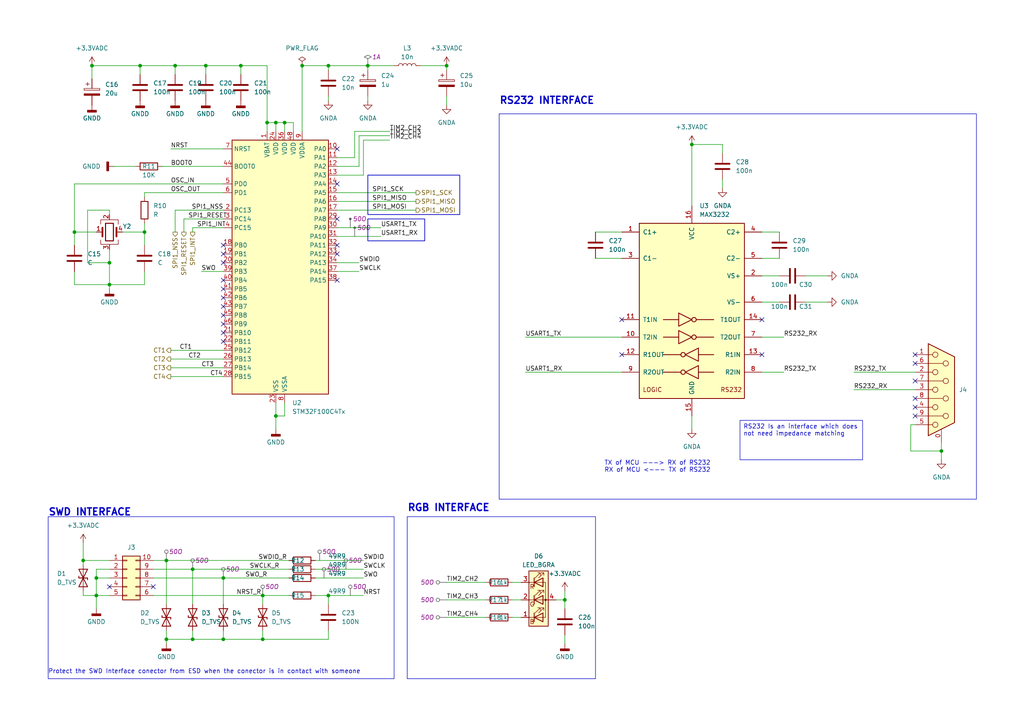
<source format=kicad_sch>
(kicad_sch (version 20230121) (generator eeschema)

  (uuid f4852b7f-7e91-42da-a0c0-9eaf43904d80)

  (paper "A4")

  (lib_symbols
    (symbol "Connector:DE9_Receptacle_MountingHoles" (pin_names (offset 1.016) hide) (in_bom yes) (on_board yes)
      (property "Reference" "J" (at 0 16.51 0)
        (effects (font (size 1.27 1.27)))
      )
      (property "Value" "DE9_Receptacle_MountingHoles" (at 0 14.605 0)
        (effects (font (size 1.27 1.27)))
      )
      (property "Footprint" "" (at 0 0 0)
        (effects (font (size 1.27 1.27)) hide)
      )
      (property "Datasheet" " ~" (at 0 0 0)
        (effects (font (size 1.27 1.27)) hide)
      )
      (property "ki_keywords" "connector receptacle female D-SUB DB9" (at 0 0 0)
        (effects (font (size 1.27 1.27)) hide)
      )
      (property "ki_description" "9-pin female receptacle socket D-SUB connector, Mounting Hole" (at 0 0 0)
        (effects (font (size 1.27 1.27)) hide)
      )
      (property "ki_fp_filters" "DSUB*Female*" (at 0 0 0)
        (effects (font (size 1.27 1.27)) hide)
      )
      (symbol "DE9_Receptacle_MountingHoles_0_1"
        (circle (center -1.778 -10.16) (radius 0.762)
          (stroke (width 0) (type default))
          (fill (type none))
        )
        (circle (center -1.778 -5.08) (radius 0.762)
          (stroke (width 0) (type default))
          (fill (type none))
        )
        (circle (center -1.778 0) (radius 0.762)
          (stroke (width 0) (type default))
          (fill (type none))
        )
        (circle (center -1.778 5.08) (radius 0.762)
          (stroke (width 0) (type default))
          (fill (type none))
        )
        (circle (center -1.778 10.16) (radius 0.762)
          (stroke (width 0) (type default))
          (fill (type none))
        )
        (polyline
          (pts
            (xy -3.81 -10.16)
            (xy -2.54 -10.16)
          )
          (stroke (width 0) (type default))
          (fill (type none))
        )
        (polyline
          (pts
            (xy -3.81 -7.62)
            (xy 0.508 -7.62)
          )
          (stroke (width 0) (type default))
          (fill (type none))
        )
        (polyline
          (pts
            (xy -3.81 -5.08)
            (xy -2.54 -5.08)
          )
          (stroke (width 0) (type default))
          (fill (type none))
        )
        (polyline
          (pts
            (xy -3.81 -2.54)
            (xy 0.508 -2.54)
          )
          (stroke (width 0) (type default))
          (fill (type none))
        )
        (polyline
          (pts
            (xy -3.81 0)
            (xy -2.54 0)
          )
          (stroke (width 0) (type default))
          (fill (type none))
        )
        (polyline
          (pts
            (xy -3.81 2.54)
            (xy 0.508 2.54)
          )
          (stroke (width 0) (type default))
          (fill (type none))
        )
        (polyline
          (pts
            (xy -3.81 5.08)
            (xy -2.54 5.08)
          )
          (stroke (width 0) (type default))
          (fill (type none))
        )
        (polyline
          (pts
            (xy -3.81 7.62)
            (xy 0.508 7.62)
          )
          (stroke (width 0) (type default))
          (fill (type none))
        )
        (polyline
          (pts
            (xy -3.81 10.16)
            (xy -2.54 10.16)
          )
          (stroke (width 0) (type default))
          (fill (type none))
        )
        (polyline
          (pts
            (xy -3.81 13.335)
            (xy -3.81 -13.335)
            (xy 3.81 -9.525)
            (xy 3.81 9.525)
            (xy -3.81 13.335)
          )
          (stroke (width 0.254) (type default))
          (fill (type background))
        )
        (circle (center 1.27 -7.62) (radius 0.762)
          (stroke (width 0) (type default))
          (fill (type none))
        )
        (circle (center 1.27 -2.54) (radius 0.762)
          (stroke (width 0) (type default))
          (fill (type none))
        )
        (circle (center 1.27 2.54) (radius 0.762)
          (stroke (width 0) (type default))
          (fill (type none))
        )
        (circle (center 1.27 7.62) (radius 0.762)
          (stroke (width 0) (type default))
          (fill (type none))
        )
      )
      (symbol "DE9_Receptacle_MountingHoles_1_1"
        (pin passive line (at 0 -15.24 90) (length 3.81)
          (name "PAD" (effects (font (size 1.27 1.27))))
          (number "0" (effects (font (size 1.27 1.27))))
        )
        (pin passive line (at -7.62 10.16 0) (length 3.81)
          (name "1" (effects (font (size 1.27 1.27))))
          (number "1" (effects (font (size 1.27 1.27))))
        )
        (pin passive line (at -7.62 5.08 0) (length 3.81)
          (name "2" (effects (font (size 1.27 1.27))))
          (number "2" (effects (font (size 1.27 1.27))))
        )
        (pin passive line (at -7.62 0 0) (length 3.81)
          (name "3" (effects (font (size 1.27 1.27))))
          (number "3" (effects (font (size 1.27 1.27))))
        )
        (pin passive line (at -7.62 -5.08 0) (length 3.81)
          (name "4" (effects (font (size 1.27 1.27))))
          (number "4" (effects (font (size 1.27 1.27))))
        )
        (pin passive line (at -7.62 -10.16 0) (length 3.81)
          (name "5" (effects (font (size 1.27 1.27))))
          (number "5" (effects (font (size 1.27 1.27))))
        )
        (pin passive line (at -7.62 7.62 0) (length 3.81)
          (name "6" (effects (font (size 1.27 1.27))))
          (number "6" (effects (font (size 1.27 1.27))))
        )
        (pin passive line (at -7.62 2.54 0) (length 3.81)
          (name "7" (effects (font (size 1.27 1.27))))
          (number "7" (effects (font (size 1.27 1.27))))
        )
        (pin passive line (at -7.62 -2.54 0) (length 3.81)
          (name "8" (effects (font (size 1.27 1.27))))
          (number "8" (effects (font (size 1.27 1.27))))
        )
        (pin passive line (at -7.62 -7.62 0) (length 3.81)
          (name "9" (effects (font (size 1.27 1.27))))
          (number "9" (effects (font (size 1.27 1.27))))
        )
      )
    )
    (symbol "Connector_Generic:Conn_02x05_Counter_Clockwise" (pin_names (offset 1.016) hide) (in_bom yes) (on_board yes)
      (property "Reference" "J" (at 1.27 7.62 0)
        (effects (font (size 1.27 1.27)))
      )
      (property "Value" "Conn_02x05_Counter_Clockwise" (at 1.27 -7.62 0)
        (effects (font (size 1.27 1.27)))
      )
      (property "Footprint" "" (at 0 0 0)
        (effects (font (size 1.27 1.27)) hide)
      )
      (property "Datasheet" "~" (at 0 0 0)
        (effects (font (size 1.27 1.27)) hide)
      )
      (property "ki_keywords" "connector" (at 0 0 0)
        (effects (font (size 1.27 1.27)) hide)
      )
      (property "ki_description" "Generic connector, double row, 02x05, counter clockwise pin numbering scheme (similar to DIP package numbering), script generated (kicad-library-utils/schlib/autogen/connector/)" (at 0 0 0)
        (effects (font (size 1.27 1.27)) hide)
      )
      (property "ki_fp_filters" "Connector*:*_2x??_*" (at 0 0 0)
        (effects (font (size 1.27 1.27)) hide)
      )
      (symbol "Conn_02x05_Counter_Clockwise_1_1"
        (rectangle (start -1.27 -4.953) (end 0 -5.207)
          (stroke (width 0.1524) (type default))
          (fill (type none))
        )
        (rectangle (start -1.27 -2.413) (end 0 -2.667)
          (stroke (width 0.1524) (type default))
          (fill (type none))
        )
        (rectangle (start -1.27 0.127) (end 0 -0.127)
          (stroke (width 0.1524) (type default))
          (fill (type none))
        )
        (rectangle (start -1.27 2.667) (end 0 2.413)
          (stroke (width 0.1524) (type default))
          (fill (type none))
        )
        (rectangle (start -1.27 5.207) (end 0 4.953)
          (stroke (width 0.1524) (type default))
          (fill (type none))
        )
        (rectangle (start -1.27 6.35) (end 3.81 -6.35)
          (stroke (width 0.254) (type default))
          (fill (type background))
        )
        (rectangle (start 3.81 -4.953) (end 2.54 -5.207)
          (stroke (width 0.1524) (type default))
          (fill (type none))
        )
        (rectangle (start 3.81 -2.413) (end 2.54 -2.667)
          (stroke (width 0.1524) (type default))
          (fill (type none))
        )
        (rectangle (start 3.81 0.127) (end 2.54 -0.127)
          (stroke (width 0.1524) (type default))
          (fill (type none))
        )
        (rectangle (start 3.81 2.667) (end 2.54 2.413)
          (stroke (width 0.1524) (type default))
          (fill (type none))
        )
        (rectangle (start 3.81 5.207) (end 2.54 4.953)
          (stroke (width 0.1524) (type default))
          (fill (type none))
        )
        (pin passive line (at -5.08 5.08 0) (length 3.81)
          (name "Pin_1" (effects (font (size 1.27 1.27))))
          (number "1" (effects (font (size 1.27 1.27))))
        )
        (pin passive line (at 7.62 5.08 180) (length 3.81)
          (name "Pin_10" (effects (font (size 1.27 1.27))))
          (number "10" (effects (font (size 1.27 1.27))))
        )
        (pin passive line (at -5.08 2.54 0) (length 3.81)
          (name "Pin_2" (effects (font (size 1.27 1.27))))
          (number "2" (effects (font (size 1.27 1.27))))
        )
        (pin passive line (at -5.08 0 0) (length 3.81)
          (name "Pin_3" (effects (font (size 1.27 1.27))))
          (number "3" (effects (font (size 1.27 1.27))))
        )
        (pin passive line (at -5.08 -2.54 0) (length 3.81)
          (name "Pin_4" (effects (font (size 1.27 1.27))))
          (number "4" (effects (font (size 1.27 1.27))))
        )
        (pin passive line (at -5.08 -5.08 0) (length 3.81)
          (name "Pin_5" (effects (font (size 1.27 1.27))))
          (number "5" (effects (font (size 1.27 1.27))))
        )
        (pin passive line (at 7.62 -5.08 180) (length 3.81)
          (name "Pin_6" (effects (font (size 1.27 1.27))))
          (number "6" (effects (font (size 1.27 1.27))))
        )
        (pin passive line (at 7.62 -2.54 180) (length 3.81)
          (name "Pin_7" (effects (font (size 1.27 1.27))))
          (number "7" (effects (font (size 1.27 1.27))))
        )
        (pin passive line (at 7.62 0 180) (length 3.81)
          (name "Pin_8" (effects (font (size 1.27 1.27))))
          (number "8" (effects (font (size 1.27 1.27))))
        )
        (pin passive line (at 7.62 2.54 180) (length 3.81)
          (name "Pin_9" (effects (font (size 1.27 1.27))))
          (number "9" (effects (font (size 1.27 1.27))))
        )
      )
    )
    (symbol "Device:C" (pin_numbers hide) (pin_names (offset 0.254)) (in_bom yes) (on_board yes)
      (property "Reference" "C" (at 0.635 2.54 0)
        (effects (font (size 1.27 1.27)) (justify left))
      )
      (property "Value" "C" (at 0.635 -2.54 0)
        (effects (font (size 1.27 1.27)) (justify left))
      )
      (property "Footprint" "" (at 0.9652 -3.81 0)
        (effects (font (size 1.27 1.27)) hide)
      )
      (property "Datasheet" "~" (at 0 0 0)
        (effects (font (size 1.27 1.27)) hide)
      )
      (property "ki_keywords" "cap capacitor" (at 0 0 0)
        (effects (font (size 1.27 1.27)) hide)
      )
      (property "ki_description" "Unpolarized capacitor" (at 0 0 0)
        (effects (font (size 1.27 1.27)) hide)
      )
      (property "ki_fp_filters" "C_*" (at 0 0 0)
        (effects (font (size 1.27 1.27)) hide)
      )
      (symbol "C_0_1"
        (polyline
          (pts
            (xy -2.032 -0.762)
            (xy 2.032 -0.762)
          )
          (stroke (width 0.508) (type default))
          (fill (type none))
        )
        (polyline
          (pts
            (xy -2.032 0.762)
            (xy 2.032 0.762)
          )
          (stroke (width 0.508) (type default))
          (fill (type none))
        )
      )
      (symbol "C_1_1"
        (pin passive line (at 0 3.81 270) (length 2.794)
          (name "~" (effects (font (size 1.27 1.27))))
          (number "1" (effects (font (size 1.27 1.27))))
        )
        (pin passive line (at 0 -3.81 90) (length 2.794)
          (name "~" (effects (font (size 1.27 1.27))))
          (number "2" (effects (font (size 1.27 1.27))))
        )
      )
    )
    (symbol "Device:C_Polarized" (pin_numbers hide) (pin_names (offset 0.254)) (in_bom yes) (on_board yes)
      (property "Reference" "C" (at 0.635 2.54 0)
        (effects (font (size 1.27 1.27)) (justify left))
      )
      (property "Value" "C_Polarized" (at 0.635 -2.54 0)
        (effects (font (size 1.27 1.27)) (justify left))
      )
      (property "Footprint" "" (at 0.9652 -3.81 0)
        (effects (font (size 1.27 1.27)) hide)
      )
      (property "Datasheet" "~" (at 0 0 0)
        (effects (font (size 1.27 1.27)) hide)
      )
      (property "ki_keywords" "cap capacitor" (at 0 0 0)
        (effects (font (size 1.27 1.27)) hide)
      )
      (property "ki_description" "Polarized capacitor" (at 0 0 0)
        (effects (font (size 1.27 1.27)) hide)
      )
      (property "ki_fp_filters" "CP_*" (at 0 0 0)
        (effects (font (size 1.27 1.27)) hide)
      )
      (symbol "C_Polarized_0_1"
        (rectangle (start -2.286 0.508) (end 2.286 1.016)
          (stroke (width 0) (type default))
          (fill (type none))
        )
        (polyline
          (pts
            (xy -1.778 2.286)
            (xy -0.762 2.286)
          )
          (stroke (width 0) (type default))
          (fill (type none))
        )
        (polyline
          (pts
            (xy -1.27 2.794)
            (xy -1.27 1.778)
          )
          (stroke (width 0) (type default))
          (fill (type none))
        )
        (rectangle (start 2.286 -0.508) (end -2.286 -1.016)
          (stroke (width 0) (type default))
          (fill (type outline))
        )
      )
      (symbol "C_Polarized_1_1"
        (pin passive line (at 0 3.81 270) (length 2.794)
          (name "~" (effects (font (size 1.27 1.27))))
          (number "1" (effects (font (size 1.27 1.27))))
        )
        (pin passive line (at 0 -3.81 90) (length 2.794)
          (name "~" (effects (font (size 1.27 1.27))))
          (number "2" (effects (font (size 1.27 1.27))))
        )
      )
    )
    (symbol "Device:Crystal_GND23" (pin_names (offset 1.016) hide) (in_bom yes) (on_board yes)
      (property "Reference" "Y" (at 3.175 5.08 0)
        (effects (font (size 1.27 1.27)) (justify left))
      )
      (property "Value" "Crystal_GND23" (at 3.175 3.175 0)
        (effects (font (size 1.27 1.27)) (justify left))
      )
      (property "Footprint" "" (at 0 0 0)
        (effects (font (size 1.27 1.27)) hide)
      )
      (property "Datasheet" "~" (at 0 0 0)
        (effects (font (size 1.27 1.27)) hide)
      )
      (property "ki_keywords" "quartz ceramic resonator oscillator" (at 0 0 0)
        (effects (font (size 1.27 1.27)) hide)
      )
      (property "ki_description" "Four pin crystal, GND on pins 2 and 3" (at 0 0 0)
        (effects (font (size 1.27 1.27)) hide)
      )
      (property "ki_fp_filters" "Crystal*" (at 0 0 0)
        (effects (font (size 1.27 1.27)) hide)
      )
      (symbol "Crystal_GND23_0_1"
        (rectangle (start -1.143 2.54) (end 1.143 -2.54)
          (stroke (width 0.3048) (type default))
          (fill (type none))
        )
        (polyline
          (pts
            (xy -2.54 0)
            (xy -2.032 0)
          )
          (stroke (width 0) (type default))
          (fill (type none))
        )
        (polyline
          (pts
            (xy -2.032 -1.27)
            (xy -2.032 1.27)
          )
          (stroke (width 0.508) (type default))
          (fill (type none))
        )
        (polyline
          (pts
            (xy 0 -3.81)
            (xy 0 -3.556)
          )
          (stroke (width 0) (type default))
          (fill (type none))
        )
        (polyline
          (pts
            (xy 0 3.556)
            (xy 0 3.81)
          )
          (stroke (width 0) (type default))
          (fill (type none))
        )
        (polyline
          (pts
            (xy 2.032 -1.27)
            (xy 2.032 1.27)
          )
          (stroke (width 0.508) (type default))
          (fill (type none))
        )
        (polyline
          (pts
            (xy 2.032 0)
            (xy 2.54 0)
          )
          (stroke (width 0) (type default))
          (fill (type none))
        )
        (polyline
          (pts
            (xy -2.54 -2.286)
            (xy -2.54 -3.556)
            (xy 2.54 -3.556)
            (xy 2.54 -2.286)
          )
          (stroke (width 0) (type default))
          (fill (type none))
        )
        (polyline
          (pts
            (xy -2.54 2.286)
            (xy -2.54 3.556)
            (xy 2.54 3.556)
            (xy 2.54 2.286)
          )
          (stroke (width 0) (type default))
          (fill (type none))
        )
      )
      (symbol "Crystal_GND23_1_1"
        (pin passive line (at -3.81 0 0) (length 1.27)
          (name "1" (effects (font (size 1.27 1.27))))
          (number "1" (effects (font (size 1.27 1.27))))
        )
        (pin passive line (at 0 5.08 270) (length 1.27)
          (name "2" (effects (font (size 1.27 1.27))))
          (number "2" (effects (font (size 1.27 1.27))))
        )
        (pin passive line (at 0 -5.08 90) (length 1.27)
          (name "3" (effects (font (size 1.27 1.27))))
          (number "3" (effects (font (size 1.27 1.27))))
        )
        (pin passive line (at 3.81 0 180) (length 1.27)
          (name "4" (effects (font (size 1.27 1.27))))
          (number "4" (effects (font (size 1.27 1.27))))
        )
      )
    )
    (symbol "Device:D_TVS" (pin_numbers hide) (pin_names (offset 1.016) hide) (in_bom yes) (on_board yes)
      (property "Reference" "D" (at 0 2.54 0)
        (effects (font (size 1.27 1.27)))
      )
      (property "Value" "D_TVS" (at 0 -2.54 0)
        (effects (font (size 1.27 1.27)))
      )
      (property "Footprint" "" (at 0 0 0)
        (effects (font (size 1.27 1.27)) hide)
      )
      (property "Datasheet" "~" (at 0 0 0)
        (effects (font (size 1.27 1.27)) hide)
      )
      (property "ki_keywords" "diode TVS thyrector" (at 0 0 0)
        (effects (font (size 1.27 1.27)) hide)
      )
      (property "ki_description" "Bidirectional transient-voltage-suppression diode" (at 0 0 0)
        (effects (font (size 1.27 1.27)) hide)
      )
      (property "ki_fp_filters" "TO-???* *_Diode_* *SingleDiode* D_*" (at 0 0 0)
        (effects (font (size 1.27 1.27)) hide)
      )
      (symbol "D_TVS_0_1"
        (polyline
          (pts
            (xy 1.27 0)
            (xy -1.27 0)
          )
          (stroke (width 0) (type default))
          (fill (type none))
        )
        (polyline
          (pts
            (xy 0.508 1.27)
            (xy 0 1.27)
            (xy 0 -1.27)
            (xy -0.508 -1.27)
          )
          (stroke (width 0.254) (type default))
          (fill (type none))
        )
        (polyline
          (pts
            (xy -2.54 1.27)
            (xy -2.54 -1.27)
            (xy 2.54 1.27)
            (xy 2.54 -1.27)
            (xy -2.54 1.27)
          )
          (stroke (width 0.254) (type default))
          (fill (type none))
        )
      )
      (symbol "D_TVS_1_1"
        (pin passive line (at -3.81 0 0) (length 2.54)
          (name "A1" (effects (font (size 1.27 1.27))))
          (number "1" (effects (font (size 1.27 1.27))))
        )
        (pin passive line (at 3.81 0 180) (length 2.54)
          (name "A2" (effects (font (size 1.27 1.27))))
          (number "2" (effects (font (size 1.27 1.27))))
        )
      )
    )
    (symbol "Device:L" (pin_numbers hide) (pin_names (offset 1.016) hide) (in_bom yes) (on_board yes)
      (property "Reference" "L" (at -1.27 0 90)
        (effects (font (size 1.27 1.27)))
      )
      (property "Value" "L" (at 1.905 0 90)
        (effects (font (size 1.27 1.27)))
      )
      (property "Footprint" "" (at 0 0 0)
        (effects (font (size 1.27 1.27)) hide)
      )
      (property "Datasheet" "~" (at 0 0 0)
        (effects (font (size 1.27 1.27)) hide)
      )
      (property "ki_keywords" "inductor choke coil reactor magnetic" (at 0 0 0)
        (effects (font (size 1.27 1.27)) hide)
      )
      (property "ki_description" "Inductor" (at 0 0 0)
        (effects (font (size 1.27 1.27)) hide)
      )
      (property "ki_fp_filters" "Choke_* *Coil* Inductor_* L_*" (at 0 0 0)
        (effects (font (size 1.27 1.27)) hide)
      )
      (symbol "L_0_1"
        (arc (start 0 -2.54) (mid 0.6323 -1.905) (end 0 -1.27)
          (stroke (width 0) (type default))
          (fill (type none))
        )
        (arc (start 0 -1.27) (mid 0.6323 -0.635) (end 0 0)
          (stroke (width 0) (type default))
          (fill (type none))
        )
        (arc (start 0 0) (mid 0.6323 0.635) (end 0 1.27)
          (stroke (width 0) (type default))
          (fill (type none))
        )
        (arc (start 0 1.27) (mid 0.6323 1.905) (end 0 2.54)
          (stroke (width 0) (type default))
          (fill (type none))
        )
      )
      (symbol "L_1_1"
        (pin passive line (at 0 3.81 270) (length 1.27)
          (name "1" (effects (font (size 1.27 1.27))))
          (number "1" (effects (font (size 1.27 1.27))))
        )
        (pin passive line (at 0 -3.81 90) (length 1.27)
          (name "2" (effects (font (size 1.27 1.27))))
          (number "2" (effects (font (size 1.27 1.27))))
        )
      )
    )
    (symbol "Device:LED_BGRA" (pin_names (offset 0) hide) (in_bom yes) (on_board yes)
      (property "Reference" "D" (at 0 9.398 0)
        (effects (font (size 1.27 1.27)))
      )
      (property "Value" "LED_BGRA" (at 0 -8.89 0)
        (effects (font (size 1.27 1.27)))
      )
      (property "Footprint" "" (at 0 -1.27 0)
        (effects (font (size 1.27 1.27)) hide)
      )
      (property "Datasheet" "~" (at 0 -1.27 0)
        (effects (font (size 1.27 1.27)) hide)
      )
      (property "ki_keywords" "LED RGB diode" (at 0 0 0)
        (effects (font (size 1.27 1.27)) hide)
      )
      (property "ki_description" "RGB LED, blue/green/red/anode" (at 0 0 0)
        (effects (font (size 1.27 1.27)) hide)
      )
      (property "ki_fp_filters" "LED* LED_SMD:* LED_THT:*" (at 0 0 0)
        (effects (font (size 1.27 1.27)) hide)
      )
      (symbol "LED_BGRA_0_0"
        (text "B" (at -1.905 -6.35 0)
          (effects (font (size 1.27 1.27)))
        )
        (text "G" (at -1.905 -1.27 0)
          (effects (font (size 1.27 1.27)))
        )
        (text "R" (at -1.905 3.81 0)
          (effects (font (size 1.27 1.27)))
        )
      )
      (symbol "LED_BGRA_0_1"
        (polyline
          (pts
            (xy -1.27 -5.08)
            (xy -2.54 -5.08)
          )
          (stroke (width 0) (type default))
          (fill (type none))
        )
        (polyline
          (pts
            (xy -1.27 -5.08)
            (xy 1.27 -5.08)
          )
          (stroke (width 0) (type default))
          (fill (type none))
        )
        (polyline
          (pts
            (xy -1.27 -3.81)
            (xy -1.27 -6.35)
          )
          (stroke (width 0.254) (type default))
          (fill (type none))
        )
        (polyline
          (pts
            (xy -1.27 0)
            (xy -2.54 0)
          )
          (stroke (width 0) (type default))
          (fill (type none))
        )
        (polyline
          (pts
            (xy -1.27 1.27)
            (xy -1.27 -1.27)
          )
          (stroke (width 0.254) (type default))
          (fill (type none))
        )
        (polyline
          (pts
            (xy -1.27 5.08)
            (xy -2.54 5.08)
          )
          (stroke (width 0) (type default))
          (fill (type none))
        )
        (polyline
          (pts
            (xy -1.27 5.08)
            (xy 1.27 5.08)
          )
          (stroke (width 0) (type default))
          (fill (type none))
        )
        (polyline
          (pts
            (xy -1.27 6.35)
            (xy -1.27 3.81)
          )
          (stroke (width 0.254) (type default))
          (fill (type none))
        )
        (polyline
          (pts
            (xy 1.27 0)
            (xy -1.27 0)
          )
          (stroke (width 0) (type default))
          (fill (type none))
        )
        (polyline
          (pts
            (xy 1.27 0)
            (xy 2.54 0)
          )
          (stroke (width 0) (type default))
          (fill (type none))
        )
        (polyline
          (pts
            (xy -1.27 1.27)
            (xy -1.27 -1.27)
            (xy -1.27 -1.27)
          )
          (stroke (width 0) (type default))
          (fill (type none))
        )
        (polyline
          (pts
            (xy -1.27 6.35)
            (xy -1.27 3.81)
            (xy -1.27 3.81)
          )
          (stroke (width 0) (type default))
          (fill (type none))
        )
        (polyline
          (pts
            (xy 1.27 -5.08)
            (xy 2.032 -5.08)
            (xy 2.032 5.08)
            (xy 1.27 5.08)
          )
          (stroke (width 0) (type default))
          (fill (type none))
        )
        (polyline
          (pts
            (xy 1.27 -3.81)
            (xy 1.27 -6.35)
            (xy -1.27 -5.08)
            (xy 1.27 -3.81)
          )
          (stroke (width 0.254) (type default))
          (fill (type none))
        )
        (polyline
          (pts
            (xy 1.27 1.27)
            (xy 1.27 -1.27)
            (xy -1.27 0)
            (xy 1.27 1.27)
          )
          (stroke (width 0.254) (type default))
          (fill (type none))
        )
        (polyline
          (pts
            (xy 1.27 6.35)
            (xy 1.27 3.81)
            (xy -1.27 5.08)
            (xy 1.27 6.35)
          )
          (stroke (width 0.254) (type default))
          (fill (type none))
        )
        (polyline
          (pts
            (xy -1.016 -3.81)
            (xy 0.508 -2.286)
            (xy -0.254 -2.286)
            (xy 0.508 -2.286)
            (xy 0.508 -3.048)
          )
          (stroke (width 0) (type default))
          (fill (type none))
        )
        (polyline
          (pts
            (xy -1.016 1.27)
            (xy 0.508 2.794)
            (xy -0.254 2.794)
            (xy 0.508 2.794)
            (xy 0.508 2.032)
          )
          (stroke (width 0) (type default))
          (fill (type none))
        )
        (polyline
          (pts
            (xy -1.016 6.35)
            (xy 0.508 7.874)
            (xy -0.254 7.874)
            (xy 0.508 7.874)
            (xy 0.508 7.112)
          )
          (stroke (width 0) (type default))
          (fill (type none))
        )
        (polyline
          (pts
            (xy 0 -3.81)
            (xy 1.524 -2.286)
            (xy 0.762 -2.286)
            (xy 1.524 -2.286)
            (xy 1.524 -3.048)
          )
          (stroke (width 0) (type default))
          (fill (type none))
        )
        (polyline
          (pts
            (xy 0 1.27)
            (xy 1.524 2.794)
            (xy 0.762 2.794)
            (xy 1.524 2.794)
            (xy 1.524 2.032)
          )
          (stroke (width 0) (type default))
          (fill (type none))
        )
        (polyline
          (pts
            (xy 0 6.35)
            (xy 1.524 7.874)
            (xy 0.762 7.874)
            (xy 1.524 7.874)
            (xy 1.524 7.112)
          )
          (stroke (width 0) (type default))
          (fill (type none))
        )
        (rectangle (start 1.27 -1.27) (end 1.27 1.27)
          (stroke (width 0) (type default))
          (fill (type none))
        )
        (rectangle (start 1.27 1.27) (end 1.27 1.27)
          (stroke (width 0) (type default))
          (fill (type none))
        )
        (rectangle (start 1.27 3.81) (end 1.27 6.35)
          (stroke (width 0) (type default))
          (fill (type none))
        )
        (rectangle (start 1.27 6.35) (end 1.27 6.35)
          (stroke (width 0) (type default))
          (fill (type none))
        )
        (circle (center 2.032 0) (radius 0.254)
          (stroke (width 0) (type default))
          (fill (type outline))
        )
        (rectangle (start 2.794 8.382) (end -2.794 -7.62)
          (stroke (width 0.254) (type default))
          (fill (type background))
        )
      )
      (symbol "LED_BGRA_1_1"
        (pin passive line (at -5.08 -5.08 0) (length 2.54)
          (name "BK" (effects (font (size 1.27 1.27))))
          (number "1" (effects (font (size 1.27 1.27))))
        )
        (pin passive line (at -5.08 0 0) (length 2.54)
          (name "GK" (effects (font (size 1.27 1.27))))
          (number "2" (effects (font (size 1.27 1.27))))
        )
        (pin passive line (at -5.08 5.08 0) (length 2.54)
          (name "RK" (effects (font (size 1.27 1.27))))
          (number "3" (effects (font (size 1.27 1.27))))
        )
        (pin passive line (at 5.08 0 180) (length 2.54)
          (name "A" (effects (font (size 1.27 1.27))))
          (number "4" (effects (font (size 1.27 1.27))))
        )
      )
    )
    (symbol "Device:R" (pin_numbers hide) (pin_names (offset 0)) (in_bom yes) (on_board yes)
      (property "Reference" "R" (at 2.032 0 90)
        (effects (font (size 1.27 1.27)))
      )
      (property "Value" "R" (at 0 0 90)
        (effects (font (size 1.27 1.27)))
      )
      (property "Footprint" "" (at -1.778 0 90)
        (effects (font (size 1.27 1.27)) hide)
      )
      (property "Datasheet" "~" (at 0 0 0)
        (effects (font (size 1.27 1.27)) hide)
      )
      (property "ki_keywords" "R res resistor" (at 0 0 0)
        (effects (font (size 1.27 1.27)) hide)
      )
      (property "ki_description" "Resistor" (at 0 0 0)
        (effects (font (size 1.27 1.27)) hide)
      )
      (property "ki_fp_filters" "R_*" (at 0 0 0)
        (effects (font (size 1.27 1.27)) hide)
      )
      (symbol "R_0_1"
        (rectangle (start -1.016 -2.54) (end 1.016 2.54)
          (stroke (width 0.254) (type default))
          (fill (type none))
        )
      )
      (symbol "R_1_1"
        (pin passive line (at 0 3.81 270) (length 1.27)
          (name "~" (effects (font (size 1.27 1.27))))
          (number "1" (effects (font (size 1.27 1.27))))
        )
        (pin passive line (at 0 -3.81 90) (length 1.27)
          (name "~" (effects (font (size 1.27 1.27))))
          (number "2" (effects (font (size 1.27 1.27))))
        )
      )
    )
    (symbol "Interface_UART:MAX3232" (pin_names (offset 1.016)) (in_bom yes) (on_board yes)
      (property "Reference" "U" (at -2.54 28.575 0)
        (effects (font (size 1.27 1.27)) (justify right))
      )
      (property "Value" "MAX3232" (at -2.54 26.67 0)
        (effects (font (size 1.27 1.27)) (justify right))
      )
      (property "Footprint" "" (at 1.27 -26.67 0)
        (effects (font (size 1.27 1.27)) (justify left) hide)
      )
      (property "Datasheet" "https://datasheets.maximintegrated.com/en/ds/MAX3222-MAX3241.pdf" (at 0 2.54 0)
        (effects (font (size 1.27 1.27)) hide)
      )
      (property "ki_keywords" "rs232 uart transceiver line-driver" (at 0 0 0)
        (effects (font (size 1.27 1.27)) hide)
      )
      (property "ki_description" "3.0V to 5.5V, Low-Power, up to 1Mbps, True RS-232 Transceivers Using Four 0.1μF External Capacitors" (at 0 0 0)
        (effects (font (size 1.27 1.27)) hide)
      )
      (property "ki_fp_filters" "SOIC*P1.27mm* DIP*W7.62mm* TSSOP*4.4x5mm*P0.65mm*" (at 0 0 0)
        (effects (font (size 1.27 1.27)) hide)
      )
      (symbol "MAX3232_0_0"
        (text "LOGIC" (at -11.43 -22.86 0)
          (effects (font (size 1.27 1.27)))
        )
        (text "RS232" (at 11.43 -22.86 0)
          (effects (font (size 1.27 1.27)))
        )
      )
      (symbol "MAX3232_0_1"
        (rectangle (start -15.24 -25.4) (end 15.24 25.4)
          (stroke (width 0.254) (type default))
          (fill (type background))
        )
        (circle (center -2.54 -17.78) (radius 0.635)
          (stroke (width 0.254) (type default))
          (fill (type none))
        )
        (circle (center -2.54 -12.7) (radius 0.635)
          (stroke (width 0.254) (type default))
          (fill (type none))
        )
        (polyline
          (pts
            (xy -3.81 -7.62)
            (xy -8.255 -7.62)
          )
          (stroke (width 0.254) (type default))
          (fill (type none))
        )
        (polyline
          (pts
            (xy -3.81 -2.54)
            (xy -8.255 -2.54)
          )
          (stroke (width 0.254) (type default))
          (fill (type none))
        )
        (polyline
          (pts
            (xy -3.175 -17.78)
            (xy -8.255 -17.78)
          )
          (stroke (width 0.254) (type default))
          (fill (type none))
        )
        (polyline
          (pts
            (xy -3.175 -12.7)
            (xy -8.255 -12.7)
          )
          (stroke (width 0.254) (type default))
          (fill (type none))
        )
        (polyline
          (pts
            (xy 1.27 -7.62)
            (xy 6.35 -7.62)
          )
          (stroke (width 0.254) (type default))
          (fill (type none))
        )
        (polyline
          (pts
            (xy 1.27 -2.54)
            (xy 6.35 -2.54)
          )
          (stroke (width 0.254) (type default))
          (fill (type none))
        )
        (polyline
          (pts
            (xy 1.905 -17.78)
            (xy 6.35 -17.78)
          )
          (stroke (width 0.254) (type default))
          (fill (type none))
        )
        (polyline
          (pts
            (xy 1.905 -12.7)
            (xy 6.35 -12.7)
          )
          (stroke (width 0.254) (type default))
          (fill (type none))
        )
        (polyline
          (pts
            (xy -3.81 -5.715)
            (xy -3.81 -9.525)
            (xy 0 -7.62)
            (xy -3.81 -5.715)
          )
          (stroke (width 0.254) (type default))
          (fill (type none))
        )
        (polyline
          (pts
            (xy -3.81 -0.635)
            (xy -3.81 -4.445)
            (xy 0 -2.54)
            (xy -3.81 -0.635)
          )
          (stroke (width 0.254) (type default))
          (fill (type none))
        )
        (polyline
          (pts
            (xy 1.905 -15.875)
            (xy 1.905 -19.685)
            (xy -1.905 -17.78)
            (xy 1.905 -15.875)
          )
          (stroke (width 0.254) (type default))
          (fill (type none))
        )
        (polyline
          (pts
            (xy 1.905 -10.795)
            (xy 1.905 -14.605)
            (xy -1.905 -12.7)
            (xy 1.905 -10.795)
          )
          (stroke (width 0.254) (type default))
          (fill (type none))
        )
        (circle (center 0.635 -7.62) (radius 0.635)
          (stroke (width 0.254) (type default))
          (fill (type none))
        )
        (circle (center 0.635 -2.54) (radius 0.635)
          (stroke (width 0.254) (type default))
          (fill (type none))
        )
      )
      (symbol "MAX3232_1_1"
        (pin passive line (at -20.32 22.86 0) (length 5.08)
          (name "C1+" (effects (font (size 1.27 1.27))))
          (number "1" (effects (font (size 1.27 1.27))))
        )
        (pin input line (at -20.32 -7.62 0) (length 5.08)
          (name "T2IN" (effects (font (size 1.27 1.27))))
          (number "10" (effects (font (size 1.27 1.27))))
        )
        (pin input line (at -20.32 -2.54 0) (length 5.08)
          (name "T1IN" (effects (font (size 1.27 1.27))))
          (number "11" (effects (font (size 1.27 1.27))))
        )
        (pin output line (at -20.32 -12.7 0) (length 5.08)
          (name "R1OUT" (effects (font (size 1.27 1.27))))
          (number "12" (effects (font (size 1.27 1.27))))
        )
        (pin input line (at 20.32 -12.7 180) (length 5.08)
          (name "R1IN" (effects (font (size 1.27 1.27))))
          (number "13" (effects (font (size 1.27 1.27))))
        )
        (pin output line (at 20.32 -2.54 180) (length 5.08)
          (name "T1OUT" (effects (font (size 1.27 1.27))))
          (number "14" (effects (font (size 1.27 1.27))))
        )
        (pin power_in line (at 0 -30.48 90) (length 5.08)
          (name "GND" (effects (font (size 1.27 1.27))))
          (number "15" (effects (font (size 1.27 1.27))))
        )
        (pin power_in line (at 0 30.48 270) (length 5.08)
          (name "VCC" (effects (font (size 1.27 1.27))))
          (number "16" (effects (font (size 1.27 1.27))))
        )
        (pin power_out line (at 20.32 10.16 180) (length 5.08)
          (name "VS+" (effects (font (size 1.27 1.27))))
          (number "2" (effects (font (size 1.27 1.27))))
        )
        (pin passive line (at -20.32 15.24 0) (length 5.08)
          (name "C1-" (effects (font (size 1.27 1.27))))
          (number "3" (effects (font (size 1.27 1.27))))
        )
        (pin passive line (at 20.32 22.86 180) (length 5.08)
          (name "C2+" (effects (font (size 1.27 1.27))))
          (number "4" (effects (font (size 1.27 1.27))))
        )
        (pin passive line (at 20.32 15.24 180) (length 5.08)
          (name "C2-" (effects (font (size 1.27 1.27))))
          (number "5" (effects (font (size 1.27 1.27))))
        )
        (pin power_out line (at 20.32 2.54 180) (length 5.08)
          (name "VS-" (effects (font (size 1.27 1.27))))
          (number "6" (effects (font (size 1.27 1.27))))
        )
        (pin output line (at 20.32 -7.62 180) (length 5.08)
          (name "T2OUT" (effects (font (size 1.27 1.27))))
          (number "7" (effects (font (size 1.27 1.27))))
        )
        (pin input line (at 20.32 -17.78 180) (length 5.08)
          (name "R2IN" (effects (font (size 1.27 1.27))))
          (number "8" (effects (font (size 1.27 1.27))))
        )
        (pin output line (at -20.32 -17.78 0) (length 5.08)
          (name "R2OUT" (effects (font (size 1.27 1.27))))
          (number "9" (effects (font (size 1.27 1.27))))
        )
      )
    )
    (symbol "MCU_ST_STM32F1:STM32F100C4Tx" (in_bom yes) (on_board yes)
      (property "Reference" "U" (at -12.7 39.37 0)
        (effects (font (size 1.27 1.27)) (justify left))
      )
      (property "Value" "STM32F100C4Tx" (at 10.16 39.37 0)
        (effects (font (size 1.27 1.27)) (justify left))
      )
      (property "Footprint" "Package_QFP:LQFP-48_7x7mm_P0.5mm" (at -12.7 -35.56 0)
        (effects (font (size 1.27 1.27)) (justify right) hide)
      )
      (property "Datasheet" "https://www.st.com/resource/en/datasheet/stm32f100c4.pdf" (at 0 0 0)
        (effects (font (size 1.27 1.27)) hide)
      )
      (property "ki_locked" "" (at 0 0 0)
        (effects (font (size 1.27 1.27)))
      )
      (property "ki_keywords" "Arm Cortex-M3 STM32F1 STM32F100 Value Line" (at 0 0 0)
        (effects (font (size 1.27 1.27)) hide)
      )
      (property "ki_description" "STMicroelectronics Arm Cortex-M3 MCU, 16KB flash, 4KB RAM, 24 MHz, 2.0-3.6V, 37 GPIO, LQFP48" (at 0 0 0)
        (effects (font (size 1.27 1.27)) hide)
      )
      (property "ki_fp_filters" "LQFP*7x7mm*P0.5mm*" (at 0 0 0)
        (effects (font (size 1.27 1.27)) hide)
      )
      (symbol "STM32F100C4Tx_0_1"
        (rectangle (start -12.7 -35.56) (end 15.24 38.1)
          (stroke (width 0.254) (type default))
          (fill (type background))
        )
      )
      (symbol "STM32F100C4Tx_1_1"
        (pin power_in line (at -2.54 40.64 270) (length 2.54)
          (name "VBAT" (effects (font (size 1.27 1.27))))
          (number "1" (effects (font (size 1.27 1.27))))
        )
        (pin bidirectional line (at 17.78 35.56 180) (length 2.54)
          (name "PA0" (effects (font (size 1.27 1.27))))
          (number "10" (effects (font (size 1.27 1.27))))
          (alternate "ADC1_IN0" bidirectional line)
          (alternate "SYS_WKUP" bidirectional line)
          (alternate "TIM2_CH1" bidirectional line)
          (alternate "TIM2_ETR" bidirectional line)
          (alternate "USART2_CTS" bidirectional line)
        )
        (pin bidirectional line (at 17.78 33.02 180) (length 2.54)
          (name "PA1" (effects (font (size 1.27 1.27))))
          (number "11" (effects (font (size 1.27 1.27))))
          (alternate "ADC1_IN1" bidirectional line)
          (alternate "TIM2_CH2" bidirectional line)
          (alternate "USART2_RTS" bidirectional line)
        )
        (pin bidirectional line (at 17.78 30.48 180) (length 2.54)
          (name "PA2" (effects (font (size 1.27 1.27))))
          (number "12" (effects (font (size 1.27 1.27))))
          (alternate "ADC1_IN2" bidirectional line)
          (alternate "TIM15_CH1" bidirectional line)
          (alternate "TIM2_CH3" bidirectional line)
          (alternate "USART2_TX" bidirectional line)
        )
        (pin bidirectional line (at 17.78 27.94 180) (length 2.54)
          (name "PA3" (effects (font (size 1.27 1.27))))
          (number "13" (effects (font (size 1.27 1.27))))
          (alternate "ADC1_IN3" bidirectional line)
          (alternate "TIM15_CH2" bidirectional line)
          (alternate "TIM2_CH4" bidirectional line)
          (alternate "USART2_RX" bidirectional line)
        )
        (pin bidirectional line (at 17.78 25.4 180) (length 2.54)
          (name "PA4" (effects (font (size 1.27 1.27))))
          (number "14" (effects (font (size 1.27 1.27))))
          (alternate "ADC1_IN4" bidirectional line)
          (alternate "DAC_OUT1" bidirectional line)
          (alternate "SPI1_NSS" bidirectional line)
          (alternate "USART2_CK" bidirectional line)
        )
        (pin bidirectional line (at 17.78 22.86 180) (length 2.54)
          (name "PA5" (effects (font (size 1.27 1.27))))
          (number "15" (effects (font (size 1.27 1.27))))
          (alternate "ADC1_IN5" bidirectional line)
          (alternate "DAC_OUT2" bidirectional line)
          (alternate "SPI1_SCK" bidirectional line)
        )
        (pin bidirectional line (at 17.78 20.32 180) (length 2.54)
          (name "PA6" (effects (font (size 1.27 1.27))))
          (number "16" (effects (font (size 1.27 1.27))))
          (alternate "ADC1_IN6" bidirectional line)
          (alternate "SPI1_MISO" bidirectional line)
          (alternate "TIM16_CH1" bidirectional line)
          (alternate "TIM1_BKIN" bidirectional line)
          (alternate "TIM3_CH1" bidirectional line)
        )
        (pin bidirectional line (at 17.78 17.78 180) (length 2.54)
          (name "PA7" (effects (font (size 1.27 1.27))))
          (number "17" (effects (font (size 1.27 1.27))))
          (alternate "ADC1_IN7" bidirectional line)
          (alternate "SPI1_MOSI" bidirectional line)
          (alternate "TIM17_CH1" bidirectional line)
          (alternate "TIM1_CH1N" bidirectional line)
          (alternate "TIM3_CH2" bidirectional line)
        )
        (pin bidirectional line (at -15.24 7.62 0) (length 2.54)
          (name "PB0" (effects (font (size 1.27 1.27))))
          (number "18" (effects (font (size 1.27 1.27))))
          (alternate "ADC1_IN8" bidirectional line)
          (alternate "TIM1_CH2N" bidirectional line)
          (alternate "TIM3_CH3" bidirectional line)
        )
        (pin bidirectional line (at -15.24 5.08 0) (length 2.54)
          (name "PB1" (effects (font (size 1.27 1.27))))
          (number "19" (effects (font (size 1.27 1.27))))
          (alternate "ADC1_IN9" bidirectional line)
          (alternate "TIM1_CH3N" bidirectional line)
          (alternate "TIM3_CH4" bidirectional line)
        )
        (pin bidirectional line (at -15.24 17.78 0) (length 2.54)
          (name "PC13" (effects (font (size 1.27 1.27))))
          (number "2" (effects (font (size 1.27 1.27))))
          (alternate "RTC_OUT" bidirectional line)
          (alternate "RTC_TAMPER" bidirectional line)
        )
        (pin bidirectional line (at -15.24 2.54 0) (length 2.54)
          (name "PB2" (effects (font (size 1.27 1.27))))
          (number "20" (effects (font (size 1.27 1.27))))
        )
        (pin bidirectional line (at -15.24 -17.78 0) (length 2.54)
          (name "PB10" (effects (font (size 1.27 1.27))))
          (number "21" (effects (font (size 1.27 1.27))))
          (alternate "CEC" bidirectional line)
          (alternate "TIM2_CH3" bidirectional line)
        )
        (pin bidirectional line (at -15.24 -20.32 0) (length 2.54)
          (name "PB11" (effects (font (size 1.27 1.27))))
          (number "22" (effects (font (size 1.27 1.27))))
          (alternate "ADC1_EXTI11" bidirectional line)
          (alternate "TIM2_CH4" bidirectional line)
        )
        (pin power_in line (at 0 -38.1 90) (length 2.54)
          (name "VSS" (effects (font (size 1.27 1.27))))
          (number "23" (effects (font (size 1.27 1.27))))
        )
        (pin power_in line (at 0 40.64 270) (length 2.54)
          (name "VDD" (effects (font (size 1.27 1.27))))
          (number "24" (effects (font (size 1.27 1.27))))
        )
        (pin bidirectional line (at -15.24 -22.86 0) (length 2.54)
          (name "PB12" (effects (font (size 1.27 1.27))))
          (number "25" (effects (font (size 1.27 1.27))))
          (alternate "TIM1_BKIN" bidirectional line)
        )
        (pin bidirectional line (at -15.24 -25.4 0) (length 2.54)
          (name "PB13" (effects (font (size 1.27 1.27))))
          (number "26" (effects (font (size 1.27 1.27))))
          (alternate "TIM1_CH1N" bidirectional line)
        )
        (pin bidirectional line (at -15.24 -27.94 0) (length 2.54)
          (name "PB14" (effects (font (size 1.27 1.27))))
          (number "27" (effects (font (size 1.27 1.27))))
          (alternate "TIM15_CH1" bidirectional line)
          (alternate "TIM1_CH2N" bidirectional line)
        )
        (pin bidirectional line (at -15.24 -30.48 0) (length 2.54)
          (name "PB15" (effects (font (size 1.27 1.27))))
          (number "28" (effects (font (size 1.27 1.27))))
          (alternate "ADC1_EXTI15" bidirectional line)
          (alternate "TIM15_CH1N" bidirectional line)
          (alternate "TIM15_CH2" bidirectional line)
          (alternate "TIM1_CH3N" bidirectional line)
        )
        (pin bidirectional line (at 17.78 15.24 180) (length 2.54)
          (name "PA8" (effects (font (size 1.27 1.27))))
          (number "29" (effects (font (size 1.27 1.27))))
          (alternate "RCC_MCO" bidirectional line)
          (alternate "TIM1_CH1" bidirectional line)
          (alternate "USART1_CK" bidirectional line)
        )
        (pin bidirectional line (at -15.24 15.24 0) (length 2.54)
          (name "PC14" (effects (font (size 1.27 1.27))))
          (number "3" (effects (font (size 1.27 1.27))))
          (alternate "RCC_OSC32_IN" bidirectional line)
        )
        (pin bidirectional line (at 17.78 12.7 180) (length 2.54)
          (name "PA9" (effects (font (size 1.27 1.27))))
          (number "30" (effects (font (size 1.27 1.27))))
          (alternate "DAC_EXTI9" bidirectional line)
          (alternate "TIM15_BKIN" bidirectional line)
          (alternate "TIM1_CH2" bidirectional line)
          (alternate "USART1_TX" bidirectional line)
        )
        (pin bidirectional line (at 17.78 10.16 180) (length 2.54)
          (name "PA10" (effects (font (size 1.27 1.27))))
          (number "31" (effects (font (size 1.27 1.27))))
          (alternate "TIM17_BKIN" bidirectional line)
          (alternate "TIM1_CH3" bidirectional line)
          (alternate "USART1_RX" bidirectional line)
        )
        (pin bidirectional line (at 17.78 7.62 180) (length 2.54)
          (name "PA11" (effects (font (size 1.27 1.27))))
          (number "32" (effects (font (size 1.27 1.27))))
          (alternate "ADC1_EXTI11" bidirectional line)
          (alternate "TIM1_CH4" bidirectional line)
          (alternate "USART1_CTS" bidirectional line)
        )
        (pin bidirectional line (at 17.78 5.08 180) (length 2.54)
          (name "PA12" (effects (font (size 1.27 1.27))))
          (number "33" (effects (font (size 1.27 1.27))))
          (alternate "TIM1_ETR" bidirectional line)
          (alternate "USART1_RTS" bidirectional line)
        )
        (pin bidirectional line (at 17.78 2.54 180) (length 2.54)
          (name "PA13" (effects (font (size 1.27 1.27))))
          (number "34" (effects (font (size 1.27 1.27))))
          (alternate "SYS_JTMS-SWDIO" bidirectional line)
        )
        (pin passive line (at 0 -38.1 90) (length 2.54) hide
          (name "VSS" (effects (font (size 1.27 1.27))))
          (number "35" (effects (font (size 1.27 1.27))))
        )
        (pin power_in line (at 2.54 40.64 270) (length 2.54)
          (name "VDD" (effects (font (size 1.27 1.27))))
          (number "36" (effects (font (size 1.27 1.27))))
        )
        (pin bidirectional line (at 17.78 0 180) (length 2.54)
          (name "PA14" (effects (font (size 1.27 1.27))))
          (number "37" (effects (font (size 1.27 1.27))))
          (alternate "SYS_JTCK-SWCLK" bidirectional line)
        )
        (pin bidirectional line (at 17.78 -2.54 180) (length 2.54)
          (name "PA15" (effects (font (size 1.27 1.27))))
          (number "38" (effects (font (size 1.27 1.27))))
          (alternate "ADC1_EXTI15" bidirectional line)
          (alternate "SPI1_NSS" bidirectional line)
          (alternate "SYS_JTDI" bidirectional line)
          (alternate "TIM2_CH1" bidirectional line)
          (alternate "TIM2_ETR" bidirectional line)
        )
        (pin bidirectional line (at -15.24 0 0) (length 2.54)
          (name "PB3" (effects (font (size 1.27 1.27))))
          (number "39" (effects (font (size 1.27 1.27))))
          (alternate "SPI1_SCK" bidirectional line)
          (alternate "SYS_JTDO-TRACESWO" bidirectional line)
          (alternate "TIM2_CH2" bidirectional line)
        )
        (pin bidirectional line (at -15.24 12.7 0) (length 2.54)
          (name "PC15" (effects (font (size 1.27 1.27))))
          (number "4" (effects (font (size 1.27 1.27))))
          (alternate "ADC1_EXTI15" bidirectional line)
          (alternate "RCC_OSC32_OUT" bidirectional line)
        )
        (pin bidirectional line (at -15.24 -2.54 0) (length 2.54)
          (name "PB4" (effects (font (size 1.27 1.27))))
          (number "40" (effects (font (size 1.27 1.27))))
          (alternate "SPI1_MISO" bidirectional line)
          (alternate "SYS_NJTRST" bidirectional line)
          (alternate "TIM3_CH1" bidirectional line)
        )
        (pin bidirectional line (at -15.24 -5.08 0) (length 2.54)
          (name "PB5" (effects (font (size 1.27 1.27))))
          (number "41" (effects (font (size 1.27 1.27))))
          (alternate "I2C1_SMBA" bidirectional line)
          (alternate "SPI1_MOSI" bidirectional line)
          (alternate "TIM16_BKIN" bidirectional line)
          (alternate "TIM3_CH2" bidirectional line)
        )
        (pin bidirectional line (at -15.24 -7.62 0) (length 2.54)
          (name "PB6" (effects (font (size 1.27 1.27))))
          (number "42" (effects (font (size 1.27 1.27))))
          (alternate "I2C1_SCL" bidirectional line)
          (alternate "TIM16_CH1N" bidirectional line)
          (alternate "USART1_TX" bidirectional line)
        )
        (pin bidirectional line (at -15.24 -10.16 0) (length 2.54)
          (name "PB7" (effects (font (size 1.27 1.27))))
          (number "43" (effects (font (size 1.27 1.27))))
          (alternate "I2C1_SDA" bidirectional line)
          (alternate "TIM17_CH1N" bidirectional line)
          (alternate "USART1_RX" bidirectional line)
        )
        (pin input line (at -15.24 30.48 0) (length 2.54)
          (name "BOOT0" (effects (font (size 1.27 1.27))))
          (number "44" (effects (font (size 1.27 1.27))))
        )
        (pin bidirectional line (at -15.24 -12.7 0) (length 2.54)
          (name "PB8" (effects (font (size 1.27 1.27))))
          (number "45" (effects (font (size 1.27 1.27))))
          (alternate "CEC" bidirectional line)
          (alternate "I2C1_SCL" bidirectional line)
          (alternate "TIM16_CH1" bidirectional line)
        )
        (pin bidirectional line (at -15.24 -15.24 0) (length 2.54)
          (name "PB9" (effects (font (size 1.27 1.27))))
          (number "46" (effects (font (size 1.27 1.27))))
          (alternate "DAC_EXTI9" bidirectional line)
          (alternate "I2C1_SDA" bidirectional line)
          (alternate "TIM17_CH1" bidirectional line)
        )
        (pin passive line (at 0 -38.1 90) (length 2.54) hide
          (name "VSS" (effects (font (size 1.27 1.27))))
          (number "47" (effects (font (size 1.27 1.27))))
        )
        (pin power_in line (at 5.08 40.64 270) (length 2.54)
          (name "VDD" (effects (font (size 1.27 1.27))))
          (number "48" (effects (font (size 1.27 1.27))))
        )
        (pin bidirectional line (at -15.24 25.4 0) (length 2.54)
          (name "PD0" (effects (font (size 1.27 1.27))))
          (number "5" (effects (font (size 1.27 1.27))))
          (alternate "RCC_OSC_IN" bidirectional line)
        )
        (pin bidirectional line (at -15.24 22.86 0) (length 2.54)
          (name "PD1" (effects (font (size 1.27 1.27))))
          (number "6" (effects (font (size 1.27 1.27))))
          (alternate "RCC_OSC_OUT" bidirectional line)
        )
        (pin input line (at -15.24 35.56 0) (length 2.54)
          (name "NRST" (effects (font (size 1.27 1.27))))
          (number "7" (effects (font (size 1.27 1.27))))
        )
        (pin power_in line (at 2.54 -38.1 90) (length 2.54)
          (name "VSSA" (effects (font (size 1.27 1.27))))
          (number "8" (effects (font (size 1.27 1.27))))
        )
        (pin power_in line (at 7.62 40.64 270) (length 2.54)
          (name "VDDA" (effects (font (size 1.27 1.27))))
          (number "9" (effects (font (size 1.27 1.27))))
        )
      )
    )
    (symbol "power:+3.3VADC" (power) (pin_names (offset 0)) (in_bom yes) (on_board yes)
      (property "Reference" "#PWR" (at 3.81 -1.27 0)
        (effects (font (size 1.27 1.27)) hide)
      )
      (property "Value" "+3.3VADC" (at 0 2.54 0)
        (effects (font (size 1.27 1.27)))
      )
      (property "Footprint" "" (at 0 0 0)
        (effects (font (size 1.27 1.27)) hide)
      )
      (property "Datasheet" "" (at 0 0 0)
        (effects (font (size 1.27 1.27)) hide)
      )
      (property "ki_keywords" "global power" (at 0 0 0)
        (effects (font (size 1.27 1.27)) hide)
      )
      (property "ki_description" "Power symbol creates a global label with name \"+3.3VADC\"" (at 0 0 0)
        (effects (font (size 1.27 1.27)) hide)
      )
      (symbol "+3.3VADC_0_0"
        (pin power_in line (at 0 0 90) (length 0) hide
          (name "+3.3VADC" (effects (font (size 1.27 1.27))))
          (number "1" (effects (font (size 1.27 1.27))))
        )
      )
      (symbol "+3.3VADC_0_1"
        (polyline
          (pts
            (xy -0.762 1.27)
            (xy 0 2.54)
          )
          (stroke (width 0) (type default))
          (fill (type none))
        )
        (polyline
          (pts
            (xy 0 0)
            (xy 0 2.54)
          )
          (stroke (width 0) (type default))
          (fill (type none))
        )
        (polyline
          (pts
            (xy 0 2.54)
            (xy 0.762 1.27)
          )
          (stroke (width 0) (type default))
          (fill (type none))
        )
      )
    )
    (symbol "power:GNDA" (power) (pin_names (offset 0)) (in_bom yes) (on_board yes)
      (property "Reference" "#PWR" (at 0 -6.35 0)
        (effects (font (size 1.27 1.27)) hide)
      )
      (property "Value" "GNDA" (at 0 -3.81 0)
        (effects (font (size 1.27 1.27)))
      )
      (property "Footprint" "" (at 0 0 0)
        (effects (font (size 1.27 1.27)) hide)
      )
      (property "Datasheet" "" (at 0 0 0)
        (effects (font (size 1.27 1.27)) hide)
      )
      (property "ki_keywords" "global power" (at 0 0 0)
        (effects (font (size 1.27 1.27)) hide)
      )
      (property "ki_description" "Power symbol creates a global label with name \"GNDA\" , analog ground" (at 0 0 0)
        (effects (font (size 1.27 1.27)) hide)
      )
      (symbol "GNDA_0_1"
        (polyline
          (pts
            (xy 0 0)
            (xy 0 -1.27)
            (xy 1.27 -1.27)
            (xy 0 -2.54)
            (xy -1.27 -1.27)
            (xy 0 -1.27)
          )
          (stroke (width 0) (type default))
          (fill (type none))
        )
      )
      (symbol "GNDA_1_1"
        (pin power_in line (at 0 0 270) (length 0) hide
          (name "GNDA" (effects (font (size 1.27 1.27))))
          (number "1" (effects (font (size 1.27 1.27))))
        )
      )
    )
    (symbol "power:GNDD" (power) (pin_names (offset 0)) (in_bom yes) (on_board yes)
      (property "Reference" "#PWR" (at 0 -6.35 0)
        (effects (font (size 1.27 1.27)) hide)
      )
      (property "Value" "GNDD" (at 0 -3.175 0)
        (effects (font (size 1.27 1.27)))
      )
      (property "Footprint" "" (at 0 0 0)
        (effects (font (size 1.27 1.27)) hide)
      )
      (property "Datasheet" "" (at 0 0 0)
        (effects (font (size 1.27 1.27)) hide)
      )
      (property "ki_keywords" "global power" (at 0 0 0)
        (effects (font (size 1.27 1.27)) hide)
      )
      (property "ki_description" "Power symbol creates a global label with name \"GNDD\" , digital ground" (at 0 0 0)
        (effects (font (size 1.27 1.27)) hide)
      )
      (symbol "GNDD_0_1"
        (rectangle (start -1.27 -1.524) (end 1.27 -2.032)
          (stroke (width 0.254) (type default))
          (fill (type outline))
        )
        (polyline
          (pts
            (xy 0 0)
            (xy 0 -1.524)
          )
          (stroke (width 0) (type default))
          (fill (type none))
        )
      )
      (symbol "GNDD_1_1"
        (pin power_in line (at 0 0 270) (length 0) hide
          (name "GNDD" (effects (font (size 1.27 1.27))))
          (number "1" (effects (font (size 1.27 1.27))))
        )
      )
    )
    (symbol "power:PWR_FLAG" (power) (pin_numbers hide) (pin_names (offset 0) hide) (in_bom yes) (on_board yes)
      (property "Reference" "#FLG" (at 0 1.905 0)
        (effects (font (size 1.27 1.27)) hide)
      )
      (property "Value" "PWR_FLAG" (at 0 3.81 0)
        (effects (font (size 1.27 1.27)))
      )
      (property "Footprint" "" (at 0 0 0)
        (effects (font (size 1.27 1.27)) hide)
      )
      (property "Datasheet" "~" (at 0 0 0)
        (effects (font (size 1.27 1.27)) hide)
      )
      (property "ki_keywords" "flag power" (at 0 0 0)
        (effects (font (size 1.27 1.27)) hide)
      )
      (property "ki_description" "Special symbol for telling ERC where power comes from" (at 0 0 0)
        (effects (font (size 1.27 1.27)) hide)
      )
      (symbol "PWR_FLAG_0_0"
        (pin power_out line (at 0 0 90) (length 0)
          (name "pwr" (effects (font (size 1.27 1.27))))
          (number "1" (effects (font (size 1.27 1.27))))
        )
      )
      (symbol "PWR_FLAG_0_1"
        (polyline
          (pts
            (xy 0 0)
            (xy 0 1.27)
            (xy -1.016 1.905)
            (xy 0 2.54)
            (xy 1.016 1.905)
            (xy 0 1.27)
          )
          (stroke (width 0) (type default))
          (fill (type none))
        )
      )
    )
  )

  (junction (at 31.75 82.55) (diameter 0) (color 0 0 0 0)
    (uuid 032a2fb9-4478-4d24-a153-c355b2115279)
  )
  (junction (at 69.85 19.05) (diameter 0) (color 0 0 0 0)
    (uuid 05f12106-fdae-4aaf-9a3a-39e586457809)
  )
  (junction (at 26.67 19.05) (diameter 0) (color 0 0 0 0)
    (uuid 07b462d8-2cca-458d-967c-055accc7b2d5)
  )
  (junction (at 55.88 165.1) (diameter 0) (color 0 0 0 0)
    (uuid 172772f0-654b-4557-b151-97e8f424adff)
  )
  (junction (at 31.75 76.2) (diameter 0) (color 0 0 0 0)
    (uuid 17800dd1-587a-4ddc-be1a-0505bc6e10b7)
  )
  (junction (at 48.26 162.56) (diameter 0) (color 0 0 0 0)
    (uuid 1c0260e8-5f06-4e47-a39f-d9050561e92e)
  )
  (junction (at 87.63 19.05) (diameter 0) (color 0 0 0 0)
    (uuid 1f52540c-c131-4aec-b0de-6a6dda0ed244)
  )
  (junction (at 82.55 35.56) (diameter 0) (color 0 0 0 0)
    (uuid 29275ee6-3468-4dd2-b651-f40320550799)
  )
  (junction (at 200.66 41.91) (diameter 0) (color 0 0 0 0)
    (uuid 2e3b7731-398e-4555-8a52-1450a23d9882)
  )
  (junction (at 80.01 35.56) (diameter 0) (color 0 0 0 0)
    (uuid 325089d5-bd98-4215-8d4a-d40e68226c8d)
  )
  (junction (at 95.25 172.72) (diameter 0) (color 0 0 0 0)
    (uuid 33f8d3a0-14d1-4c06-959d-80564d5e0eea)
  )
  (junction (at 27.94 172.72) (diameter 0) (color 0 0 0 0)
    (uuid 561dd4d4-46df-47e3-b942-0051c24f91ad)
  )
  (junction (at 163.83 173.99) (diameter 0) (color 0 0 0 0)
    (uuid 5eea2cdd-85aa-4435-a4d2-a7d2b1ab2eab)
  )
  (junction (at 129.54 19.05) (diameter 0) (color 0 0 0 0)
    (uuid 68623f3a-1ea5-461e-a79e-08b6edd6eef7)
  )
  (junction (at 64.77 185.42) (diameter 0) (color 0 0 0 0)
    (uuid 71c2be2b-9353-462c-8529-befd36cd9194)
  )
  (junction (at 24.13 162.56) (diameter 0) (color 0 0 0 0)
    (uuid 72634e3d-dfc7-4e06-a92f-da301555b5f5)
  )
  (junction (at 76.2 172.72) (diameter 0) (color 0 0 0 0)
    (uuid 779a5411-dd98-4373-88e5-854b5a17b154)
  )
  (junction (at 77.47 35.56) (diameter 0) (color 0 0 0 0)
    (uuid 811d5420-c826-4809-9f9f-7d65e516fad3)
  )
  (junction (at 59.69 19.05) (diameter 0) (color 0 0 0 0)
    (uuid 849293c4-d53c-45bc-9ed8-d8fd3ad27b37)
  )
  (junction (at 76.2 185.42) (diameter 0) (color 0 0 0 0)
    (uuid 85e1781e-6d6e-4c00-80fc-81e940422aaf)
  )
  (junction (at 21.59 67.31) (diameter 0) (color 0 0 0 0)
    (uuid 8b851533-9a0d-4ae9-b3c3-a0c5fadbfce1)
  )
  (junction (at 80.01 120.65) (diameter 0) (color 0 0 0 0)
    (uuid 8caa6c31-0d97-47ed-84aa-354e6e194556)
  )
  (junction (at 106.68 19.05) (diameter 0) (color 0 0 0 0)
    (uuid 8ef105d7-477f-44d7-858c-ee823fd00dfb)
  )
  (junction (at 64.77 167.64) (diameter 0) (color 0 0 0 0)
    (uuid 99ec4df0-372a-46fc-97cf-62e3c46b23cf)
  )
  (junction (at 48.26 185.42) (diameter 0) (color 0 0 0 0)
    (uuid a77684c1-5b63-45f5-aafe-3ce79e7607e9)
  )
  (junction (at 55.88 185.42) (diameter 0) (color 0 0 0 0)
    (uuid adc629cc-e901-4f89-917b-2bc0f55f5bd0)
  )
  (junction (at 95.25 19.05) (diameter 0) (color 0 0 0 0)
    (uuid be4cfdac-4806-433e-9bb1-4d09817d8a33)
  )
  (junction (at 40.64 19.05) (diameter 0) (color 0 0 0 0)
    (uuid bf5c918b-aca5-45d9-a93a-7968f6bf816d)
  )
  (junction (at 27.94 167.64) (diameter 0) (color 0 0 0 0)
    (uuid c246d1f7-a296-42cf-8f65-a463d01d22c9)
  )
  (junction (at 50.8 19.05) (diameter 0) (color 0 0 0 0)
    (uuid d3b42cb0-f74e-4c21-a4da-e223c51d7150)
  )
  (junction (at 273.05 130.81) (diameter 0) (color 0 0 0 0)
    (uuid dfc32603-a2ba-4562-b04b-6da79c8373aa)
  )
  (junction (at 41.91 67.31) (diameter 0) (color 0 0 0 0)
    (uuid e06a25af-40f2-40d5-8ae2-06d3c77c843b)
  )

  (no_connect (at 64.77 83.82) (uuid 01b7e09b-7a97-4f7c-91c8-8dfefdbe8814))
  (no_connect (at 265.43 105.41) (uuid 0ead1db0-f0ce-4089-934b-623228f11f15))
  (no_connect (at 44.45 170.18) (uuid 11ffe21e-d096-4f20-a3f0-28c5b4ebe3c6))
  (no_connect (at 64.77 96.52) (uuid 127a82e5-3716-4d62-b350-87cffec298e4))
  (no_connect (at 64.77 88.9) (uuid 157b472b-20e6-43c9-b796-e2624fead2c1))
  (no_connect (at 97.79 73.66) (uuid 1d1898a7-7b25-43dd-8aa5-5bdb0b470500))
  (no_connect (at 265.43 120.65) (uuid 36bb4caf-9bf2-42a7-8ae0-9451b35022c0))
  (no_connect (at 97.79 81.28) (uuid 3f04108e-f11b-4f99-af38-9affa30ff55b))
  (no_connect (at 97.79 63.5) (uuid 498777b6-19a6-406d-9c3a-59148fa548a6))
  (no_connect (at 220.98 92.71) (uuid 4cba42dc-c4f3-460f-b3a0-ea7cec3f3900))
  (no_connect (at 180.34 92.71) (uuid 56719b33-dd3b-4404-834f-87be455b879e))
  (no_connect (at 64.77 81.28) (uuid 5a16a9bc-c59e-4582-9055-7dc84dca39ca))
  (no_connect (at 64.77 73.66) (uuid 61185b0e-0fa8-4525-945a-346f9349d94f))
  (no_connect (at 64.77 71.12) (uuid 633767df-0c2e-4f63-b7cb-f344b2b12219))
  (no_connect (at 64.77 86.36) (uuid 67c9e1ce-b326-494b-ac79-c3d75c2aa432))
  (no_connect (at 64.77 93.98) (uuid 6f45d432-b99a-4deb-a566-d129121488ed))
  (no_connect (at 31.75 170.18) (uuid 861a87b2-d130-4ad9-831c-eed65c15cfee))
  (no_connect (at 265.43 118.11) (uuid 86541b9b-51d6-4993-affb-769b0b21a4d8))
  (no_connect (at 64.77 91.44) (uuid 88311899-e455-41fe-b25c-ae6509d9802d))
  (no_connect (at 97.79 43.18) (uuid 8f066602-5217-46ca-9f25-8211a68edb07))
  (no_connect (at 265.43 115.57) (uuid 9d9b02b1-047d-444d-9c45-d8ddd10e4783))
  (no_connect (at 64.77 76.2) (uuid a589f082-7e17-4f2a-90a8-d8b3f343b087))
  (no_connect (at 97.79 71.12) (uuid a7f49c50-5356-4799-9cf3-5b6cf8b624ac))
  (no_connect (at 180.34 102.87) (uuid ac093f31-5543-4eb9-866b-192002856e27))
  (no_connect (at 64.77 99.06) (uuid b6403a97-99bd-4e29-b6ce-ae4a7dd68dee))
  (no_connect (at 220.98 102.87) (uuid c2d0be77-a4c6-4a1e-8c91-67e1fc914bb2))
  (no_connect (at 97.79 53.34) (uuid d364ab00-e504-4225-b361-fa06eaf07609))
  (no_connect (at 265.43 110.49) (uuid db863ad0-ec4a-4e45-a9b5-106974ff0e77))
  (no_connect (at 265.43 102.87) (uuid ebaaeade-93ef-4167-afb7-785efd861837))

  (wire (pts (xy 172.72 67.31) (xy 180.34 67.31))
    (stroke (width 0) (type default))
    (uuid 007307f9-f529-4405-9f2d-3d74219134e1)
  )
  (wire (pts (xy 55.88 185.42) (xy 48.26 185.42))
    (stroke (width 0) (type default))
    (uuid 020595d2-ff33-4e6d-869c-4389290c98b8)
  )
  (wire (pts (xy 41.91 67.31) (xy 41.91 71.12))
    (stroke (width 0) (type default))
    (uuid 02eb2f4c-1d39-40fd-bb6e-6ff5836079b3)
  )
  (wire (pts (xy 48.26 162.56) (xy 48.26 175.26))
    (stroke (width 0) (type default))
    (uuid 04c4943a-ed55-48c4-82d9-9962179dfebb)
  )
  (wire (pts (xy 97.79 45.72) (xy 102.87 45.72))
    (stroke (width 0) (type default))
    (uuid 0540f27f-9ea8-40ab-856a-189976bf5abb)
  )
  (wire (pts (xy 31.75 165.1) (xy 27.94 165.1))
    (stroke (width 0) (type default))
    (uuid 07bb4844-9522-4765-baec-749c5ec97e8d)
  )
  (wire (pts (xy 40.64 21.59) (xy 40.64 19.05))
    (stroke (width 0) (type default))
    (uuid 0d1ed227-957a-4cef-ab0a-b2e6ac96bbae)
  )
  (wire (pts (xy 80.01 35.56) (xy 82.55 35.56))
    (stroke (width 0) (type default))
    (uuid 0da8e6db-5212-452a-b2b0-19a1a9c0610a)
  )
  (wire (pts (xy 27.94 165.1) (xy 27.94 167.64))
    (stroke (width 0) (type default))
    (uuid 110e6a97-f85f-4d23-bf35-82b832765f62)
  )
  (wire (pts (xy 41.91 57.15) (xy 41.91 55.88))
    (stroke (width 0) (type default))
    (uuid 1364bf1a-bd1c-4ae1-bc64-40e1019a49a6)
  )
  (wire (pts (xy 24.13 157.48) (xy 24.13 162.56))
    (stroke (width 0) (type default))
    (uuid 1476ed8a-f7a3-4f49-9554-dc14ffb4a2bd)
  )
  (wire (pts (xy 97.79 68.58) (xy 110.49 68.58))
    (stroke (width 0) (type default))
    (uuid 14d91194-8ab4-4c04-beb7-500cc675c92b)
  )
  (wire (pts (xy 97.79 48.26) (xy 104.14 48.26))
    (stroke (width 0) (type default))
    (uuid 15009abb-2f13-449d-8fe7-14214461be25)
  )
  (wire (pts (xy 50.8 67.31) (xy 50.8 60.96))
    (stroke (width 0) (type default))
    (uuid 1555b9a8-db47-42a1-ac97-27bc36b7acb0)
  )
  (wire (pts (xy 209.55 44.45) (xy 209.55 41.91))
    (stroke (width 0) (type default))
    (uuid 17841cca-0677-4716-9077-41b4858af196)
  )
  (wire (pts (xy 106.68 19.05) (xy 106.68 20.32))
    (stroke (width 0) (type default))
    (uuid 1791c27b-70ac-42b7-af17-479a560658fc)
  )
  (wire (pts (xy 31.75 82.55) (xy 31.75 83.82))
    (stroke (width 0) (type default))
    (uuid 183737c5-6bc7-4e5d-81ec-141b45047423)
  )
  (wire (pts (xy 273.05 130.81) (xy 264.16 130.81))
    (stroke (width 0) (type default))
    (uuid 18a12610-f0b8-4e2a-a80b-d94cc2240bea)
  )
  (wire (pts (xy 95.25 172.72) (xy 105.41 172.72))
    (stroke (width 0) (type default))
    (uuid 1bb3ea79-b19f-4aff-ba0d-bdfcbbf3cf03)
  )
  (wire (pts (xy 76.2 182.88) (xy 76.2 185.42))
    (stroke (width 0) (type default))
    (uuid 1f23238e-68e2-445f-a74b-b6ddf15a5692)
  )
  (wire (pts (xy 82.55 116.84) (xy 82.55 120.65))
    (stroke (width 0) (type default))
    (uuid 1fe260bb-f1b8-4fc0-8872-6903404ff76f)
  )
  (wire (pts (xy 82.55 35.56) (xy 85.09 35.56))
    (stroke (width 0) (type default))
    (uuid 21a181b4-0d8b-4573-bff0-1e9d35379d5e)
  )
  (wire (pts (xy 21.59 67.31) (xy 27.94 67.31))
    (stroke (width 0) (type default))
    (uuid 228fae8f-8bcd-462c-a768-dc3da4ab3f47)
  )
  (wire (pts (xy 273.05 130.81) (xy 273.05 133.35))
    (stroke (width 0) (type default))
    (uuid 24f2c3c6-f2ca-426b-9109-f9c4f42b82aa)
  )
  (wire (pts (xy 49.53 106.68) (xy 64.77 106.68))
    (stroke (width 0) (type default))
    (uuid 25905889-1d22-4bcc-b577-6abd6e4a05eb)
  )
  (wire (pts (xy 200.66 41.91) (xy 200.66 59.69))
    (stroke (width 0) (type default))
    (uuid 28aa08b3-5e68-4ede-9f91-3236eae3c21a)
  )
  (wire (pts (xy 21.59 67.31) (xy 21.59 71.12))
    (stroke (width 0) (type default))
    (uuid 2df44ffb-4e9a-4df7-aba9-a096ff0ee9c9)
  )
  (wire (pts (xy 220.98 107.95) (xy 227.33 107.95))
    (stroke (width 0) (type default))
    (uuid 2fdf4cf7-ad9d-48d8-92d7-8d9487dd14e3)
  )
  (wire (pts (xy 49.53 43.18) (xy 64.77 43.18))
    (stroke (width 0) (type default))
    (uuid 30736bcd-b6c4-42c0-937d-0b211589d6f8)
  )
  (wire (pts (xy 46.99 48.26) (xy 64.77 48.26))
    (stroke (width 0) (type default))
    (uuid 311dd5da-9988-4483-9829-09793ae3a650)
  )
  (wire (pts (xy 129.54 19.05) (xy 129.54 20.32))
    (stroke (width 0) (type default))
    (uuid 333a3792-1c0e-4172-b996-6c14e4587b91)
  )
  (wire (pts (xy 64.77 167.64) (xy 83.82 167.64))
    (stroke (width 0) (type default))
    (uuid 33f7146c-45d1-4f36-8648-cfaa0944bcfb)
  )
  (wire (pts (xy 163.83 171.45) (xy 163.83 173.99))
    (stroke (width 0) (type default))
    (uuid 3636a718-ba02-497a-9941-7399124346a9)
  )
  (wire (pts (xy 91.44 162.56) (xy 105.41 162.56))
    (stroke (width 0) (type default))
    (uuid 36448f5d-c4af-49f1-a081-dedd8616f1ee)
  )
  (wire (pts (xy 26.67 19.05) (xy 26.67 22.86))
    (stroke (width 0) (type default))
    (uuid 36da89bd-7557-4dff-ac0e-5ecd2f7e8d17)
  )
  (wire (pts (xy 49.53 104.14) (xy 64.77 104.14))
    (stroke (width 0) (type default))
    (uuid 37a62c87-90f0-4d9f-971f-a8220336c386)
  )
  (wire (pts (xy 163.83 184.15) (xy 163.83 186.69))
    (stroke (width 0) (type default))
    (uuid 38080040-f860-413b-b761-cf6b2f6841d3)
  )
  (wire (pts (xy 48.26 185.42) (xy 48.26 186.69))
    (stroke (width 0) (type default))
    (uuid 38eda131-de3f-4260-a46c-05d4a8b53746)
  )
  (wire (pts (xy 77.47 35.56) (xy 80.01 35.56))
    (stroke (width 0) (type default))
    (uuid 43b2e177-8ddb-4db2-87de-57b2770fa0a7)
  )
  (wire (pts (xy 27.94 172.72) (xy 31.75 172.72))
    (stroke (width 0) (type default))
    (uuid 4498d456-0e1f-4673-be44-24619fdf4d49)
  )
  (wire (pts (xy 97.79 60.96) (xy 120.65 60.96))
    (stroke (width 0) (type default))
    (uuid 44c1c654-c4c0-4738-94b2-c13261e43e77)
  )
  (wire (pts (xy 64.77 182.88) (xy 64.77 185.42))
    (stroke (width 0) (type default))
    (uuid 44ebdc90-05f9-48a7-8c40-645409b4fc1c)
  )
  (wire (pts (xy 80.01 38.1) (xy 80.01 35.56))
    (stroke (width 0) (type default))
    (uuid 456dc7fa-e432-48bf-9691-9a171dcb4a5b)
  )
  (wire (pts (xy 95.25 172.72) (xy 91.44 172.72))
    (stroke (width 0) (type default))
    (uuid 45836649-ddf0-4a3e-b805-c9521e64988e)
  )
  (wire (pts (xy 31.75 62.23) (xy 31.75 60.96))
    (stroke (width 0) (type default))
    (uuid 480a1b7f-a626-461d-b8b7-8b2ab14959a9)
  )
  (wire (pts (xy 25.4 76.2) (xy 25.4 60.96))
    (stroke (width 0) (type default))
    (uuid 4ad42352-51bc-4e9b-ada1-b3ea7e04f98b)
  )
  (wire (pts (xy 106.68 19.05) (xy 114.3 19.05))
    (stroke (width 0) (type default))
    (uuid 4c735b82-4754-441e-b30c-ec12c7e8d7f9)
  )
  (wire (pts (xy 76.2 172.72) (xy 76.2 175.26))
    (stroke (width 0) (type default))
    (uuid 4ea37715-c51e-4db7-86bb-ebb7c0aad354)
  )
  (wire (pts (xy 50.8 19.05) (xy 59.69 19.05))
    (stroke (width 0) (type default))
    (uuid 4f5a7ea4-482e-4800-a8ad-ffe5891540b9)
  )
  (wire (pts (xy 24.13 163.83) (xy 24.13 162.56))
    (stroke (width 0) (type default))
    (uuid 50305959-25bc-4dfb-beae-48facb51ba04)
  )
  (wire (pts (xy 41.91 55.88) (xy 64.77 55.88))
    (stroke (width 0) (type default))
    (uuid 5391921b-a9ef-4397-a447-1b0eb2630dd9)
  )
  (wire (pts (xy 48.26 182.88) (xy 48.26 185.42))
    (stroke (width 0) (type default))
    (uuid 53be21d7-56ff-4f57-91b0-738e7fda24bc)
  )
  (wire (pts (xy 21.59 53.34) (xy 64.77 53.34))
    (stroke (width 0) (type default))
    (uuid 58d2cfb2-308d-475b-bf95-a525a2c524f7)
  )
  (wire (pts (xy 44.45 172.72) (xy 76.2 172.72))
    (stroke (width 0) (type default))
    (uuid 5a18f9c5-4629-49c4-9a69-6a4898df714d)
  )
  (wire (pts (xy 91.44 165.1) (xy 105.41 165.1))
    (stroke (width 0) (type default))
    (uuid 5db0f5c8-7bbe-4070-a6f7-24eda75f7d1c)
  )
  (wire (pts (xy 76.2 172.72) (xy 83.82 172.72))
    (stroke (width 0) (type default))
    (uuid 5e1963a7-d798-42ac-a776-0ea429f90680)
  )
  (wire (pts (xy 220.98 80.01) (xy 226.06 80.01))
    (stroke (width 0) (type default))
    (uuid 5f0b0f31-b146-46e4-80d0-090cf0a56abe)
  )
  (wire (pts (xy 77.47 19.05) (xy 77.47 35.56))
    (stroke (width 0) (type default))
    (uuid 6015a942-6778-425b-8e19-f1f62c6a41c8)
  )
  (wire (pts (xy 55.88 66.04) (xy 64.77 66.04))
    (stroke (width 0) (type default))
    (uuid 60b05504-4ab3-4433-a827-f43b035093aa)
  )
  (wire (pts (xy 64.77 167.64) (xy 64.77 175.26))
    (stroke (width 0) (type default))
    (uuid 60f76eb3-fc5e-44d1-a7da-1ce9a7b9be7f)
  )
  (wire (pts (xy 82.55 120.65) (xy 80.01 120.65))
    (stroke (width 0) (type default))
    (uuid 6250bd8e-6011-4857-92da-bb323f816f72)
  )
  (wire (pts (xy 220.98 74.93) (xy 226.06 74.93))
    (stroke (width 0) (type default))
    (uuid 695f96d8-fbce-4d2d-9b6d-aa74f9a2cd4e)
  )
  (wire (pts (xy 209.55 52.07) (xy 209.55 54.61))
    (stroke (width 0) (type default))
    (uuid 6afaee5b-37d9-4cb8-8dc2-7e933f31b1ed)
  )
  (wire (pts (xy 24.13 172.72) (xy 27.94 172.72))
    (stroke (width 0) (type default))
    (uuid 6c1ac2cc-47cb-4e50-b0c4-0fe5fe89135f)
  )
  (wire (pts (xy 59.69 19.05) (xy 59.69 21.59))
    (stroke (width 0) (type default))
    (uuid 7422f23e-fc5c-4ae2-b0f4-350969b3da86)
  )
  (wire (pts (xy 105.41 50.8) (xy 105.41 40.64))
    (stroke (width 0) (type default))
    (uuid 7454a1c5-7fe7-498d-877f-54991f97c13b)
  )
  (wire (pts (xy 53.34 63.5) (xy 64.77 63.5))
    (stroke (width 0) (type default))
    (uuid 74e818f2-2de0-4a12-95e2-b9ced88ac5aa)
  )
  (wire (pts (xy 44.45 167.64) (xy 64.77 167.64))
    (stroke (width 0) (type default))
    (uuid 759f5a65-9a12-4414-b828-a0a49b0f6265)
  )
  (wire (pts (xy 95.25 27.94) (xy 95.25 29.21))
    (stroke (width 0) (type default))
    (uuid 77722cec-6750-47c9-82c9-acd29cbbc68e)
  )
  (wire (pts (xy 55.88 165.1) (xy 55.88 175.26))
    (stroke (width 0) (type default))
    (uuid 779499e7-ab3e-48be-bf3b-c003d035ec83)
  )
  (wire (pts (xy 161.29 173.99) (xy 163.83 173.99))
    (stroke (width 0) (type default))
    (uuid 7cc205b9-0b28-4e85-b806-6f15c0363dd2)
  )
  (wire (pts (xy 49.53 109.22) (xy 64.77 109.22))
    (stroke (width 0) (type default))
    (uuid 7d283ed5-0890-4ff3-8ab7-4a4d85a23e86)
  )
  (wire (pts (xy 27.94 167.64) (xy 31.75 167.64))
    (stroke (width 0) (type default))
    (uuid 7d2d8ed0-74ac-4579-9a30-a146d96e40f9)
  )
  (wire (pts (xy 104.14 39.37) (xy 113.03 39.37))
    (stroke (width 0) (type default))
    (uuid 7dcc9aa8-4355-4c2d-b2d2-3422f62ba200)
  )
  (wire (pts (xy 220.98 97.79) (xy 227.33 97.79))
    (stroke (width 0) (type default))
    (uuid 806efe91-fad4-4a1f-8405-e2104a32b43b)
  )
  (wire (pts (xy 69.85 19.05) (xy 77.47 19.05))
    (stroke (width 0) (type default))
    (uuid 809672e8-e7d0-49f5-b1a5-932e4483953b)
  )
  (wire (pts (xy 31.75 76.2) (xy 31.75 72.39))
    (stroke (width 0) (type default))
    (uuid 8152bee5-3ff2-4df3-81f9-27f18109a576)
  )
  (wire (pts (xy 55.88 67.31) (xy 55.88 66.04))
    (stroke (width 0) (type default))
    (uuid 84107ee6-5fb7-428d-a216-6473500587ee)
  )
  (wire (pts (xy 58.42 78.74) (xy 64.77 78.74))
    (stroke (width 0) (type default))
    (uuid 871c7907-6748-401a-8c61-08ab1fd81e9d)
  )
  (wire (pts (xy 148.59 179.07) (xy 151.13 179.07))
    (stroke (width 0) (type default))
    (uuid 8dce10fd-bfba-44fe-ad11-af004b84ed7e)
  )
  (wire (pts (xy 41.91 78.74) (xy 41.91 82.55))
    (stroke (width 0) (type default))
    (uuid 8dcfb4d2-2d4d-47ea-9a76-5028dd0ef58f)
  )
  (wire (pts (xy 273.05 128.27) (xy 273.05 130.81))
    (stroke (width 0) (type default))
    (uuid 8eaeda84-55ca-46d1-a040-95ad49e06e1e)
  )
  (wire (pts (xy 148.59 168.91) (xy 151.13 168.91))
    (stroke (width 0) (type default))
    (uuid 9453b03e-4844-454d-a881-965d14379f29)
  )
  (wire (pts (xy 50.8 60.96) (xy 64.77 60.96))
    (stroke (width 0) (type default))
    (uuid 94ba64b9-d63c-4d55-92ee-2f16178e0d2b)
  )
  (wire (pts (xy 91.44 167.64) (xy 105.41 167.64))
    (stroke (width 0) (type default))
    (uuid 95233482-a067-4033-a04f-5d06fbcca86b)
  )
  (wire (pts (xy 106.68 27.94) (xy 106.68 29.21))
    (stroke (width 0) (type default))
    (uuid 98ba309b-80c3-4545-bc47-cdaf570faee8)
  )
  (wire (pts (xy 95.25 19.05) (xy 106.68 19.05))
    (stroke (width 0) (type default))
    (uuid 997d7ca3-2101-40f4-b3c5-56cb5e002cfc)
  )
  (wire (pts (xy 87.63 38.1) (xy 87.63 19.05))
    (stroke (width 0) (type default))
    (uuid 9aea3b7e-825e-4fb8-8cf6-0c52a08ab089)
  )
  (wire (pts (xy 95.25 185.42) (xy 76.2 185.42))
    (stroke (width 0) (type default))
    (uuid 9c6a78b1-0e49-493f-a2ea-a577990abd50)
  )
  (wire (pts (xy 55.88 182.88) (xy 55.88 185.42))
    (stroke (width 0) (type default))
    (uuid 9e79eba5-0e7a-4924-84da-1e608c0dc7a5)
  )
  (wire (pts (xy 104.14 48.26) (xy 104.14 39.37))
    (stroke (width 0) (type default))
    (uuid a1fb759a-a0d6-4040-be28-e62fd49839e4)
  )
  (wire (pts (xy 64.77 185.42) (xy 55.88 185.42))
    (stroke (width 0) (type default))
    (uuid a3c836d4-abbb-4aef-8091-17d3ff838589)
  )
  (wire (pts (xy 264.16 130.81) (xy 264.16 123.19))
    (stroke (width 0) (type default))
    (uuid a63330c6-d5a7-40d9-9106-7af7a7b95fdd)
  )
  (wire (pts (xy 200.66 120.65) (xy 200.66 124.46))
    (stroke (width 0) (type default))
    (uuid a64c3728-c4fb-46a3-88b6-4736cb72c7bf)
  )
  (wire (pts (xy 247.65 107.95) (xy 265.43 107.95))
    (stroke (width 0) (type default))
    (uuid a6bce23c-ce17-4c3c-b6ce-b57f0ae5eb9b)
  )
  (wire (pts (xy 41.91 67.31) (xy 35.56 67.31))
    (stroke (width 0) (type default))
    (uuid a6c84cd9-e0e9-403c-be7c-a8ca39e0397d)
  )
  (wire (pts (xy 69.85 19.05) (xy 69.85 21.59))
    (stroke (width 0) (type default))
    (uuid a8dc51a1-d7bd-4c3f-b470-7138718b92f9)
  )
  (wire (pts (xy 50.8 19.05) (xy 50.8 21.59))
    (stroke (width 0) (type default))
    (uuid a913bcbe-3f16-404f-adf3-fa3851c65318)
  )
  (wire (pts (xy 95.25 182.88) (xy 95.25 185.42))
    (stroke (width 0) (type default))
    (uuid ab3d1e49-7a49-41e2-a444-78219c81ab3c)
  )
  (wire (pts (xy 105.41 40.64) (xy 113.03 40.64))
    (stroke (width 0) (type default))
    (uuid ab73931b-40b8-41f5-9565-c1a6e8e2eccd)
  )
  (wire (pts (xy 44.45 162.56) (xy 48.26 162.56))
    (stroke (width 0) (type default))
    (uuid abb22c5d-45e6-4cdc-9e27-14f96660741c)
  )
  (wire (pts (xy 220.98 67.31) (xy 226.06 67.31))
    (stroke (width 0) (type default))
    (uuid addaf7e9-76cc-43b8-a1cd-3253cf198a52)
  )
  (wire (pts (xy 77.47 38.1) (xy 77.47 35.56))
    (stroke (width 0) (type default))
    (uuid aec22c48-9c2a-4f8c-b86e-14c7e9997867)
  )
  (wire (pts (xy 27.94 172.72) (xy 27.94 176.53))
    (stroke (width 0) (type default))
    (uuid af1d4db2-944f-4d10-927e-906fb904e8ec)
  )
  (wire (pts (xy 163.83 173.99) (xy 163.83 176.53))
    (stroke (width 0) (type default))
    (uuid af2f8481-37b2-48d4-b328-6ab636f45587)
  )
  (wire (pts (xy 87.63 19.05) (xy 95.25 19.05))
    (stroke (width 0) (type default))
    (uuid b023c163-7c48-4bf9-9f81-d07ccdc63d6f)
  )
  (wire (pts (xy 82.55 35.56) (xy 82.55 38.1))
    (stroke (width 0) (type default))
    (uuid b15d0f7a-448f-4938-bf77-7d83f101a2a5)
  )
  (wire (pts (xy 209.55 41.91) (xy 200.66 41.91))
    (stroke (width 0) (type default))
    (uuid b31baed8-7160-4661-9dda-1e9365f20093)
  )
  (wire (pts (xy 59.69 19.05) (xy 69.85 19.05))
    (stroke (width 0) (type default))
    (uuid b3f6e563-f5fd-4801-b4e0-dad0354394d3)
  )
  (wire (pts (xy 95.25 20.32) (xy 95.25 19.05))
    (stroke (width 0) (type default))
    (uuid b4f2cee4-922e-4786-aeaf-238d9e1afb86)
  )
  (wire (pts (xy 31.75 82.55) (xy 41.91 82.55))
    (stroke (width 0) (type default))
    (uuid b4fa24d8-5752-4892-a3ba-4151eb9bee44)
  )
  (wire (pts (xy 102.87 45.72) (xy 102.87 38.1))
    (stroke (width 0) (type default))
    (uuid b529eece-6842-410f-a644-91a849d00db8)
  )
  (wire (pts (xy 129.54 173.99) (xy 140.97 173.99))
    (stroke (width 0) (type default))
    (uuid b65e6ef6-4fc2-4fec-bbde-db22b9d982c7)
  )
  (wire (pts (xy 80.01 116.84) (xy 80.01 120.65))
    (stroke (width 0) (type default))
    (uuid b664a61f-154f-4726-a607-ef3919d6676a)
  )
  (wire (pts (xy 102.87 38.1) (xy 113.03 38.1))
    (stroke (width 0) (type default))
    (uuid ba5b0db5-3c3c-40a3-bc3f-553dec097c62)
  )
  (wire (pts (xy 152.4 107.95) (xy 180.34 107.95))
    (stroke (width 0) (type default))
    (uuid ba84cb92-3b72-453e-8348-f041a43cf94c)
  )
  (wire (pts (xy 25.4 60.96) (xy 31.75 60.96))
    (stroke (width 0) (type default))
    (uuid be60dee9-ebe6-48d6-a2b2-5d97797dfa34)
  )
  (wire (pts (xy 97.79 50.8) (xy 105.41 50.8))
    (stroke (width 0) (type default))
    (uuid be8969bb-25eb-49e0-bcec-87ccf68a31b7)
  )
  (wire (pts (xy 26.67 19.05) (xy 40.64 19.05))
    (stroke (width 0) (type default))
    (uuid c025e0cf-43ab-40be-a3c9-8c91e53c2a84)
  )
  (wire (pts (xy 233.68 87.63) (xy 240.03 87.63))
    (stroke (width 0) (type default))
    (uuid c57b55ee-7bd8-43fb-a6fa-d02908bbd369)
  )
  (wire (pts (xy 247.65 113.03) (xy 265.43 113.03))
    (stroke (width 0) (type default))
    (uuid c6633668-3292-4d73-89f0-c98dea87fa12)
  )
  (wire (pts (xy 21.59 78.74) (xy 21.59 82.55))
    (stroke (width 0) (type default))
    (uuid c6deece9-99ef-4663-b9de-45fb3899531d)
  )
  (wire (pts (xy 220.98 87.63) (xy 226.06 87.63))
    (stroke (width 0) (type default))
    (uuid c75de569-67e6-4410-a972-f39e78026f9d)
  )
  (wire (pts (xy 76.2 185.42) (xy 64.77 185.42))
    (stroke (width 0) (type default))
    (uuid c897a1cb-cca5-44ad-8270-bcbbecfb8064)
  )
  (wire (pts (xy 172.72 74.93) (xy 180.34 74.93))
    (stroke (width 0) (type default))
    (uuid c99e3d9c-1ff2-41e1-8af6-e0bacbf54772)
  )
  (wire (pts (xy 53.34 67.31) (xy 53.34 63.5))
    (stroke (width 0) (type default))
    (uuid caede3a4-0cd8-43d1-afc0-636b962094ad)
  )
  (wire (pts (xy 25.4 76.2) (xy 31.75 76.2))
    (stroke (width 0) (type default))
    (uuid cdd0d079-f0d6-4655-9c4f-e314e35fc36c)
  )
  (wire (pts (xy 97.79 76.2) (xy 104.14 76.2))
    (stroke (width 0) (type default))
    (uuid ce62d5ad-dc02-435f-b77f-808e5699644e)
  )
  (wire (pts (xy 95.25 175.26) (xy 95.25 172.72))
    (stroke (width 0) (type default))
    (uuid d0304b6b-8a1f-4d8a-9a3d-0bd5fefef8e5)
  )
  (wire (pts (xy 129.54 168.91) (xy 140.97 168.91))
    (stroke (width 0) (type default))
    (uuid d0ed704c-5188-4ea7-af2b-61c2755d2768)
  )
  (wire (pts (xy 55.88 165.1) (xy 83.82 165.1))
    (stroke (width 0) (type default))
    (uuid d1efe5fa-9e1d-45d2-b2fe-00741a4375e6)
  )
  (wire (pts (xy 80.01 120.65) (xy 80.01 124.46))
    (stroke (width 0) (type default))
    (uuid d98ac729-bff6-4721-9d0a-f3d52d7506b7)
  )
  (wire (pts (xy 48.26 162.56) (xy 83.82 162.56))
    (stroke (width 0) (type default))
    (uuid dcc79787-673a-4a5f-a8d4-d320d77a01e0)
  )
  (wire (pts (xy 233.68 80.01) (xy 240.03 80.01))
    (stroke (width 0) (type default))
    (uuid dd2ac88e-55fe-4872-83e9-8dcff0176141)
  )
  (wire (pts (xy 97.79 66.04) (xy 110.49 66.04))
    (stroke (width 0) (type default))
    (uuid e0888e07-7990-46c9-800d-2d52bfd1ccd3)
  )
  (wire (pts (xy 97.79 78.74) (xy 104.14 78.74))
    (stroke (width 0) (type default))
    (uuid e0bcc39b-cb84-4c6b-b206-4a99e28a261a)
  )
  (wire (pts (xy 24.13 171.45) (xy 24.13 172.72))
    (stroke (width 0) (type default))
    (uuid e2a123ea-faf2-42e3-b089-15523bba0155)
  )
  (wire (pts (xy 31.75 76.2) (xy 31.75 82.55))
    (stroke (width 0) (type default))
    (uuid e63dd971-0bb5-4d76-b044-18d07650ced9)
  )
  (wire (pts (xy 49.53 101.6) (xy 64.77 101.6))
    (stroke (width 0) (type default))
    (uuid e792fb91-a02a-4b95-9a2d-51ac2bdb46e3)
  )
  (wire (pts (xy 152.4 97.79) (xy 180.34 97.79))
    (stroke (width 0) (type default))
    (uuid ea63f773-7d79-400c-8859-ea123157a353)
  )
  (wire (pts (xy 41.91 64.77) (xy 41.91 67.31))
    (stroke (width 0) (type default))
    (uuid ebd8b671-9b90-4d17-a45f-e294d06ebbf6)
  )
  (wire (pts (xy 21.59 82.55) (xy 31.75 82.55))
    (stroke (width 0) (type default))
    (uuid ee2711c3-b076-49bc-b7b6-3d9f989ad9a0)
  )
  (wire (pts (xy 21.59 53.34) (xy 21.59 67.31))
    (stroke (width 0) (type default))
    (uuid eed81fa4-7c7d-4704-b659-3d0aa60b7a20)
  )
  (wire (pts (xy 85.09 35.56) (xy 85.09 38.1))
    (stroke (width 0) (type default))
    (uuid ef2ce852-1eb6-4b51-945c-847f70c4f835)
  )
  (wire (pts (xy 44.45 165.1) (xy 55.88 165.1))
    (stroke (width 0) (type default))
    (uuid ef7b2549-bf64-4858-a309-6a0a56010a42)
  )
  (wire (pts (xy 27.94 167.64) (xy 27.94 172.72))
    (stroke (width 0) (type default))
    (uuid f010e30e-67b3-4720-9ff1-afa2e92e9982)
  )
  (wire (pts (xy 121.92 19.05) (xy 129.54 19.05))
    (stroke (width 0) (type default))
    (uuid f05d3898-7cda-4a42-907d-90e0a96399a7)
  )
  (wire (pts (xy 264.16 123.19) (xy 265.43 123.19))
    (stroke (width 0) (type default))
    (uuid f48874e9-e8b8-4123-bf0d-fe46c5a81ee6)
  )
  (wire (pts (xy 33.02 48.26) (xy 39.37 48.26))
    (stroke (width 0) (type default))
    (uuid f51a5117-deed-49f4-8181-106bf72d7f29)
  )
  (wire (pts (xy 97.79 58.42) (xy 120.65 58.42))
    (stroke (width 0) (type default))
    (uuid f642c779-c192-46ca-9ec4-a7f1c3373c4c)
  )
  (wire (pts (xy 129.54 179.07) (xy 140.97 179.07))
    (stroke (width 0) (type default))
    (uuid f8c5caaa-cdd9-4db3-ae32-d0fa9a5e30bd)
  )
  (wire (pts (xy 24.13 162.56) (xy 31.75 162.56))
    (stroke (width 0) (type default))
    (uuid fa20050d-89ef-41b5-92c0-3fbb80301f66)
  )
  (wire (pts (xy 129.54 27.94) (xy 129.54 30.48))
    (stroke (width 0) (type default))
    (uuid fcf5aba6-1f72-4f40-b6d4-0cfd82c586fc)
  )
  (wire (pts (xy 148.59 173.99) (xy 151.13 173.99))
    (stroke (width 0) (type default))
    (uuid fd637656-bc6d-40e5-84a3-3e34c7d7b160)
  )
  (wire (pts (xy 40.64 19.05) (xy 50.8 19.05))
    (stroke (width 0) (type default))
    (uuid fe908dc6-8f3e-4182-bebf-645affe0d6c8)
  )
  (wire (pts (xy 97.79 55.88) (xy 120.65 55.88))
    (stroke (width 0) (type default))
    (uuid ff2fd824-9e79-4df1-a686-a9f1075f9b7a)
  )

  (rectangle (start 144.78 33.02) (end 283.21 144.78)
    (stroke (width 0) (type default))
    (fill (type none))
    (uuid 388334e5-94b3-4ab8-99d5-cd175ae3e803)
  )
  (rectangle (start 106.68 50.8) (end 133.35 62.23)
    (stroke (width 0.2032) (type default))
    (fill (type none))
    (uuid 395698ff-d8e3-4951-9e70-745a5f4247fa)
  )
  (rectangle (start 118.11 149.86) (end 172.72 196.85)
    (stroke (width 0) (type default))
    (fill (type none))
    (uuid 68bec4bd-bbe3-4b88-8579-be41b7603743)
  )
  (rectangle (start 106.68 63.5) (end 123.19 69.85)
    (stroke (width 0.2032) (type default))
    (fill (type none))
    (uuid d890c5ce-a562-4f3e-9681-f227c53a561b)
  )
  (rectangle (start 13.97 149.86) (end 114.3 196.85)
    (stroke (width 0) (type default))
    (fill (type none))
    (uuid dd0a8605-71b4-407a-aa5d-d91509c6a327)
  )

  (text_box "RS232 Is an interface which does not need impedance matching"
    (at 214.63 121.92 0) (size 35.56 11.43)
    (stroke (width 0) (type default))
    (fill (type none))
    (effects (font (size 1.27 1.27)) (justify left top))
    (uuid 3ddd0b5f-30b6-4906-89ee-6e8a4c64a922)
  )

  (text "RS232 INTERFACE" (at 144.78 30.48 0)
    (effects (font (size 2.032 2.032) (thickness 0.4064) bold) (justify left bottom))
    (uuid 18c9e901-14cd-4f8b-a725-fd948027f177)
  )
  (text "SWD INTERFACE" (at 13.97 149.86 0)
    (effects (font (size 2.032 2.032) (thickness 0.4064) bold) (justify left bottom))
    (uuid 1c9dc163-8e61-4f78-84bf-3dfd688c67d0)
  )
  (text "Protect the SWD Interface conector from ESD when the conector is in contact with someone"
    (at 13.97 195.58 0)
    (effects (font (size 1.27 1.27)) (justify left bottom))
    (uuid 534f0391-5969-4de5-96c1-1c0510a7d112)
  )
  (text "TX of MCU ---> RX of RS232\nRX of MCU <--- TX of RS232"
    (at 175.26 137.16 0)
    (effects (font (size 1.27 1.27)) (justify left bottom))
    (uuid 7d4e445c-d1ce-4332-96ef-91661c878068)
  )
  (text "RGB INTERFACE" (at 118.11 148.59 0)
    (effects (font (size 2.032 2.032) (thickness 0.4064) bold) (justify left bottom))
    (uuid bd234ea2-1275-4991-b7c4-81e8ef017421)
  )

  (label "SPI1_RESET" (at 54.61 63.5 0) (fields_autoplaced)
    (effects (font (size 1.27 1.27)) (justify left bottom))
    (uuid 07022ef3-a98a-473b-abb8-a659542caea2)
  )
  (label "SPI1_SCK" (at 107.95 55.88 0) (fields_autoplaced)
    (effects (font (size 1.27 1.27)) (justify left bottom))
    (uuid 07936006-c021-4897-aa62-447e761566be)
  )
  (label "TIM2_CH2" (at 129.54 168.91 0) (fields_autoplaced)
    (effects (font (size 1.27 1.27)) (justify left bottom))
    (uuid 1b5a2d55-cac7-4908-8525-0c379dcc51ea)
  )
  (label "SWO" (at 58.42 78.74 0) (fields_autoplaced)
    (effects (font (size 1.27 1.27)) (justify left bottom))
    (uuid 2c36db79-85b8-402c-b101-f2e10d715d02)
  )
  (label "CT2" (at 54.61 104.14 0) (fields_autoplaced)
    (effects (font (size 1.27 1.27)) (justify left bottom))
    (uuid 2f9c5c19-a6ed-42cb-8d0f-b6295036bd77)
  )
  (label "SWCLK" (at 105.41 165.1 0) (fields_autoplaced)
    (effects (font (size 1.27 1.27)) (justify left bottom))
    (uuid 30c0a3b9-5e46-4fd5-bc2d-8ed80300f505)
  )
  (label "RS232_RX" (at 227.33 97.79 0) (fields_autoplaced)
    (effects (font (size 1.27 1.27)) (justify left bottom))
    (uuid 3b5b112b-9d04-4378-8ba9-332d948929c4)
  )
  (label "OSC_OUT" (at 49.53 55.88 0) (fields_autoplaced)
    (effects (font (size 1.27 1.27)) (justify left bottom))
    (uuid 4d3486c5-516b-448f-ac5c-646bb171c636)
  )
  (label "NRST" (at 49.53 43.18 0) (fields_autoplaced)
    (effects (font (size 1.27 1.27)) (justify left bottom))
    (uuid 4e9661a5-3505-426e-b5cf-a48c33190535)
  )
  (label "RS232_TX" (at 227.33 107.95 0) (fields_autoplaced)
    (effects (font (size 1.27 1.27)) (justify left bottom))
    (uuid 541b726d-4552-42af-95ec-57ae5a4db389)
  )
  (label "NRST" (at 105.41 172.72 0) (fields_autoplaced)
    (effects (font (size 1.27 1.27)) (justify left bottom))
    (uuid 5b364f48-a899-40fb-a832-a7bcde0782b6)
  )
  (label "TIM2_CH3" (at 129.54 173.99 0) (fields_autoplaced)
    (effects (font (size 1.27 1.27)) (justify left bottom))
    (uuid 62b63e45-2577-439a-aeb9-1c0b4cf76e76)
  )
  (label "SWDIO_R" (at 74.93 162.56 0) (fields_autoplaced)
    (effects (font (size 1.27 1.27)) (justify left bottom))
    (uuid 62be28bd-bf3a-43e0-9232-93e2d3ddbbf3)
  )
  (label "TIM2_CH4" (at 113.03 40.64 0) (fields_autoplaced)
    (effects (font (size 1.27 1.27)) (justify left bottom))
    (uuid 6540c5bc-bbf2-47e9-a304-b9042d6954cc)
  )
  (label "SWO_R" (at 71.12 167.64 0) (fields_autoplaced)
    (effects (font (size 1.27 1.27)) (justify left bottom))
    (uuid 6628c434-e15b-44ad-b8f7-2ed8993b138f)
  )
  (label "NRST_R" (at 68.58 172.72 0) (fields_autoplaced)
    (effects (font (size 1.27 1.27)) (justify left bottom))
    (uuid 68779de4-5c2b-4e6d-a4a0-76cfc47445eb)
  )
  (label "TIM2_CH3" (at 113.03 39.37 0) (fields_autoplaced)
    (effects (font (size 1.27 1.27)) (justify left bottom))
    (uuid 68eec092-0e8b-4075-98bf-9984b161d523)
  )
  (label "SWDIO" (at 104.14 76.2 0) (fields_autoplaced)
    (effects (font (size 1.27 1.27)) (justify left bottom))
    (uuid 763ef389-e4e2-4788-a649-2808236513a9)
  )
  (label "SPI1_MOSI" (at 107.95 60.96 0) (fields_autoplaced)
    (effects (font (size 1.27 1.27)) (justify left bottom))
    (uuid 7bcb9d14-db41-4bab-a57a-4a58187f5764)
  )
  (label "USART1_RX" (at 110.49 68.58 0) (fields_autoplaced)
    (effects (font (size 1.27 1.27)) (justify left bottom))
    (uuid 80e3b4f8-9258-4e76-b82f-eb9388f5e7ff)
  )
  (label "SWO" (at 105.41 167.64 0) (fields_autoplaced)
    (effects (font (size 1.27 1.27)) (justify left bottom))
    (uuid 83775aec-e668-459e-98c8-6c39dcb32e78)
  )
  (label "SWCLK_R" (at 72.39 165.1 0) (fields_autoplaced)
    (effects (font (size 1.27 1.27)) (justify left bottom))
    (uuid 877b946d-1f59-486b-9d08-4aa2b597e273)
  )
  (label "SPI1_NSS" (at 64.77 60.96 180) (fields_autoplaced)
    (effects (font (size 1.27 1.27)) (justify right bottom))
    (uuid 89838091-7dc3-43fb-8f49-4a88b9027f60)
  )
  (label "BOOT0" (at 49.53 48.26 0) (fields_autoplaced)
    (effects (font (size 1.27 1.27)) (justify left bottom))
    (uuid 93e688d5-853e-4f8f-9243-f5a09f6d413a)
  )
  (label "SPI1_MISO" (at 107.95 58.42 0) (fields_autoplaced)
    (effects (font (size 1.27 1.27)) (justify left bottom))
    (uuid a01f8259-f607-4343-9fa5-9b4dec3619ad)
  )
  (label "CT4" (at 60.96 109.22 0) (fields_autoplaced)
    (effects (font (size 1.27 1.27)) (justify left bottom))
    (uuid a37f0918-856d-4a71-9feb-4712477cfc0b)
  )
  (label "TIM2_CH4" (at 129.54 179.07 0) (fields_autoplaced)
    (effects (font (size 1.27 1.27)) (justify left bottom))
    (uuid b0e4bd32-fb64-4c1e-850d-ac9d55699662)
  )
  (label "CT1" (at 52.07 101.6 0) (fields_autoplaced)
    (effects (font (size 1.27 1.27)) (justify left bottom))
    (uuid bb6fdba3-6b02-42c7-ae4f-9d1a6728a1af)
  )
  (label "USART1_TX" (at 110.49 66.04 0) (fields_autoplaced)
    (effects (font (size 1.27 1.27)) (justify left bottom))
    (uuid bd6eba04-467a-4b18-bd8c-95f47711bc0e)
  )
  (label "OSC_IN" (at 49.53 53.34 0) (fields_autoplaced)
    (effects (font (size 1.27 1.27)) (justify left bottom))
    (uuid c15583fd-ee55-4caf-914e-c43fabf7a65e)
  )
  (label "USART1_RX" (at 152.4 107.95 0) (fields_autoplaced)
    (effects (font (size 1.27 1.27)) (justify left bottom))
    (uuid ccf72fe7-de25-4662-be8d-9ed43120cd32)
  )
  (label "RS232_TX" (at 247.65 107.95 0) (fields_autoplaced)
    (effects (font (size 1.27 1.27)) (justify left bottom))
    (uuid d4baa239-7766-41c9-9b2c-2d522eb716a8)
  )
  (label "TIM2_CH2" (at 113.03 38.1 0) (fields_autoplaced)
    (effects (font (size 1.27 1.27)) (justify left bottom))
    (uuid d673f5aa-ceae-457c-b8bf-27929fbdc232)
  )
  (label "RS232_RX" (at 247.65 113.03 0) (fields_autoplaced)
    (effects (font (size 1.27 1.27)) (justify left bottom))
    (uuid d7920786-d3b7-4e49-bcd1-48bd62566ba1)
  )
  (label "SWDIO" (at 105.41 162.56 0) (fields_autoplaced)
    (effects (font (size 1.27 1.27)) (justify left bottom))
    (uuid df7d1713-8fe0-41ab-9951-c745c53ed191)
  )
  (label "SPI1_INT" (at 57.15 66.04 0) (fields_autoplaced)
    (effects (font (size 1.27 1.27)) (justify left bottom))
    (uuid e2913628-faf2-49cc-a393-98f0be4b0694)
  )
  (label "USART1_TX" (at 152.4 97.79 0) (fields_autoplaced)
    (effects (font (size 1.27 1.27)) (justify left bottom))
    (uuid ea6e521b-a2c8-4c91-86f8-f188de4bbd4b)
  )
  (label "SWCLK" (at 104.14 78.74 0) (fields_autoplaced)
    (effects (font (size 1.27 1.27)) (justify left bottom))
    (uuid ec975fc7-0f29-4194-9974-f6f9ef552325)
  )
  (label "CT3" (at 58.42 106.68 0) (fields_autoplaced)
    (effects (font (size 1.27 1.27)) (justify left bottom))
    (uuid f6011a12-6fd5-479c-8a31-ae3c8e594150)
  )

  (hierarchical_label "SPI1_INT" (shape output) (at 55.88 67.31 270) (fields_autoplaced)
    (effects (font (size 1.27 1.27)) (justify right))
    (uuid 25cd0b09-0290-44d7-89c3-ff166d010764)
  )
  (hierarchical_label "CT2" (shape output) (at 49.53 104.14 180) (fields_autoplaced)
    (effects (font (size 1.27 1.27)) (justify right))
    (uuid 3f2889a9-16ff-4b72-b645-91e4a673145a)
  )
  (hierarchical_label "SPI1_NSS" (shape output) (at 50.8 67.31 270) (fields_autoplaced)
    (effects (font (size 1.27 1.27)) (justify right))
    (uuid 4348c5fc-660d-4ac7-9d0e-50193bea0643)
  )
  (hierarchical_label "CT1" (shape output) (at 49.53 101.6 180) (fields_autoplaced)
    (effects (font (size 1.27 1.27)) (justify right))
    (uuid 461f5e00-de98-4d96-9f5b-519b4cdc7b75)
  )
  (hierarchical_label "CT3" (shape output) (at 49.53 106.68 180) (fields_autoplaced)
    (effects (font (size 1.27 1.27)) (justify right))
    (uuid 5099ef91-21cb-4d12-a468-ab44d3e0ef2d)
  )
  (hierarchical_label "SPI1_RESET" (shape output) (at 53.34 67.31 270) (fields_autoplaced)
    (effects (font (size 1.27 1.27)) (justify right))
    (uuid 5239f034-6e5f-4b00-bd9a-fe53b30da0b5)
  )
  (hierarchical_label "CT4" (shape output) (at 49.53 109.22 180) (fields_autoplaced)
    (effects (font (size 1.27 1.27)) (justify right))
    (uuid a2e41117-ad26-45d9-9493-08a99ee8d400)
  )
  (hierarchical_label "SPI1_MISO" (shape output) (at 120.65 58.42 0) (fields_autoplaced)
    (effects (font (size 1.27 1.27)) (justify left))
    (uuid d114ba33-ba5b-4ac2-91b8-663ff5525856)
  )
  (hierarchical_label "SPI1_MOSI" (shape output) (at 120.65 60.96 0) (fields_autoplaced)
    (effects (font (size 1.27 1.27)) (justify left))
    (uuid d5f51241-0c3c-40c6-8d8e-f29a69bbc3f7)
  )
  (hierarchical_label "SPI1_SCK" (shape output) (at 120.65 55.88 0) (fields_autoplaced)
    (effects (font (size 1.27 1.27)) (justify left))
    (uuid dde15fc3-c39a-478c-9a91-f5b78d6d73d5)
  )

  (netclass_flag "" (length 2.54) (shape round) (at 129.54 179.07 90)
    (effects (font (size 1.27 1.27)) (justify left bottom))
    (uuid 02e2b97a-3be9-45ed-88fb-d870f68af92b)
    (property "Netclass" "50O" (at 121.92 179.07 0)
      (effects (font (size 1.27 1.27) italic) (justify left))
    )
  )
  (netclass_flag "" (length 2.54) (shape round) (at 129.54 168.91 90)
    (effects (font (size 1.27 1.27)) (justify left bottom))
    (uuid 07936735-a1fc-45af-baaf-0849633ab0fc)
    (property "Netclass" "50O" (at 121.92 168.91 0)
      (effects (font (size 1.27 1.27) italic) (justify left))
    )
  )
  (netclass_flag "" (length 2.54) (shape round) (at 64.77 167.64 0) (fields_autoplaced)
    (effects (font (size 1.27 1.27)) (justify left bottom))
    (uuid 0be3e114-33e4-4102-a86f-04d4dbf779ff)
    (property "Netclass" "50O" (at 65.4685 165.1 0)
      (effects (font (size 1.27 1.27) italic) (justify left))
    )
  )
  (netclass_flag "" (length 2.54) (shape round) (at 101.6 172.72 0) (fields_autoplaced)
    (effects (font (size 1.27 1.27)) (justify left bottom))
    (uuid 24453ab5-ba5d-49e8-a60d-38f389ab9a97)
    (property "Netclass" "50O" (at 102.2985 170.18 0)
      (effects (font (size 1.27 1.27) italic) (justify left))
    )
  )
  (netclass_flag "" (length 2.54) (shape round) (at 76.2 172.72 0) (fields_autoplaced)
    (effects (font (size 1.27 1.27)) (justify left bottom))
    (uuid 4620c6c5-95ac-40ec-87c5-94a1fae13abc)
    (property "Netclass" "50O" (at 76.8985 170.18 0)
      (effects (font (size 1.27 1.27) italic) (justify left))
    )
  )
  (netclass_flag "" (length 2.54) (shape round) (at 100.33 165.1 0) (fields_autoplaced)
    (effects (font (size 1.27 1.27)) (justify left bottom))
    (uuid 5526b800-cbdf-4834-9b35-4e80c09df27f)
    (property "Netclass" "50O" (at 101.0285 162.56 0)
      (effects (font (size 1.27 1.27) italic) (justify left))
    )
  )
  (netclass_flag "" (length 2.54) (shape round) (at 92.71 162.56 0) (fields_autoplaced)
    (effects (font (size 1.27 1.27)) (justify left bottom))
    (uuid 56f242d6-4bd1-42d6-84d7-f3e0ce8c4e9b)
    (property "Netclass" "50O" (at 93.4085 160.02 0)
      (effects (font (size 1.27 1.27) italic) (justify left))
    )
  )
  (netclass_flag "" (length 2.54) (shape round) (at 129.54 173.99 90)
    (effects (font (size 1.27 1.27)) (justify left bottom))
    (uuid 5cd79bba-97da-4966-ac60-63dfc15ffd48)
    (property "Netclass" "50O" (at 121.92 173.99 0)
      (effects (font (size 1.27 1.27) italic) (justify left))
    )
  )
  (netclass_flag "" (length 2.54) (shape dot) (at 101.6 66.04 0) (fields_autoplaced)
    (effects (font (size 1.27 1.27)) (justify left bottom))
    (uuid 629a95d1-67dc-4d1b-8368-c22a4b1196d2)
    (property "Netclass" "50O" (at 102.2985 63.5 0)
      (effects (font (size 1.27 1.27) italic) (justify left))
    )
  )
  (netclass_flag "" (length 2.54) (shape diamond) (at 106.68 19.05 0) (fields_autoplaced)
    (effects (font (size 1.27 1.27)) (justify left bottom))
    (uuid 6bce7056-1c66-4071-bd01-9d6378095059)
    (property "Netclass" "1A" (at 107.8865 16.51 0)
      (effects (font (size 1.27 1.27) italic) (justify left))
    )
  )
  (netclass_flag "" (length 2.54) (shape dot) (at 102.87 68.58 0) (fields_autoplaced)
    (effects (font (size 1.27 1.27)) (justify left bottom))
    (uuid 9d437ece-997b-4102-8b67-e402bebbff8c)
    (property "Netclass" "50O" (at 103.5685 66.04 0)
      (effects (font (size 1.27 1.27) italic) (justify left))
    )
  )
  (netclass_flag "" (length 2.54) (shape round) (at 48.26 162.56 0) (fields_autoplaced)
    (effects (font (size 1.27 1.27)) (justify left bottom))
    (uuid d1eddc00-800d-4abd-bce9-7983876a402e)
    (property "Netclass" "50O" (at 48.9585 160.02 0)
      (effects (font (size 1.27 1.27) italic) (justify left))
    )
  )
  (netclass_flag "" (length 2.54) (shape round) (at 55.88 165.1 0) (fields_autoplaced)
    (effects (font (size 1.27 1.27)) (justify left bottom))
    (uuid d1ee770c-1669-4f8b-a402-ab6f33068dac)
    (property "Netclass" "50O" (at 56.5785 162.56 0)
      (effects (font (size 1.27 1.27) italic) (justify left))
    )
  )
  (netclass_flag "" (length 2.54) (shape round) (at 93.98 167.64 0) (fields_autoplaced)
    (effects (font (size 1.27 1.27)) (justify left bottom))
    (uuid f5053ef8-b8a4-42cd-9910-31fb577b4867)
    (property "Netclass" "50O" (at 94.6785 165.1 0)
      (effects (font (size 1.27 1.27) italic) (justify left))
    )
  )

  (symbol (lib_id "power:+3.3VADC") (at 129.54 19.05 0) (unit 1)
    (in_bom yes) (on_board yes) (dnp no) (fields_autoplaced)
    (uuid 06822da8-9cd1-4b22-befc-08fe17cc1396)
    (property "Reference" "#PWR038" (at 133.35 20.32 0)
      (effects (font (size 1.27 1.27)) hide)
    )
    (property "Value" "+3.3VADC" (at 129.54 13.97 0)
      (effects (font (size 1.27 1.27)))
    )
    (property "Footprint" "" (at 129.54 19.05 0)
      (effects (font (size 1.27 1.27)) hide)
    )
    (property "Datasheet" "" (at 129.54 19.05 0)
      (effects (font (size 1.27 1.27)) hide)
    )
    (pin "1" (uuid a45ef55d-7ec5-4e86-957b-3814fcf7b608))
    (instances
      (project "LoadController"
        (path "/8b26b071-6d20-4c0c-9c0f-ae0c3d2c6e7d/ec047de0-1a06-44a6-a27a-c2aaaaa63e3c"
          (reference "#PWR038") (unit 1)
        )
      )
    )
  )

  (symbol (lib_id "power:GNDA") (at 95.25 29.21 0) (unit 1)
    (in_bom yes) (on_board yes) (dnp no) (fields_autoplaced)
    (uuid 0d969edd-4043-4b20-8b5d-77fe2ef06bee)
    (property "Reference" "#PWR036" (at 95.25 35.56 0)
      (effects (font (size 1.27 1.27)) hide)
    )
    (property "Value" "GNDA" (at 95.25 34.29 0)
      (effects (font (size 1.27 1.27)))
    )
    (property "Footprint" "" (at 95.25 29.21 0)
      (effects (font (size 1.27 1.27)) hide)
    )
    (property "Datasheet" "" (at 95.25 29.21 0)
      (effects (font (size 1.27 1.27)) hide)
    )
    (pin "1" (uuid a3cac3ef-08c9-4e3e-8fc0-3b28732ff598))
    (instances
      (project "LoadController"
        (path "/8b26b071-6d20-4c0c-9c0f-ae0c3d2c6e7d/ec047de0-1a06-44a6-a27a-c2aaaaa63e3c"
          (reference "#PWR036") (unit 1)
        )
      )
    )
  )

  (symbol (lib_id "Interface_UART:MAX3232") (at 200.66 90.17 0) (unit 1)
    (in_bom yes) (on_board yes) (dnp no) (fields_autoplaced)
    (uuid 12a18da8-bc99-477f-a25d-700c576f6de0)
    (property "Reference" "U3" (at 202.8541 59.69 0)
      (effects (font (size 1.27 1.27)) (justify left))
    )
    (property "Value" "MAX3232" (at 202.8541 62.23 0)
      (effects (font (size 1.27 1.27)) (justify left))
    )
    (property "Footprint" "ETHControllerLib:SOP65P640X110-16N" (at 201.93 116.84 0)
      (effects (font (size 1.27 1.27)) (justify left) hide)
    )
    (property "Datasheet" "https://datasheets.maximintegrated.com/en/ds/MAX3222-MAX3241.pdf" (at 200.66 87.63 0)
      (effects (font (size 1.27 1.27)) hide)
    )
    (pin "3" (uuid d89fa70d-365e-4b83-b644-3744e96ac55a))
    (pin "1" (uuid 070e6066-d341-4217-b1a6-c89285904f6c))
    (pin "12" (uuid 47769284-8caf-4887-867d-b6077cb1b544))
    (pin "15" (uuid 676d350b-c5f6-49ed-9c21-f7a66167d726))
    (pin "13" (uuid f9f7cec9-ee76-4507-a2be-42e66f6f0ed4))
    (pin "2" (uuid cdc40fd0-a3db-42b9-a132-d66d0675658c))
    (pin "11" (uuid 2c7a1301-1b75-4c80-b728-f33433474128))
    (pin "9" (uuid f8fc4783-509b-4465-bf77-88dded4ac0b5))
    (pin "10" (uuid aa2c8d95-ea04-4885-adb4-3b6d4712694d))
    (pin "8" (uuid 12bfce9e-a570-48e5-bba6-1a98e6c6d45d))
    (pin "16" (uuid 0b50286f-7fda-44fa-a104-580f247f6fca))
    (pin "6" (uuid 9e2fc649-9731-4bf1-852e-f8cc7ad6e598))
    (pin "14" (uuid c40a9b5a-2537-4cd1-b0d1-3ccd2714b9a3))
    (pin "7" (uuid 13168f9b-8b88-4356-882c-f29f04f433cd))
    (pin "4" (uuid 042b1fe3-6886-46ed-92f6-71a503861be4))
    (pin "5" (uuid 0de63a7e-96c2-4daa-9c30-1edaa7410cbb))
    (instances
      (project "LoadController"
        (path "/8b26b071-6d20-4c0c-9c0f-ae0c3d2c6e7d/ec047de0-1a06-44a6-a27a-c2aaaaa63e3c"
          (reference "U3") (unit 1)
        )
      )
    )
  )

  (symbol (lib_id "Device:R") (at 144.78 168.91 90) (unit 1)
    (in_bom yes) (on_board yes) (dnp no)
    (uuid 13cff67c-2988-4503-bbe1-54b5636f3676)
    (property "Reference" "R16" (at 143.51 168.91 90)
      (effects (font (size 1.27 1.27)))
    )
    (property "Value" "1k" (at 146.05 168.91 90)
      (effects (font (size 1.27 1.27)))
    )
    (property "Footprint" "Resistor_SMD:R_0603_1608Metric" (at 144.78 170.688 90)
      (effects (font (size 1.27 1.27)) hide)
    )
    (property "Datasheet" "~" (at 144.78 168.91 0)
      (effects (font (size 1.27 1.27)) hide)
    )
    (pin "1" (uuid 4629438e-38c0-4fa3-a40e-a6814efc87bc))
    (pin "2" (uuid 351d6f47-09a5-4264-92d5-f89dd13d830a))
    (instances
      (project "LoadController"
        (path "/8b26b071-6d20-4c0c-9c0f-ae0c3d2c6e7d/ec047de0-1a06-44a6-a27a-c2aaaaa63e3c"
          (reference "R16") (unit 1)
        )
      )
    )
  )

  (symbol (lib_id "power:GNDA") (at 209.55 54.61 0) (unit 1)
    (in_bom yes) (on_board yes) (dnp no) (fields_autoplaced)
    (uuid 14187afd-3d05-4bb7-8321-d72dcc6ece7d)
    (property "Reference" "#PWR043" (at 209.55 60.96 0)
      (effects (font (size 1.27 1.27)) hide)
    )
    (property "Value" "GNDA" (at 209.55 59.69 0)
      (effects (font (size 1.27 1.27)))
    )
    (property "Footprint" "" (at 209.55 54.61 0)
      (effects (font (size 1.27 1.27)) hide)
    )
    (property "Datasheet" "" (at 209.55 54.61 0)
      (effects (font (size 1.27 1.27)) hide)
    )
    (pin "1" (uuid 57aa4fe8-3b00-4291-b102-64afd8d57b5b))
    (instances
      (project "LoadController"
        (path "/8b26b071-6d20-4c0c-9c0f-ae0c3d2c6e7d/ec047de0-1a06-44a6-a27a-c2aaaaa63e3c"
          (reference "#PWR043") (unit 1)
        )
      )
    )
  )

  (symbol (lib_id "Device:C_Polarized") (at 129.54 24.13 0) (unit 1)
    (in_bom yes) (on_board yes) (dnp no) (fields_autoplaced)
    (uuid 14dc925b-463b-4493-86ff-99d09162f5cc)
    (property "Reference" "C25" (at 133.35 21.971 0)
      (effects (font (size 1.27 1.27)) (justify left))
    )
    (property "Value" "10u" (at 133.35 24.511 0)
      (effects (font (size 1.27 1.27)) (justify left))
    )
    (property "Footprint" "Capacitor_Tantalum_SMD:CP_EIA-3216-12_Kemet-S" (at 130.5052 27.94 0)
      (effects (font (size 1.27 1.27)) hide)
    )
    (property "Datasheet" "~" (at 129.54 24.13 0)
      (effects (font (size 1.27 1.27)) hide)
    )
    (pin "1" (uuid 4468ecd3-5f1b-413b-8f34-3e8df1b49c6e))
    (pin "2" (uuid 03c0a57b-2586-4279-a6f5-6e0e3f81f9bf))
    (instances
      (project "LoadController"
        (path "/8b26b071-6d20-4c0c-9c0f-ae0c3d2c6e7d/ec047de0-1a06-44a6-a27a-c2aaaaa63e3c"
          (reference "C25") (unit 1)
        )
      )
    )
  )

  (symbol (lib_id "Device:Crystal_GND23") (at 31.75 67.31 0) (unit 1)
    (in_bom yes) (on_board yes) (dnp no) (fields_autoplaced)
    (uuid 1f3e354d-770e-485b-9e00-8411805eda1a)
    (property "Reference" "Y2" (at 36.83 65.6591 0)
      (effects (font (size 1.27 1.27)))
    )
    (property "Value" "Crystal_GND23" (at 43.18 65.6591 0)
      (effects (font (size 1.27 1.27)) hide)
    )
    (property "Footprint" "Crystal:Crystal_SMD_3225-4Pin_3.2x2.5mm" (at 31.75 67.31 0)
      (effects (font (size 1.27 1.27)) hide)
    )
    (property "Datasheet" "https://www.digikey.fr/fr/products/detail/abracon-llc/ABM8-20.000MHZ-18-D2Y-T/8582152?gad_campaignid=19857881412" (at 31.75 67.31 0)
      (effects (font (size 1.27 1.27)) hide)
    )
    (pin "2" (uuid 4ecca1df-8009-4905-b5b0-ed3607eb3874))
    (pin "4" (uuid fc11fdc4-994e-4482-ba22-3cc2eeea19b2))
    (pin "3" (uuid c47ea509-334e-46ca-b501-c672be32a90c))
    (pin "1" (uuid 88e807f9-73d2-4d1a-b4bf-0f0d8ffc5ff1))
    (instances
      (project "LoadController"
        (path "/8b26b071-6d20-4c0c-9c0f-ae0c3d2c6e7d/ec047de0-1a06-44a6-a27a-c2aaaaa63e3c"
          (reference "Y2") (unit 1)
        )
      )
    )
  )

  (symbol (lib_id "Device:D_TVS") (at 55.88 179.07 270) (unit 1)
    (in_bom yes) (on_board yes) (dnp no)
    (uuid 22e6bffd-12c3-44a1-b649-ddc9dc197145)
    (property "Reference" "D3" (at 58.42 177.8 90)
      (effects (font (size 1.27 1.27)) (justify left))
    )
    (property "Value" "D_TVS" (at 58.42 180.34 90)
      (effects (font (size 1.27 1.27)) (justify left))
    )
    (property "Footprint" "Diode_SMD:D_0603_1608Metric" (at 55.88 179.07 0)
      (effects (font (size 1.27 1.27)) hide)
    )
    (property "Datasheet" "~" (at 55.88 179.07 0)
      (effects (font (size 1.27 1.27)) hide)
    )
    (pin "1" (uuid 93e5f197-5461-4752-b8d1-18e32044b704))
    (pin "2" (uuid 6c4c86a2-0708-4d8a-8353-429c80fe6b83))
    (instances
      (project "LoadController"
        (path "/8b26b071-6d20-4c0c-9c0f-ae0c3d2c6e7d/ec047de0-1a06-44a6-a27a-c2aaaaa63e3c"
          (reference "D3") (unit 1)
        )
      )
    )
  )

  (symbol (lib_id "Device:C") (at 226.06 71.12 0) (unit 1)
    (in_bom yes) (on_board yes) (dnp no) (fields_autoplaced)
    (uuid 27576f0d-71b3-43ea-992b-94ad0f07ebc7)
    (property "Reference" "C29" (at 229.87 69.85 0)
      (effects (font (size 1.27 1.27)) (justify left))
    )
    (property "Value" "100n" (at 229.87 72.39 0)
      (effects (font (size 1.27 1.27)) (justify left))
    )
    (property "Footprint" "Capacitor_SMD:C_0603_1608Metric" (at 227.0252 74.93 0)
      (effects (font (size 1.27 1.27)) hide)
    )
    (property "Datasheet" "~" (at 226.06 71.12 0)
      (effects (font (size 1.27 1.27)) hide)
    )
    (pin "2" (uuid a9e33714-e06a-4564-a500-e69c847cb729))
    (pin "1" (uuid aaf5e172-fa59-48ae-bcbb-21d82cf92a7f))
    (instances
      (project "LoadController"
        (path "/8b26b071-6d20-4c0c-9c0f-ae0c3d2c6e7d/ec047de0-1a06-44a6-a27a-c2aaaaa63e3c"
          (reference "C29") (unit 1)
        )
      )
    )
  )

  (symbol (lib_id "power:GNDD") (at 69.85 29.21 0) (unit 1)
    (in_bom yes) (on_board yes) (dnp no) (fields_autoplaced)
    (uuid 429f8c91-d066-460a-ac43-3e8ce2360565)
    (property "Reference" "#PWR034" (at 69.85 35.56 0)
      (effects (font (size 1.27 1.27)) hide)
    )
    (property "Value" "GNDD" (at 69.85 33.02 0)
      (effects (font (size 1.27 1.27)))
    )
    (property "Footprint" "" (at 69.85 29.21 0)
      (effects (font (size 1.27 1.27)) hide)
    )
    (property "Datasheet" "" (at 69.85 29.21 0)
      (effects (font (size 1.27 1.27)) hide)
    )
    (pin "1" (uuid 2a1ce417-3000-4744-8355-56766ea8954d))
    (instances
      (project "LoadController"
        (path "/8b26b071-6d20-4c0c-9c0f-ae0c3d2c6e7d/ec047de0-1a06-44a6-a27a-c2aaaaa63e3c"
          (reference "#PWR034") (unit 1)
        )
      )
    )
  )

  (symbol (lib_id "Device:D_TVS") (at 64.77 179.07 270) (unit 1)
    (in_bom yes) (on_board yes) (dnp no)
    (uuid 42bb7f53-07ac-4e1e-91da-242c86c142d5)
    (property "Reference" "D4" (at 67.31 177.8 90)
      (effects (font (size 1.27 1.27)) (justify left))
    )
    (property "Value" "D_TVS" (at 67.31 180.34 90)
      (effects (font (size 1.27 1.27)) (justify left))
    )
    (property "Footprint" "Diode_SMD:D_0603_1608Metric" (at 64.77 179.07 0)
      (effects (font (size 1.27 1.27)) hide)
    )
    (property "Datasheet" "~" (at 64.77 179.07 0)
      (effects (font (size 1.27 1.27)) hide)
    )
    (pin "1" (uuid 2eb7879a-12e5-4f04-8d62-182de74efd7d))
    (pin "2" (uuid 774b527f-49ba-4c9e-812a-03898fc5321e))
    (instances
      (project "LoadController"
        (path "/8b26b071-6d20-4c0c-9c0f-ae0c3d2c6e7d/ec047de0-1a06-44a6-a27a-c2aaaaa63e3c"
          (reference "D4") (unit 1)
        )
      )
    )
  )

  (symbol (lib_id "power:GNDA") (at 240.03 80.01 90) (unit 1)
    (in_bom yes) (on_board yes) (dnp no) (fields_autoplaced)
    (uuid 48a5e08a-06bc-4f99-b54d-ca800ebc1ba7)
    (property "Reference" "#PWR044" (at 246.38 80.01 0)
      (effects (font (size 1.27 1.27)) hide)
    )
    (property "Value" "GNDA" (at 243.84 80.01 90)
      (effects (font (size 1.27 1.27)) (justify right))
    )
    (property "Footprint" "" (at 240.03 80.01 0)
      (effects (font (size 1.27 1.27)) hide)
    )
    (property "Datasheet" "" (at 240.03 80.01 0)
      (effects (font (size 1.27 1.27)) hide)
    )
    (pin "1" (uuid 79c6282d-e0c6-494d-8832-8d17943eeb77))
    (instances
      (project "LoadController"
        (path "/8b26b071-6d20-4c0c-9c0f-ae0c3d2c6e7d/ec047de0-1a06-44a6-a27a-c2aaaaa63e3c"
          (reference "#PWR044") (unit 1)
        )
      )
    )
  )

  (symbol (lib_id "Device:D_TVS") (at 48.26 179.07 270) (unit 1)
    (in_bom yes) (on_board yes) (dnp no)
    (uuid 512af05d-f7b7-4312-b0a2-fc96fc398f2d)
    (property "Reference" "D2" (at 40.64 177.8 90)
      (effects (font (size 1.27 1.27)) (justify left))
    )
    (property "Value" "D_TVS" (at 40.64 180.34 90)
      (effects (font (size 1.27 1.27)) (justify left))
    )
    (property "Footprint" "Diode_SMD:D_0603_1608Metric" (at 48.26 179.07 0)
      (effects (font (size 1.27 1.27)) hide)
    )
    (property "Datasheet" "~" (at 48.26 179.07 0)
      (effects (font (size 1.27 1.27)) hide)
    )
    (pin "1" (uuid 956a6913-40d0-4907-b6ad-7a82ff2e2888))
    (pin "2" (uuid 58492130-d96b-442a-a8e4-62158f46b454))
    (instances
      (project "LoadController"
        (path "/8b26b071-6d20-4c0c-9c0f-ae0c3d2c6e7d/ec047de0-1a06-44a6-a27a-c2aaaaa63e3c"
          (reference "D2") (unit 1)
        )
      )
    )
  )

  (symbol (lib_id "Device:C_Polarized") (at 106.68 24.13 0) (unit 1)
    (in_bom yes) (on_board yes) (dnp no) (fields_autoplaced)
    (uuid 532dc5fc-f9a3-415f-a3fd-394ad9c3a112)
    (property "Reference" "C24" (at 110.49 21.971 0)
      (effects (font (size 1.27 1.27)) (justify left))
    )
    (property "Value" "1u" (at 110.49 24.511 0)
      (effects (font (size 1.27 1.27)) (justify left))
    )
    (property "Footprint" "Capacitor_Tantalum_SMD:CP_EIA-3216-12_Kemet-S" (at 107.6452 27.94 0)
      (effects (font (size 1.27 1.27)) hide)
    )
    (property "Datasheet" "~" (at 106.68 24.13 0)
      (effects (font (size 1.27 1.27)) hide)
    )
    (pin "1" (uuid 906c8bc9-7385-4d62-9bd9-37cdc2651cfa))
    (pin "2" (uuid f29535ab-399f-4f3c-8ac2-8c4a074210a9))
    (instances
      (project "LoadController"
        (path "/8b26b071-6d20-4c0c-9c0f-ae0c3d2c6e7d/ec047de0-1a06-44a6-a27a-c2aaaaa63e3c"
          (reference "C24") (unit 1)
        )
      )
    )
  )

  (symbol (lib_id "power:GNDD") (at 163.83 186.69 0) (unit 1)
    (in_bom yes) (on_board yes) (dnp no) (fields_autoplaced)
    (uuid 56460862-6971-433a-bf05-bca38f37e7ef)
    (property "Reference" "#PWR041" (at 163.83 193.04 0)
      (effects (font (size 1.27 1.27)) hide)
    )
    (property "Value" "GNDD" (at 163.83 190.5 0)
      (effects (font (size 1.27 1.27)))
    )
    (property "Footprint" "" (at 163.83 186.69 0)
      (effects (font (size 1.27 1.27)) hide)
    )
    (property "Datasheet" "" (at 163.83 186.69 0)
      (effects (font (size 1.27 1.27)) hide)
    )
    (pin "1" (uuid ac22045c-ee77-4a64-91f3-8d2f8956d5b6))
    (instances
      (project "LoadController"
        (path "/8b26b071-6d20-4c0c-9c0f-ae0c3d2c6e7d/ec047de0-1a06-44a6-a27a-c2aaaaa63e3c"
          (reference "#PWR041") (unit 1)
        )
      )
    )
  )

  (symbol (lib_id "Device:C") (at 95.25 179.07 0) (unit 1)
    (in_bom yes) (on_board yes) (dnp no) (fields_autoplaced)
    (uuid 56cbe1d9-23a9-4335-8a1b-a11fda8e53de)
    (property "Reference" "C23" (at 99.06 177.8 0)
      (effects (font (size 1.27 1.27)) (justify left))
    )
    (property "Value" "100N" (at 99.06 180.34 0)
      (effects (font (size 1.27 1.27)) (justify left))
    )
    (property "Footprint" "Capacitor_SMD:C_0603_1608Metric" (at 96.2152 182.88 0)
      (effects (font (size 1.27 1.27)) hide)
    )
    (property "Datasheet" "~" (at 95.25 179.07 0)
      (effects (font (size 1.27 1.27)) hide)
    )
    (pin "1" (uuid 05c2251f-47d3-4653-a2d1-c2aca8954db3))
    (pin "2" (uuid 05be907b-6537-42b3-aaf9-09999d1f9736))
    (instances
      (project "LoadController"
        (path "/8b26b071-6d20-4c0c-9c0f-ae0c3d2c6e7d/ec047de0-1a06-44a6-a27a-c2aaaaa63e3c"
          (reference "C23") (unit 1)
        )
      )
    )
  )

  (symbol (lib_id "Device:L") (at 118.11 19.05 90) (unit 1)
    (in_bom yes) (on_board yes) (dnp no) (fields_autoplaced)
    (uuid 5dc2069d-3381-4460-9ba2-3b34d0518bcc)
    (property "Reference" "L3" (at 118.11 13.97 90)
      (effects (font (size 1.27 1.27)))
    )
    (property "Value" "10n" (at 118.11 16.51 90)
      (effects (font (size 1.27 1.27)))
    )
    (property "Footprint" "Capacitor_Tantalum_SMD:CP_EIA-1608-10_AVX-L" (at 118.11 19.05 0)
      (effects (font (size 1.27 1.27)) hide)
    )
    (property "Datasheet" "~" (at 118.11 19.05 0)
      (effects (font (size 1.27 1.27)) hide)
    )
    (pin "1" (uuid f6b9b355-3820-4547-981e-62d21ef8c783))
    (pin "2" (uuid e7de3da9-f571-4e42-b85d-47e798fed23c))
    (instances
      (project "LoadController"
        (path "/8b26b071-6d20-4c0c-9c0f-ae0c3d2c6e7d/ec047de0-1a06-44a6-a27a-c2aaaaa63e3c"
          (reference "L3") (unit 1)
        )
      )
    )
  )

  (symbol (lib_id "Device:D_TVS") (at 24.13 167.64 270) (unit 1)
    (in_bom yes) (on_board yes) (dnp no)
    (uuid 5ee49df4-ede2-4806-9828-4f6d109f52de)
    (property "Reference" "D1" (at 16.51 166.37 90)
      (effects (font (size 1.27 1.27)) (justify left))
    )
    (property "Value" "D_TVS" (at 16.51 168.91 90)
      (effects (font (size 1.27 1.27)) (justify left))
    )
    (property "Footprint" "Diode_SMD:D_0603_1608Metric" (at 24.13 167.64 0)
      (effects (font (size 1.27 1.27)) hide)
    )
    (property "Datasheet" "~" (at 24.13 167.64 0)
      (effects (font (size 1.27 1.27)) hide)
    )
    (pin "1" (uuid dc311ef9-467a-448d-acc7-d80bbd783ff8))
    (pin "2" (uuid c7009a94-d75b-4bb6-8929-46fd0b60cd46))
    (instances
      (project "LoadController"
        (path "/8b26b071-6d20-4c0c-9c0f-ae0c3d2c6e7d/ec047de0-1a06-44a6-a27a-c2aaaaa63e3c"
          (reference "D1") (unit 1)
        )
      )
    )
  )

  (symbol (lib_id "power:GNDD") (at 26.67 30.48 0) (unit 1)
    (in_bom yes) (on_board yes) (dnp no) (fields_autoplaced)
    (uuid 6005b5fd-a220-4b86-a175-245747083ad4)
    (property "Reference" "#PWR026" (at 26.67 36.83 0)
      (effects (font (size 1.27 1.27)) hide)
    )
    (property "Value" "GNDD" (at 26.67 34.29 0)
      (effects (font (size 1.27 1.27)))
    )
    (property "Footprint" "" (at 26.67 30.48 0)
      (effects (font (size 1.27 1.27)) hide)
    )
    (property "Datasheet" "" (at 26.67 30.48 0)
      (effects (font (size 1.27 1.27)) hide)
    )
    (pin "1" (uuid 19c8a8c2-62c7-4c8e-b955-3a92fa951a19))
    (instances
      (project "LoadController"
        (path "/8b26b071-6d20-4c0c-9c0f-ae0c3d2c6e7d/ec047de0-1a06-44a6-a27a-c2aaaaa63e3c"
          (reference "#PWR026") (unit 1)
        )
      )
    )
  )

  (symbol (lib_id "Device:R") (at 87.63 165.1 90) (unit 1)
    (in_bom yes) (on_board yes) (dnp no)
    (uuid 615784b4-7a3a-4710-9c50-02036c64da15)
    (property "Reference" "R13" (at 86.36 165.1 90)
      (effects (font (size 1.27 1.27)))
    )
    (property "Value" "49R9" (at 97.79 163.83 90)
      (effects (font (size 1.27 1.27)))
    )
    (property "Footprint" "Resistor_SMD:R_0603_1608Metric" (at 87.63 166.878 90)
      (effects (font (size 1.27 1.27)) hide)
    )
    (property "Datasheet" "~" (at 87.63 165.1 0)
      (effects (font (size 1.27 1.27)) hide)
    )
    (pin "1" (uuid 4dbaa54a-66e6-4205-ab89-edaed6759915))
    (pin "2" (uuid 4df6113a-fe7b-441f-b2d0-eb2f8ea16843))
    (instances
      (project "LoadController"
        (path "/8b26b071-6d20-4c0c-9c0f-ae0c3d2c6e7d/ec047de0-1a06-44a6-a27a-c2aaaaa63e3c"
          (reference "R13") (unit 1)
        )
      )
    )
  )

  (symbol (lib_id "power:PWR_FLAG") (at 87.63 19.05 0) (unit 1)
    (in_bom yes) (on_board yes) (dnp no) (fields_autoplaced)
    (uuid 6dd8ae07-47a3-48c3-987d-35d5f308b436)
    (property "Reference" "#FLG04" (at 87.63 17.145 0)
      (effects (font (size 1.27 1.27)) hide)
    )
    (property "Value" "PWR_FLAG" (at 87.63 13.97 0)
      (effects (font (size 1.27 1.27)))
    )
    (property "Footprint" "" (at 87.63 19.05 0)
      (effects (font (size 1.27 1.27)) hide)
    )
    (property "Datasheet" "~" (at 87.63 19.05 0)
      (effects (font (size 1.27 1.27)) hide)
    )
    (pin "1" (uuid cdefd0c5-6b5b-43f2-aa65-1f4feb551bed))
    (instances
      (project "LoadController"
        (path "/8b26b071-6d20-4c0c-9c0f-ae0c3d2c6e7d/ec047de0-1a06-44a6-a27a-c2aaaaa63e3c"
          (reference "#FLG04") (unit 1)
        )
      )
    )
  )

  (symbol (lib_id "power:GNDA") (at 273.05 133.35 0) (unit 1)
    (in_bom yes) (on_board yes) (dnp no) (fields_autoplaced)
    (uuid 6e2e565e-14d6-4845-8c1e-08eb43cf7495)
    (property "Reference" "#PWR046" (at 273.05 139.7 0)
      (effects (font (size 1.27 1.27)) hide)
    )
    (property "Value" "GNDA" (at 273.05 138.43 0)
      (effects (font (size 1.27 1.27)))
    )
    (property "Footprint" "" (at 273.05 133.35 0)
      (effects (font (size 1.27 1.27)) hide)
    )
    (property "Datasheet" "" (at 273.05 133.35 0)
      (effects (font (size 1.27 1.27)) hide)
    )
    (pin "1" (uuid 889bfdad-a6b4-4dfd-8789-6ffcb70ffbd6))
    (instances
      (project "LoadController"
        (path "/8b26b071-6d20-4c0c-9c0f-ae0c3d2c6e7d/ec047de0-1a06-44a6-a27a-c2aaaaa63e3c"
          (reference "#PWR046") (unit 1)
        )
      )
    )
  )

  (symbol (lib_id "Device:C") (at 209.55 48.26 0) (unit 1)
    (in_bom yes) (on_board yes) (dnp no) (fields_autoplaced)
    (uuid 717196e5-f0bc-48ec-8536-5d3eb274a906)
    (property "Reference" "C28" (at 213.36 46.99 0)
      (effects (font (size 1.27 1.27)) (justify left))
    )
    (property "Value" "100n" (at 213.36 49.53 0)
      (effects (font (size 1.27 1.27)) (justify left))
    )
    (property "Footprint" "Capacitor_SMD:C_0603_1608Metric" (at 210.5152 52.07 0)
      (effects (font (size 1.27 1.27)) hide)
    )
    (property "Datasheet" "~" (at 209.55 48.26 0)
      (effects (font (size 1.27 1.27)) hide)
    )
    (pin "2" (uuid 7b11d9a5-3fe9-4d4b-977f-d217a703e725))
    (pin "1" (uuid bb118f73-d420-4eb6-9dfc-9f4b9f1936ae))
    (instances
      (project "LoadController"
        (path "/8b26b071-6d20-4c0c-9c0f-ae0c3d2c6e7d/ec047de0-1a06-44a6-a27a-c2aaaaa63e3c"
          (reference "C28") (unit 1)
        )
      )
    )
  )

  (symbol (lib_id "Device:C") (at 21.59 74.93 0) (unit 1)
    (in_bom yes) (on_board yes) (dnp no) (fields_autoplaced)
    (uuid 78cb03ed-2746-4c57-8a96-ac1a7ebf0f83)
    (property "Reference" "C15" (at 25.4 73.66 0)
      (effects (font (size 1.27 1.27)) (justify left))
    )
    (property "Value" "C" (at 25.4 76.2 0)
      (effects (font (size 1.27 1.27)) (justify left))
    )
    (property "Footprint" "Capacitor_SMD:C_0603_1608Metric" (at 22.5552 78.74 0)
      (effects (font (size 1.27 1.27)) hide)
    )
    (property "Datasheet" "~" (at 21.59 74.93 0)
      (effects (font (size 1.27 1.27)) hide)
    )
    (pin "2" (uuid 11367a3e-7241-448f-9dbd-f36a2a02374a))
    (pin "1" (uuid 5b26ee9f-c512-45ac-a1c2-62ff0045548b))
    (instances
      (project "LoadController"
        (path "/8b26b071-6d20-4c0c-9c0f-ae0c3d2c6e7d/ec047de0-1a06-44a6-a27a-c2aaaaa63e3c"
          (reference "C15") (unit 1)
        )
      )
    )
  )

  (symbol (lib_id "power:GNDD") (at 33.02 48.26 270) (unit 1)
    (in_bom yes) (on_board yes) (dnp no) (fields_autoplaced)
    (uuid 7a016884-ac9c-45cf-a61c-24bbd78d4677)
    (property "Reference" "#PWR029" (at 26.67 48.26 0)
      (effects (font (size 1.27 1.27)) hide)
    )
    (property "Value" "GNDD" (at 29.21 48.26 90)
      (effects (font (size 1.27 1.27)) (justify right))
    )
    (property "Footprint" "" (at 33.02 48.26 0)
      (effects (font (size 1.27 1.27)) hide)
    )
    (property "Datasheet" "" (at 33.02 48.26 0)
      (effects (font (size 1.27 1.27)) hide)
    )
    (pin "1" (uuid 0c9e10f6-c7ce-4371-a2d1-41507a918122))
    (instances
      (project "LoadController"
        (path "/8b26b071-6d20-4c0c-9c0f-ae0c3d2c6e7d/ec047de0-1a06-44a6-a27a-c2aaaaa63e3c"
          (reference "#PWR029") (unit 1)
        )
      )
    )
  )

  (symbol (lib_id "Device:C") (at 229.87 80.01 90) (unit 1)
    (in_bom yes) (on_board yes) (dnp no)
    (uuid 7af1839d-921b-4591-b0a9-dbe155747ca8)
    (property "Reference" "C30" (at 233.68 82.55 90)
      (effects (font (size 1.27 1.27)))
    )
    (property "Value" "100n" (at 226.06 82.55 90)
      (effects (font (size 1.27 1.27)))
    )
    (property "Footprint" "Capacitor_SMD:C_0603_1608Metric" (at 233.68 79.0448 0)
      (effects (font (size 1.27 1.27)) hide)
    )
    (property "Datasheet" "~" (at 229.87 80.01 0)
      (effects (font (size 1.27 1.27)) hide)
    )
    (pin "2" (uuid 10327540-a479-493d-9a1b-2b479c24ec4b))
    (pin "1" (uuid fc56012e-4d50-4c24-8afb-099c1805c25e))
    (instances
      (project "LoadController"
        (path "/8b26b071-6d20-4c0c-9c0f-ae0c3d2c6e7d/ec047de0-1a06-44a6-a27a-c2aaaaa63e3c"
          (reference "C30") (unit 1)
        )
      )
    )
  )

  (symbol (lib_id "Device:C") (at 163.83 180.34 0) (unit 1)
    (in_bom yes) (on_board yes) (dnp no) (fields_autoplaced)
    (uuid 7bae4acf-13c0-4205-b1fe-e09776b91e1e)
    (property "Reference" "C26" (at 167.64 179.07 0)
      (effects (font (size 1.27 1.27)) (justify left))
    )
    (property "Value" "100n" (at 167.64 181.61 0)
      (effects (font (size 1.27 1.27)) (justify left))
    )
    (property "Footprint" "Capacitor_SMD:C_0603_1608Metric" (at 164.7952 184.15 0)
      (effects (font (size 1.27 1.27)) hide)
    )
    (property "Datasheet" "~" (at 163.83 180.34 0)
      (effects (font (size 1.27 1.27)) hide)
    )
    (pin "2" (uuid c0e26276-6eed-4928-a3f5-17b95c665e1d))
    (pin "1" (uuid b3d4d6c8-728a-4b26-9ed3-f843804e8109))
    (instances
      (project "LoadController"
        (path "/8b26b071-6d20-4c0c-9c0f-ae0c3d2c6e7d/ec047de0-1a06-44a6-a27a-c2aaaaa63e3c"
          (reference "C26") (unit 1)
        )
      )
    )
  )

  (symbol (lib_id "power:GNDD") (at 27.94 176.53 0) (unit 1)
    (in_bom yes) (on_board yes) (dnp no) (fields_autoplaced)
    (uuid 7d8e65af-8e49-48a4-bc6a-3a84435376ba)
    (property "Reference" "#PWR027" (at 27.94 182.88 0)
      (effects (font (size 1.27 1.27)) hide)
    )
    (property "Value" "GNDD" (at 27.94 180.34 0)
      (effects (font (size 1.27 1.27)))
    )
    (property "Footprint" "" (at 27.94 176.53 0)
      (effects (font (size 1.27 1.27)) hide)
    )
    (property "Datasheet" "" (at 27.94 176.53 0)
      (effects (font (size 1.27 1.27)) hide)
    )
    (pin "1" (uuid 44a04f2f-f73b-4262-8e50-59d3c3c0c500))
    (instances
      (project "LoadController"
        (path "/8b26b071-6d20-4c0c-9c0f-ae0c3d2c6e7d/ec047de0-1a06-44a6-a27a-c2aaaaa63e3c"
          (reference "#PWR027") (unit 1)
        )
      )
    )
  )

  (symbol (lib_id "Device:C") (at 95.25 24.13 0) (unit 1)
    (in_bom yes) (on_board yes) (dnp no) (fields_autoplaced)
    (uuid 7e225c7c-8db2-4884-bc01-db95587f5341)
    (property "Reference" "C22" (at 99.06 22.86 0)
      (effects (font (size 1.27 1.27)) (justify left))
    )
    (property "Value" "10n" (at 99.06 25.4 0)
      (effects (font (size 1.27 1.27)) (justify left))
    )
    (property "Footprint" "Capacitor_SMD:C_0603_1608Metric" (at 96.2152 27.94 0)
      (effects (font (size 1.27 1.27)) hide)
    )
    (property "Datasheet" "~" (at 95.25 24.13 0)
      (effects (font (size 1.27 1.27)) hide)
    )
    (pin "2" (uuid e39db7b8-fef5-4138-a292-d89443e3bcfc))
    (pin "1" (uuid 99409de1-d615-4e0c-af41-53d94ae66882))
    (instances
      (project "LoadController"
        (path "/8b26b071-6d20-4c0c-9c0f-ae0c3d2c6e7d/ec047de0-1a06-44a6-a27a-c2aaaaa63e3c"
          (reference "C22") (unit 1)
        )
      )
    )
  )

  (symbol (lib_id "MCU_ST_STM32F1:STM32F100C4Tx") (at 80.01 78.74 0) (unit 1)
    (in_bom yes) (on_board yes) (dnp no) (fields_autoplaced)
    (uuid 7edeba66-3e0d-400a-84ce-8503b72ff0d3)
    (property "Reference" "U2" (at 84.7441 116.84 0)
      (effects (font (size 1.27 1.27)) (justify left))
    )
    (property "Value" "STM32F100C4Tx" (at 84.7441 119.38 0)
      (effects (font (size 1.27 1.27)) (justify left))
    )
    (property "Footprint" "Package_QFP:LQFP-48_7x7mm_P0.5mm" (at 67.31 114.3 0)
      (effects (font (size 1.27 1.27)) (justify right) hide)
    )
    (property "Datasheet" "https://www.st.com/resource/en/datasheet/stm32f100c4.pdf" (at 80.01 78.74 0)
      (effects (font (size 1.27 1.27)) hide)
    )
    (pin "10" (uuid 187c1104-5cfd-47e1-a5ed-ff98d3bddab3))
    (pin "26" (uuid d260ad02-720e-46cf-9728-abc03d20c19d))
    (pin "15" (uuid 97f33e87-e7e4-40ec-aafa-403c9b725760))
    (pin "20" (uuid f638f05a-5104-4e70-a575-b9230dc15e0e))
    (pin "28" (uuid 56d9a7e7-10ca-4493-9af2-3697b7217ae3))
    (pin "29" (uuid 47504fcf-6337-4d6f-91ba-38150f068b3b))
    (pin "3" (uuid 1ba89de9-3dfb-4db2-ae08-f24e1d43916f))
    (pin "31" (uuid 746eecc7-5155-417f-89a9-8e0493972358))
    (pin "17" (uuid b8b6a40e-d2e2-49e7-aa8b-799822eb57ca))
    (pin "23" (uuid 51d47dd3-12a6-4be9-a13e-3d6e8c3326a3))
    (pin "25" (uuid 0ef2cbf0-fd01-451e-8113-dca09637a32c))
    (pin "2" (uuid cf9b7d08-ebb4-4e51-b0fa-52386dd31c58))
    (pin "27" (uuid 9c29078d-427c-4472-b0f2-9781ee5cedf1))
    (pin "30" (uuid 2bde007a-6d75-4daa-89c2-4d5f866c4afa))
    (pin "32" (uuid 1cd92c54-7906-484b-82c6-dfd54a09dd66))
    (pin "22" (uuid 199282e7-7908-4108-9fea-d72770027b1f))
    (pin "18" (uuid 7dbea1cd-84c9-47a7-876e-7ba50cd5e692))
    (pin "13" (uuid 8399e14c-310f-4e46-aefb-4679931635a6))
    (pin "1" (uuid c41d6204-fed1-4726-a1c8-4697ed142a2e))
    (pin "11" (uuid 68facabb-d2e5-4c92-aba6-0f9474675303))
    (pin "12" (uuid b2b7e12f-8a85-4a67-afa7-f5d18af86a9a))
    (pin "19" (uuid 46efd3e5-0bca-40e8-b89b-3557cc734e64))
    (pin "21" (uuid 74c23ae0-81ce-4abf-a78a-b6e8e0a02c3e))
    (pin "14" (uuid 3fdf22b1-29f7-4828-acf4-bc53a096cc2c))
    (pin "16" (uuid 097b18fd-3f04-4490-8431-ed4ef05400df))
    (pin "24" (uuid 47566cc3-1245-43f1-8f61-fb393aaabdf8))
    (pin "36" (uuid 4385699b-7a06-43bb-9f28-42e0cf02560a))
    (pin "35" (uuid 4006d035-bc14-4e3f-bed3-1d5c4bd15ba3))
    (pin "4" (uuid 0341e9ff-aa54-40da-870e-f5c8def033f0))
    (pin "5" (uuid bb56c6ab-1c12-46c6-8c89-86ec75d28229))
    (pin "9" (uuid 099ffcfc-f381-45a8-8069-ae8e81f6ef8b))
    (pin "34" (uuid bcfdb0a7-d982-4d99-8560-0625f9ddb153))
    (pin "46" (uuid 10f185db-5d6a-4675-aa31-3e4b5df73041))
    (pin "47" (uuid 6ea4ad25-aef3-4562-b90e-a2063701c1d3))
    (pin "42" (uuid 7f797324-0567-4fbc-b938-45cbab64fcc9))
    (pin "7" (uuid 7a65fb7b-95f2-4dca-80e7-c13732279c99))
    (pin "40" (uuid 49f84c09-8921-4578-bc3d-5d29a4dbfda0))
    (pin "48" (uuid 7a7375db-e627-40c5-b0fc-f130979c379b))
    (pin "41" (uuid b683d50a-8321-4847-a4b8-2a905e578be8))
    (pin "39" (uuid 08056574-4742-4394-a407-c06b8567da1c))
    (pin "43" (uuid 98557e12-3b7f-4397-9020-38b06259931c))
    (pin "33" (uuid ea0d37f2-4b3d-4372-9de1-f0a6b9e193d0))
    (pin "37" (uuid c8fe2914-43a8-4509-9ac8-2afc713c6de0))
    (pin "8" (uuid 9171fa9f-efb0-4b77-9625-2e06c0473e9f))
    (pin "38" (uuid 3c51cabb-fab7-4c50-8905-1e10babb0100))
    (pin "44" (uuid 49249ece-e53b-42b0-b227-868791859d13))
    (pin "6" (uuid 7d85e40c-99e3-431c-ae47-264bc8d6089c))
    (pin "45" (uuid 099acb1c-bcff-42dc-a668-8aa6ce3d9e6e))
    (instances
      (project "LoadController"
        (path "/8b26b071-6d20-4c0c-9c0f-ae0c3d2c6e7d/ec047de0-1a06-44a6-a27a-c2aaaaa63e3c"
          (reference "U2") (unit 1)
        )
      )
    )
  )

  (symbol (lib_id "Device:C") (at 229.87 87.63 90) (unit 1)
    (in_bom yes) (on_board yes) (dnp no)
    (uuid 824960c6-c485-4cda-b581-9e62597509e6)
    (property "Reference" "C31" (at 233.68 88.9 90)
      (effects (font (size 1.27 1.27)))
    )
    (property "Value" "100n" (at 226.06 88.9 90)
      (effects (font (size 1.27 1.27)))
    )
    (property "Footprint" "Capacitor_SMD:C_0603_1608Metric" (at 233.68 86.6648 0)
      (effects (font (size 1.27 1.27)) hide)
    )
    (property "Datasheet" "~" (at 229.87 87.63 0)
      (effects (font (size 1.27 1.27)) hide)
    )
    (pin "2" (uuid 402a0df3-750b-4200-b288-ea85e3ea35aa))
    (pin "1" (uuid da7f17fa-95aa-41b1-9f3e-11c98a8f6adf))
    (instances
      (project "LoadController"
        (path "/8b26b071-6d20-4c0c-9c0f-ae0c3d2c6e7d/ec047de0-1a06-44a6-a27a-c2aaaaa63e3c"
          (reference "C31") (unit 1)
        )
      )
    )
  )

  (symbol (lib_id "power:GNDA") (at 129.54 30.48 0) (unit 1)
    (in_bom yes) (on_board yes) (dnp no) (fields_autoplaced)
    (uuid 957ae32f-4517-43a2-ae45-d5b993772324)
    (property "Reference" "#PWR039" (at 129.54 36.83 0)
      (effects (font (size 1.27 1.27)) hide)
    )
    (property "Value" "GNDA" (at 129.54 35.56 0)
      (effects (font (size 1.27 1.27)))
    )
    (property "Footprint" "" (at 129.54 30.48 0)
      (effects (font (size 1.27 1.27)) hide)
    )
    (property "Datasheet" "" (at 129.54 30.48 0)
      (effects (font (size 1.27 1.27)) hide)
    )
    (pin "1" (uuid 9dab0b9f-8ce8-460c-9d43-3c39a2ad85e4))
    (instances
      (project "LoadController"
        (path "/8b26b071-6d20-4c0c-9c0f-ae0c3d2c6e7d/ec047de0-1a06-44a6-a27a-c2aaaaa63e3c"
          (reference "#PWR039") (unit 1)
        )
      )
    )
  )

  (symbol (lib_id "power:GNDA") (at 240.03 87.63 90) (unit 1)
    (in_bom yes) (on_board yes) (dnp no) (fields_autoplaced)
    (uuid 982b6d47-57f7-4e2e-94c2-2f635d5b0ebd)
    (property "Reference" "#PWR045" (at 246.38 87.63 0)
      (effects (font (size 1.27 1.27)) hide)
    )
    (property "Value" "GNDA" (at 243.84 87.63 90)
      (effects (font (size 1.27 1.27)) (justify right))
    )
    (property "Footprint" "" (at 240.03 87.63 0)
      (effects (font (size 1.27 1.27)) hide)
    )
    (property "Datasheet" "" (at 240.03 87.63 0)
      (effects (font (size 1.27 1.27)) hide)
    )
    (pin "1" (uuid 9ba2e00e-1217-4186-b2a2-4606a5baf4de))
    (instances
      (project "LoadController"
        (path "/8b26b071-6d20-4c0c-9c0f-ae0c3d2c6e7d/ec047de0-1a06-44a6-a27a-c2aaaaa63e3c"
          (reference "#PWR045") (unit 1)
        )
      )
    )
  )

  (symbol (lib_id "Connector:DE9_Receptacle_MountingHoles") (at 273.05 113.03 0) (unit 1)
    (in_bom yes) (on_board yes) (dnp no) (fields_autoplaced)
    (uuid 988b98d0-3ee9-4358-a995-ba144743bda3)
    (property "Reference" "J4" (at 278.13 113.03 0)
      (effects (font (size 1.27 1.27)) (justify left))
    )
    (property "Value" "DE9_Receptacle_MountingHoles" (at 278.13 114.3 0)
      (effects (font (size 1.27 1.27)) (justify left) hide)
    )
    (property "Footprint" "Connector_Dsub:DSUB-9_Female_Horizontal_P2.77x2.84mm_EdgePinOffset4.94mm_Housed_MountingHolesOffset7.48mm" (at 273.05 113.03 0)
      (effects (font (size 1.27 1.27)) hide)
    )
    (property "Datasheet" " ~" (at 273.05 113.03 0)
      (effects (font (size 1.27 1.27)) hide)
    )
    (pin "5" (uuid 94e26eba-2b9d-4395-83bd-7b8165c9b5ac))
    (pin "7" (uuid fed51fbb-526b-45f7-ac36-5f0c39d14b35))
    (pin "2" (uuid 914f2f16-c0e8-4fe3-b1dd-95d54c1337d0))
    (pin "9" (uuid 67319961-ce98-48c0-883b-639fecd1f926))
    (pin "8" (uuid 28b16a1d-b02e-46c7-a9ce-b65fd7cb85b5))
    (pin "6" (uuid 4c6ed6be-6e57-46f4-9191-c3335ca07fa3))
    (pin "0" (uuid 62bd7caa-d3b1-4f2c-88b2-b43da4e0660b))
    (pin "3" (uuid 29f68245-b0b1-4827-b8f8-34955ba85c40))
    (pin "4" (uuid 0a76ce36-50c1-4e91-9a1e-0b747c7470e6))
    (pin "1" (uuid e8569020-8b5a-4159-adac-72413a2c75d6))
    (instances
      (project "LoadController"
        (path "/8b26b071-6d20-4c0c-9c0f-ae0c3d2c6e7d/ec047de0-1a06-44a6-a27a-c2aaaaa63e3c"
          (reference "J4") (unit 1)
        )
      )
    )
  )

  (symbol (lib_id "power:+3.3VADC") (at 24.13 157.48 0) (unit 1)
    (in_bom yes) (on_board yes) (dnp no) (fields_autoplaced)
    (uuid 9da828c9-6f3e-4621-ba27-73d6007c7cf0)
    (property "Reference" "#PWR024" (at 27.94 158.75 0)
      (effects (font (size 1.27 1.27)) hide)
    )
    (property "Value" "+3.3VADC" (at 24.13 152.4 0)
      (effects (font (size 1.27 1.27)))
    )
    (property "Footprint" "" (at 24.13 157.48 0)
      (effects (font (size 1.27 1.27)) hide)
    )
    (property "Datasheet" "" (at 24.13 157.48 0)
      (effects (font (size 1.27 1.27)) hide)
    )
    (pin "1" (uuid 2dfd9e8f-f940-4619-9708-60beef795ce0))
    (instances
      (project "LoadController"
        (path "/8b26b071-6d20-4c0c-9c0f-ae0c3d2c6e7d/ec047de0-1a06-44a6-a27a-c2aaaaa63e3c"
          (reference "#PWR024") (unit 1)
        )
      )
    )
  )

  (symbol (lib_id "power:GNDA") (at 200.66 124.46 0) (unit 1)
    (in_bom yes) (on_board yes) (dnp no) (fields_autoplaced)
    (uuid a0ab3fac-a9e8-4d35-96a6-08b612a0278e)
    (property "Reference" "#PWR042" (at 200.66 130.81 0)
      (effects (font (size 1.27 1.27)) hide)
    )
    (property "Value" "GNDA" (at 200.66 129.54 0)
      (effects (font (size 1.27 1.27)))
    )
    (property "Footprint" "" (at 200.66 124.46 0)
      (effects (font (size 1.27 1.27)) hide)
    )
    (property "Datasheet" "" (at 200.66 124.46 0)
      (effects (font (size 1.27 1.27)) hide)
    )
    (pin "1" (uuid 4d1e793f-4f1e-4ab8-ad3a-6bf501d791cd))
    (instances
      (project "LoadController"
        (path "/8b26b071-6d20-4c0c-9c0f-ae0c3d2c6e7d/ec047de0-1a06-44a6-a27a-c2aaaaa63e3c"
          (reference "#PWR042") (unit 1)
        )
      )
    )
  )

  (symbol (lib_id "Device:R") (at 87.63 162.56 90) (unit 1)
    (in_bom yes) (on_board yes) (dnp no)
    (uuid a94e4dde-2252-4da2-ba41-4c32d87558e6)
    (property "Reference" "R12" (at 86.36 162.56 90)
      (effects (font (size 1.27 1.27)))
    )
    (property "Value" "49R9" (at 97.79 161.29 90)
      (effects (font (size 1.27 1.27)))
    )
    (property "Footprint" "Resistor_SMD:R_0603_1608Metric" (at 87.63 164.338 90)
      (effects (font (size 1.27 1.27)) hide)
    )
    (property "Datasheet" "~" (at 87.63 162.56 0)
      (effects (font (size 1.27 1.27)) hide)
    )
    (pin "1" (uuid e5bf5b7a-0fac-4dfd-8365-f7cdd7b59db4))
    (pin "2" (uuid 2d3edc02-6aa5-44d3-a9eb-a0133b58463c))
    (instances
      (project "LoadController"
        (path "/8b26b071-6d20-4c0c-9c0f-ae0c3d2c6e7d/ec047de0-1a06-44a6-a27a-c2aaaaa63e3c"
          (reference "R12") (unit 1)
        )
      )
    )
  )

  (symbol (lib_id "Device:R") (at 144.78 179.07 90) (unit 1)
    (in_bom yes) (on_board yes) (dnp no)
    (uuid b5f1327a-5ddd-4833-81a9-96946589fa1d)
    (property "Reference" "R18" (at 143.51 179.07 90)
      (effects (font (size 1.27 1.27)))
    )
    (property "Value" "1k" (at 146.05 179.07 90)
      (effects (font (size 1.27 1.27)))
    )
    (property "Footprint" "Resistor_SMD:R_0603_1608Metric" (at 144.78 180.848 90)
      (effects (font (size 1.27 1.27)) hide)
    )
    (property "Datasheet" "~" (at 144.78 179.07 0)
      (effects (font (size 1.27 1.27)) hide)
    )
    (pin "1" (uuid 5b9f6131-ed14-4248-9389-e60256172665))
    (pin "2" (uuid 3e5a377f-bd21-4346-b13a-61e529c787f1))
    (instances
      (project "LoadController"
        (path "/8b26b071-6d20-4c0c-9c0f-ae0c3d2c6e7d/ec047de0-1a06-44a6-a27a-c2aaaaa63e3c"
          (reference "R18") (unit 1)
        )
      )
    )
  )

  (symbol (lib_id "Connector_Generic:Conn_02x05_Counter_Clockwise") (at 36.83 167.64 0) (unit 1)
    (in_bom yes) (on_board yes) (dnp no) (fields_autoplaced)
    (uuid b6336e67-f03d-4f94-b2a6-a0338b34951c)
    (property "Reference" "J3" (at 38.1 158.75 0)
      (effects (font (size 1.27 1.27)))
    )
    (property "Value" "Conn_02x05_Counter_Clockwise" (at 38.1 158.75 0)
      (effects (font (size 1.27 1.27)) hide)
    )
    (property "Footprint" "Connector_PinHeader_2.54mm:PinHeader_2x05_P2.54mm_Vertical" (at 36.83 167.64 0)
      (effects (font (size 1.27 1.27)) hide)
    )
    (property "Datasheet" "~" (at 36.83 167.64 0)
      (effects (font (size 1.27 1.27)) hide)
    )
    (pin "7" (uuid c1ef295a-678e-4f39-bf8b-85eed607761f))
    (pin "8" (uuid 2bbc6085-b8ae-46ee-b522-1caa50e3863e))
    (pin "6" (uuid 8f5c60f2-d0be-43b0-b162-bbd95306ee21))
    (pin "5" (uuid f7c566c8-6dbc-4ab6-ae1f-cc544c2af573))
    (pin "3" (uuid 021ef200-c7bb-4216-9051-c21560eb52be))
    (pin "9" (uuid c0c80db6-b9cb-4111-84b2-0a901df840e0))
    (pin "2" (uuid 2d55784b-b37b-4dcf-bd6c-9dbc18f5ed45))
    (pin "4" (uuid 28d1d054-bf6c-4542-b370-5932c94de793))
    (pin "10" (uuid 5186bd44-eac0-46d7-bd7d-22850564dc04))
    (pin "1" (uuid 27b7bee4-4fc5-4260-8f39-5864a3e80906))
    (instances
      (project "LoadController"
        (path "/8b26b071-6d20-4c0c-9c0f-ae0c3d2c6e7d/ec047de0-1a06-44a6-a27a-c2aaaaa63e3c"
          (reference "J3") (unit 1)
        )
      )
    )
  )

  (symbol (lib_id "Device:R") (at 87.63 167.64 90) (unit 1)
    (in_bom yes) (on_board yes) (dnp no)
    (uuid bacbbea7-9bc1-42ef-96a5-f1b062845b25)
    (property "Reference" "R14" (at 86.36 167.64 90)
      (effects (font (size 1.27 1.27)))
    )
    (property "Value" "49R9" (at 97.79 166.37 90)
      (effects (font (size 1.27 1.27)))
    )
    (property "Footprint" "Resistor_SMD:R_0603_1608Metric" (at 87.63 169.418 90)
      (effects (font (size 1.27 1.27)) hide)
    )
    (property "Datasheet" "~" (at 87.63 167.64 0)
      (effects (font (size 1.27 1.27)) hide)
    )
    (pin "1" (uuid 5e75c015-5e63-4fea-9692-5c4a97638409))
    (pin "2" (uuid 5d545906-67d0-4967-b4a2-7a18e19cab69))
    (instances
      (project "LoadController"
        (path "/8b26b071-6d20-4c0c-9c0f-ae0c3d2c6e7d/ec047de0-1a06-44a6-a27a-c2aaaaa63e3c"
          (reference "R14") (unit 1)
        )
      )
    )
  )

  (symbol (lib_id "Device:C") (at 172.72 71.12 0) (unit 1)
    (in_bom yes) (on_board yes) (dnp no) (fields_autoplaced)
    (uuid bd521d14-f622-403e-b00f-bdaecad3908a)
    (property "Reference" "C27" (at 176.53 69.85 0)
      (effects (font (size 1.27 1.27)) (justify left))
    )
    (property "Value" "100n" (at 176.53 72.39 0)
      (effects (font (size 1.27 1.27)) (justify left))
    )
    (property "Footprint" "Capacitor_SMD:C_0603_1608Metric" (at 173.6852 74.93 0)
      (effects (font (size 1.27 1.27)) hide)
    )
    (property "Datasheet" "~" (at 172.72 71.12 0)
      (effects (font (size 1.27 1.27)) hide)
    )
    (pin "2" (uuid 327fe2c4-b757-4e8f-9696-5e4e8cdff83d))
    (pin "1" (uuid 9a303858-0cd1-426f-9eda-ef155b3bea61))
    (instances
      (project "LoadController"
        (path "/8b26b071-6d20-4c0c-9c0f-ae0c3d2c6e7d/ec047de0-1a06-44a6-a27a-c2aaaaa63e3c"
          (reference "C27") (unit 1)
        )
      )
    )
  )

  (symbol (lib_id "Device:R") (at 41.91 60.96 0) (unit 1)
    (in_bom yes) (on_board yes) (dnp no) (fields_autoplaced)
    (uuid c06ee51b-0465-40f8-9592-f3b98711bd20)
    (property "Reference" "R10" (at 44.45 59.69 0)
      (effects (font (size 1.27 1.27)) (justify left))
    )
    (property "Value" "R" (at 44.45 62.23 0)
      (effects (font (size 1.27 1.27)) (justify left))
    )
    (property "Footprint" "Resistor_SMD:R_0603_1608Metric" (at 40.132 60.96 90)
      (effects (font (size 1.27 1.27)) hide)
    )
    (property "Datasheet" "~" (at 41.91 60.96 0)
      (effects (font (size 1.27 1.27)) hide)
    )
    (pin "2" (uuid d429cd30-345a-4b0c-a07e-6733e24a8eaf))
    (pin "1" (uuid e2bb3089-ab29-48ee-812c-4e844ac66d3f))
    (instances
      (project "LoadController"
        (path "/8b26b071-6d20-4c0c-9c0f-ae0c3d2c6e7d/ec047de0-1a06-44a6-a27a-c2aaaaa63e3c"
          (reference "R10") (unit 1)
        )
      )
    )
  )

  (symbol (lib_id "power:+3.3VADC") (at 200.66 41.91 0) (unit 1)
    (in_bom yes) (on_board yes) (dnp no) (fields_autoplaced)
    (uuid c5dbf088-90ab-4aea-b67a-a92897e4bdf5)
    (property "Reference" "#PWR069" (at 204.47 43.18 0)
      (effects (font (size 1.27 1.27)) hide)
    )
    (property "Value" "+3.3VADC" (at 200.66 36.83 0)
      (effects (font (size 1.27 1.27)))
    )
    (property "Footprint" "" (at 200.66 41.91 0)
      (effects (font (size 1.27 1.27)) hide)
    )
    (property "Datasheet" "" (at 200.66 41.91 0)
      (effects (font (size 1.27 1.27)) hide)
    )
    (pin "1" (uuid 354015c8-1c7b-4926-85f4-9ded1e002923))
    (instances
      (project "LoadController"
        (path "/8b26b071-6d20-4c0c-9c0f-ae0c3d2c6e7d/ec047de0-1a06-44a6-a27a-c2aaaaa63e3c"
          (reference "#PWR069") (unit 1)
        )
      )
    )
  )

  (symbol (lib_id "power:GNDD") (at 50.8 29.21 0) (unit 1)
    (in_bom yes) (on_board yes) (dnp no) (fields_autoplaced)
    (uuid c6fc9172-ab23-4dfd-b06e-d4ed8d9516d6)
    (property "Reference" "#PWR032" (at 50.8 35.56 0)
      (effects (font (size 1.27 1.27)) hide)
    )
    (property "Value" "GNDD" (at 50.8 33.02 0)
      (effects (font (size 1.27 1.27)))
    )
    (property "Footprint" "" (at 50.8 29.21 0)
      (effects (font (size 1.27 1.27)) hide)
    )
    (property "Datasheet" "" (at 50.8 29.21 0)
      (effects (font (size 1.27 1.27)) hide)
    )
    (pin "1" (uuid 2913a88d-acd7-4b3e-9e09-9acbecd54973))
    (instances
      (project "LoadController"
        (path "/8b26b071-6d20-4c0c-9c0f-ae0c3d2c6e7d/ec047de0-1a06-44a6-a27a-c2aaaaa63e3c"
          (reference "#PWR032") (unit 1)
        )
      )
    )
  )

  (symbol (lib_id "power:GNDD") (at 80.01 124.46 0) (unit 1)
    (in_bom yes) (on_board yes) (dnp no) (fields_autoplaced)
    (uuid ccc57bee-93da-428f-8d06-a3da9b4d882c)
    (property "Reference" "#PWR035" (at 80.01 130.81 0)
      (effects (font (size 1.27 1.27)) hide)
    )
    (property "Value" "GNDD" (at 80.01 128.27 0)
      (effects (font (size 1.27 1.27)))
    )
    (property "Footprint" "" (at 80.01 124.46 0)
      (effects (font (size 1.27 1.27)) hide)
    )
    (property "Datasheet" "" (at 80.01 124.46 0)
      (effects (font (size 1.27 1.27)) hide)
    )
    (pin "1" (uuid bbfd6bde-628f-4695-aacb-c2327cec8204))
    (instances
      (project "LoadController"
        (path "/8b26b071-6d20-4c0c-9c0f-ae0c3d2c6e7d/ec047de0-1a06-44a6-a27a-c2aaaaa63e3c"
          (reference "#PWR035") (unit 1)
        )
      )
    )
  )

  (symbol (lib_id "Device:C") (at 40.64 25.4 0) (unit 1)
    (in_bom yes) (on_board yes) (dnp no) (fields_autoplaced)
    (uuid d07b0c12-adf7-4aef-b2a8-4d49076c8168)
    (property "Reference" "C17" (at 44.45 24.13 0)
      (effects (font (size 1.27 1.27)) (justify left))
    )
    (property "Value" "100n" (at 44.45 26.67 0)
      (effects (font (size 1.27 1.27)) (justify left))
    )
    (property "Footprint" "Capacitor_SMD:C_0603_1608Metric" (at 41.6052 29.21 0)
      (effects (font (size 1.27 1.27)) hide)
    )
    (property "Datasheet" "~" (at 40.64 25.4 0)
      (effects (font (size 1.27 1.27)) hide)
    )
    (pin "2" (uuid 76461fde-0ed0-4840-94d0-7187b0a44102))
    (pin "1" (uuid d3047e17-62ac-4bac-a63f-cff5a247a861))
    (instances
      (project "LoadController"
        (path "/8b26b071-6d20-4c0c-9c0f-ae0c3d2c6e7d/ec047de0-1a06-44a6-a27a-c2aaaaa63e3c"
          (reference "C17") (unit 1)
        )
      )
    )
  )

  (symbol (lib_id "power:GNDA") (at 106.68 29.21 0) (unit 1)
    (in_bom yes) (on_board yes) (dnp no) (fields_autoplaced)
    (uuid d29e065d-e0cc-47a0-9e36-9ca712af7c49)
    (property "Reference" "#PWR037" (at 106.68 35.56 0)
      (effects (font (size 1.27 1.27)) hide)
    )
    (property "Value" "GNDA" (at 106.68 34.29 0)
      (effects (font (size 1.27 1.27)))
    )
    (property "Footprint" "" (at 106.68 29.21 0)
      (effects (font (size 1.27 1.27)) hide)
    )
    (property "Datasheet" "" (at 106.68 29.21 0)
      (effects (font (size 1.27 1.27)) hide)
    )
    (pin "1" (uuid 9d232201-d968-43e6-bb74-500dbef43162))
    (instances
      (project "LoadController"
        (path "/8b26b071-6d20-4c0c-9c0f-ae0c3d2c6e7d/ec047de0-1a06-44a6-a27a-c2aaaaa63e3c"
          (reference "#PWR037") (unit 1)
        )
      )
    )
  )

  (symbol (lib_id "Device:C") (at 59.69 25.4 0) (unit 1)
    (in_bom yes) (on_board yes) (dnp no) (fields_autoplaced)
    (uuid d3e8b539-bbf0-4116-a569-a5e2cbfeba34)
    (property "Reference" "C20" (at 63.5 24.13 0)
      (effects (font (size 1.27 1.27)) (justify left))
    )
    (property "Value" "100n" (at 63.5 26.67 0)
      (effects (font (size 1.27 1.27)) (justify left))
    )
    (property "Footprint" "Capacitor_SMD:C_0603_1608Metric" (at 60.6552 29.21 0)
      (effects (font (size 1.27 1.27)) hide)
    )
    (property "Datasheet" "~" (at 59.69 25.4 0)
      (effects (font (size 1.27 1.27)) hide)
    )
    (pin "2" (uuid ce248d00-f128-488e-af41-7a6cc5620704))
    (pin "1" (uuid 4c6e038b-d33d-4e89-bc7e-e6d3ea2fea51))
    (instances
      (project "LoadController"
        (path "/8b26b071-6d20-4c0c-9c0f-ae0c3d2c6e7d/ec047de0-1a06-44a6-a27a-c2aaaaa63e3c"
          (reference "C20") (unit 1)
        )
      )
    )
  )

  (symbol (lib_id "Device:C_Polarized") (at 26.67 26.67 0) (unit 1)
    (in_bom yes) (on_board yes) (dnp no) (fields_autoplaced)
    (uuid d5559e69-2d8b-458d-840d-0787ebd62dc6)
    (property "Reference" "C16" (at 30.48 24.511 0)
      (effects (font (size 1.27 1.27)) (justify left))
    )
    (property "Value" "20u" (at 30.48 27.051 0)
      (effects (font (size 1.27 1.27)) (justify left))
    )
    (property "Footprint" "Capacitor_Tantalum_SMD:CP_EIA-3216-12_Kemet-S" (at 27.6352 30.48 0)
      (effects (font (size 1.27 1.27)) hide)
    )
    (property "Datasheet" "~" (at 26.67 26.67 0)
      (effects (font (size 1.27 1.27)) hide)
    )
    (pin "1" (uuid 9d88e2e1-7557-4fe0-ad97-a666e82eab5c))
    (pin "2" (uuid 06a277de-4248-469e-8aa5-ca70de8e1cf6))
    (instances
      (project "LoadController"
        (path "/8b26b071-6d20-4c0c-9c0f-ae0c3d2c6e7d/ec047de0-1a06-44a6-a27a-c2aaaaa63e3c"
          (reference "C16") (unit 1)
        )
      )
    )
  )

  (symbol (lib_id "Device:LED_BGRA") (at 156.21 173.99 0) (unit 1)
    (in_bom yes) (on_board yes) (dnp no) (fields_autoplaced)
    (uuid d997e9b2-0cdd-4a20-9160-e1089c9d099c)
    (property "Reference" "D6" (at 156.21 161.29 0)
      (effects (font (size 1.27 1.27)))
    )
    (property "Value" "LED_BGRA" (at 156.21 163.83 0)
      (effects (font (size 1.27 1.27)))
    )
    (property "Footprint" "LED_SMD:LED_RGB_1210" (at 156.21 175.26 0)
      (effects (font (size 1.27 1.27)) hide)
    )
    (property "Datasheet" "~" (at 156.21 175.26 0)
      (effects (font (size 1.27 1.27)) hide)
    )
    (pin "1" (uuid 2a25f981-ddc5-48e9-b36d-25ea8dfaa771))
    (pin "3" (uuid 5deddc68-5ddf-4ef0-801d-518ad3b7c467))
    (pin "4" (uuid 6104824e-4c3f-43cc-9a66-a83f3afd4d71))
    (pin "2" (uuid c13d7693-8fbb-4d22-91a2-bbc57021cd21))
    (instances
      (project "LoadController"
        (path "/8b26b071-6d20-4c0c-9c0f-ae0c3d2c6e7d/ec047de0-1a06-44a6-a27a-c2aaaaa63e3c"
          (reference "D6") (unit 1)
        )
      )
    )
  )

  (symbol (lib_id "power:GNDD") (at 48.26 186.69 0) (unit 1)
    (in_bom yes) (on_board yes) (dnp no) (fields_autoplaced)
    (uuid da28607c-12a6-4832-9bf7-7c1393675071)
    (property "Reference" "#PWR031" (at 48.26 193.04 0)
      (effects (font (size 1.27 1.27)) hide)
    )
    (property "Value" "GNDD" (at 48.26 190.5 0)
      (effects (font (size 1.27 1.27)))
    )
    (property "Footprint" "" (at 48.26 186.69 0)
      (effects (font (size 1.27 1.27)) hide)
    )
    (property "Datasheet" "" (at 48.26 186.69 0)
      (effects (font (size 1.27 1.27)) hide)
    )
    (pin "1" (uuid e1b74df7-80c5-4e50-8d1e-e45db43c6c56))
    (instances
      (project "LoadController"
        (path "/8b26b071-6d20-4c0c-9c0f-ae0c3d2c6e7d/ec047de0-1a06-44a6-a27a-c2aaaaa63e3c"
          (reference "#PWR031") (unit 1)
        )
      )
    )
  )

  (symbol (lib_id "power:GNDD") (at 40.64 29.21 0) (unit 1)
    (in_bom yes) (on_board yes) (dnp no) (fields_autoplaced)
    (uuid dcbd7b40-f0ad-4d30-a92d-0899a99247f5)
    (property "Reference" "#PWR030" (at 40.64 35.56 0)
      (effects (font (size 1.27 1.27)) hide)
    )
    (property "Value" "GNDD" (at 40.64 33.02 0)
      (effects (font (size 1.27 1.27)))
    )
    (property "Footprint" "" (at 40.64 29.21 0)
      (effects (font (size 1.27 1.27)) hide)
    )
    (property "Datasheet" "" (at 40.64 29.21 0)
      (effects (font (size 1.27 1.27)) hide)
    )
    (pin "1" (uuid 8e8a5e3d-12a2-4cf1-9e7c-ba7ae15a04a7))
    (instances
      (project "LoadController"
        (path "/8b26b071-6d20-4c0c-9c0f-ae0c3d2c6e7d/ec047de0-1a06-44a6-a27a-c2aaaaa63e3c"
          (reference "#PWR030") (unit 1)
        )
      )
    )
  )

  (symbol (lib_id "Device:C") (at 50.8 25.4 0) (unit 1)
    (in_bom yes) (on_board yes) (dnp no) (fields_autoplaced)
    (uuid dd14ae75-b9a5-4f8a-abbb-d44787d19058)
    (property "Reference" "C19" (at 54.61 24.13 0)
      (effects (font (size 1.27 1.27)) (justify left))
    )
    (property "Value" "100n" (at 54.61 26.67 0)
      (effects (font (size 1.27 1.27)) (justify left))
    )
    (property "Footprint" "Capacitor_SMD:C_0603_1608Metric" (at 51.7652 29.21 0)
      (effects (font (size 1.27 1.27)) hide)
    )
    (property "Datasheet" "~" (at 50.8 25.4 0)
      (effects (font (size 1.27 1.27)) hide)
    )
    (pin "2" (uuid 8d30010e-1df7-4e1a-95b7-1e82d8d230ed))
    (pin "1" (uuid b887f3ce-8125-480a-975d-800591153768))
    (instances
      (project "LoadController"
        (path "/8b26b071-6d20-4c0c-9c0f-ae0c3d2c6e7d/ec047de0-1a06-44a6-a27a-c2aaaaa63e3c"
          (reference "C19") (unit 1)
        )
      )
    )
  )

  (symbol (lib_id "power:+3.3VADC") (at 26.67 19.05 0) (unit 1)
    (in_bom yes) (on_board yes) (dnp no) (fields_autoplaced)
    (uuid dd414f1f-a8c8-456b-979a-7a9495fb51a6)
    (property "Reference" "#PWR025" (at 30.48 20.32 0)
      (effects (font (size 1.27 1.27)) hide)
    )
    (property "Value" "+3.3VADC" (at 26.67 13.97 0)
      (effects (font (size 1.27 1.27)))
    )
    (property "Footprint" "" (at 26.67 19.05 0)
      (effects (font (size 1.27 1.27)) hide)
    )
    (property "Datasheet" "" (at 26.67 19.05 0)
      (effects (font (size 1.27 1.27)) hide)
    )
    (pin "1" (uuid 2794e0d2-abae-4439-82e3-7dae74d5c2fc))
    (instances
      (project "LoadController"
        (path "/8b26b071-6d20-4c0c-9c0f-ae0c3d2c6e7d/ec047de0-1a06-44a6-a27a-c2aaaaa63e3c"
          (reference "#PWR025") (unit 1)
        )
      )
    )
  )

  (symbol (lib_id "Device:C") (at 69.85 25.4 0) (unit 1)
    (in_bom yes) (on_board yes) (dnp no) (fields_autoplaced)
    (uuid e4d75603-6d71-4e59-8c8d-6f0df493f1ce)
    (property "Reference" "C21" (at 73.66 24.13 0)
      (effects (font (size 1.27 1.27)) (justify left))
    )
    (property "Value" "100n" (at 73.66 26.67 0)
      (effects (font (size 1.27 1.27)) (justify left))
    )
    (property "Footprint" "Capacitor_SMD:C_0603_1608Metric" (at 70.8152 29.21 0)
      (effects (font (size 1.27 1.27)) hide)
    )
    (property "Datasheet" "~" (at 69.85 25.4 0)
      (effects (font (size 1.27 1.27)) hide)
    )
    (pin "2" (uuid 3e66cee9-1050-4966-a8dd-3f2d83d75473))
    (pin "1" (uuid d3c28b2f-e53c-4ca9-8d47-e75deaa14d81))
    (instances
      (project "LoadController"
        (path "/8b26b071-6d20-4c0c-9c0f-ae0c3d2c6e7d/ec047de0-1a06-44a6-a27a-c2aaaaa63e3c"
          (reference "C21") (unit 1)
        )
      )
    )
  )

  (symbol (lib_id "power:+3.3VADC") (at 163.83 171.45 0) (unit 1)
    (in_bom yes) (on_board yes) (dnp no) (fields_autoplaced)
    (uuid e67dab5d-b182-475f-a605-36c68b3e7145)
    (property "Reference" "#PWR040" (at 167.64 172.72 0)
      (effects (font (size 1.27 1.27)) hide)
    )
    (property "Value" "+3.3VADC" (at 163.83 166.37 0)
      (effects (font (size 1.27 1.27)))
    )
    (property "Footprint" "" (at 163.83 171.45 0)
      (effects (font (size 1.27 1.27)) hide)
    )
    (property "Datasheet" "" (at 163.83 171.45 0)
      (effects (font (size 1.27 1.27)) hide)
    )
    (pin "1" (uuid a0c99466-9c6e-47b0-bdb0-cefdc36e4397))
    (instances
      (project "LoadController"
        (path "/8b26b071-6d20-4c0c-9c0f-ae0c3d2c6e7d/ec047de0-1a06-44a6-a27a-c2aaaaa63e3c"
          (reference "#PWR040") (unit 1)
        )
      )
    )
  )

  (symbol (lib_id "Device:R") (at 144.78 173.99 90) (unit 1)
    (in_bom yes) (on_board yes) (dnp no)
    (uuid ea3d759d-3753-4377-824e-3ad5b4df80e0)
    (property "Reference" "R17" (at 143.51 173.99 90)
      (effects (font (size 1.27 1.27)))
    )
    (property "Value" "1k" (at 146.05 173.99 90)
      (effects (font (size 1.27 1.27)))
    )
    (property "Footprint" "Resistor_SMD:R_0603_1608Metric" (at 144.78 175.768 90)
      (effects (font (size 1.27 1.27)) hide)
    )
    (property "Datasheet" "~" (at 144.78 173.99 0)
      (effects (font (size 1.27 1.27)) hide)
    )
    (pin "1" (uuid 99443700-4f30-4ec8-8dbb-27021b1d4569))
    (pin "2" (uuid 80cec3c0-a80b-4bcb-9711-f37771166755))
    (instances
      (project "LoadController"
        (path "/8b26b071-6d20-4c0c-9c0f-ae0c3d2c6e7d/ec047de0-1a06-44a6-a27a-c2aaaaa63e3c"
          (reference "R17") (unit 1)
        )
      )
    )
  )

  (symbol (lib_id "Device:R") (at 87.63 172.72 90) (unit 1)
    (in_bom yes) (on_board yes) (dnp no)
    (uuid eed2fda3-f5fe-4bf7-a45d-f23a4ad5a352)
    (property "Reference" "R15" (at 86.36 172.72 90)
      (effects (font (size 1.27 1.27)))
    )
    (property "Value" "49R9" (at 97.79 171.45 90)
      (effects (font (size 1.27 1.27)))
    )
    (property "Footprint" "Resistor_SMD:R_0603_1608Metric" (at 87.63 174.498 90)
      (effects (font (size 1.27 1.27)) hide)
    )
    (property "Datasheet" "~" (at 87.63 172.72 0)
      (effects (font (size 1.27 1.27)) hide)
    )
    (pin "1" (uuid 689bee1f-50f0-47e2-90ff-5c1aeeaf75be))
    (pin "2" (uuid 8a5fbf7c-a115-450a-9587-ebbb42625028))
    (instances
      (project "LoadController"
        (path "/8b26b071-6d20-4c0c-9c0f-ae0c3d2c6e7d/ec047de0-1a06-44a6-a27a-c2aaaaa63e3c"
          (reference "R15") (unit 1)
        )
      )
    )
  )

  (symbol (lib_id "Device:D_TVS") (at 76.2 179.07 270) (unit 1)
    (in_bom yes) (on_board yes) (dnp no)
    (uuid f296f46c-7d99-4713-acd8-176984cde26f)
    (property "Reference" "D5" (at 78.74 177.8 90)
      (effects (font (size 1.27 1.27)) (justify left))
    )
    (property "Value" "D_TVS" (at 78.74 180.34 90)
      (effects (font (size 1.27 1.27)) (justify left))
    )
    (property "Footprint" "Diode_SMD:D_0603_1608Metric" (at 76.2 179.07 0)
      (effects (font (size 1.27 1.27)) hide)
    )
    (property "Datasheet" "~" (at 76.2 179.07 0)
      (effects (font (size 1.27 1.27)) hide)
    )
    (pin "1" (uuid 14a3a0be-1203-4f7a-9092-41558a256a0e))
    (pin "2" (uuid 21cfc2d7-bd2e-4156-9077-a82605cd4f10))
    (instances
      (project "LoadController"
        (path "/8b26b071-6d20-4c0c-9c0f-ae0c3d2c6e7d/ec047de0-1a06-44a6-a27a-c2aaaaa63e3c"
          (reference "D5") (unit 1)
        )
      )
    )
  )

  (symbol (lib_id "power:GNDD") (at 59.69 29.21 0) (unit 1)
    (in_bom yes) (on_board yes) (dnp no) (fields_autoplaced)
    (uuid f3b0feab-a922-429a-9cc5-8871329c9753)
    (property "Reference" "#PWR033" (at 59.69 35.56 0)
      (effects (font (size 1.27 1.27)) hide)
    )
    (property "Value" "GNDD" (at 59.69 33.02 0)
      (effects (font (size 1.27 1.27)))
    )
    (property "Footprint" "" (at 59.69 29.21 0)
      (effects (font (size 1.27 1.27)) hide)
    )
    (property "Datasheet" "" (at 59.69 29.21 0)
      (effects (font (size 1.27 1.27)) hide)
    )
    (pin "1" (uuid 1c7510db-c5b8-43f7-9dd2-691a80631267))
    (instances
      (project "LoadController"
        (path "/8b26b071-6d20-4c0c-9c0f-ae0c3d2c6e7d/ec047de0-1a06-44a6-a27a-c2aaaaa63e3c"
          (reference "#PWR033") (unit 1)
        )
      )
    )
  )

  (symbol (lib_id "power:GNDD") (at 31.75 83.82 0) (unit 1)
    (in_bom yes) (on_board yes) (dnp no)
    (uuid f47c00eb-1510-49eb-b719-00775c21e271)
    (property "Reference" "#PWR028" (at 31.75 90.17 0)
      (effects (font (size 1.27 1.27)) hide)
    )
    (property "Value" "GNDD" (at 31.75 87.63 0)
      (effects (font (size 1.27 1.27)))
    )
    (property "Footprint" "" (at 31.75 83.82 0)
      (effects (font (size 1.27 1.27)) hide)
    )
    (property "Datasheet" "" (at 31.75 83.82 0)
      (effects (font (size 1.27 1.27)) hide)
    )
    (pin "1" (uuid d8d4e9da-f871-4599-bd83-b55b473bc7df))
    (instances
      (project "LoadController"
        (path "/8b26b071-6d20-4c0c-9c0f-ae0c3d2c6e7d/ec047de0-1a06-44a6-a27a-c2aaaaa63e3c"
          (reference "#PWR028") (unit 1)
        )
      )
    )
  )

  (symbol (lib_id "Device:C") (at 41.91 74.93 0) (unit 1)
    (in_bom yes) (on_board yes) (dnp no) (fields_autoplaced)
    (uuid f76231b6-1596-496f-859d-efa18fa2d360)
    (property "Reference" "C18" (at 45.72 73.66 0)
      (effects (font (size 1.27 1.27)) (justify left))
    )
    (property "Value" "C" (at 45.72 76.2 0)
      (effects (font (size 1.27 1.27)) (justify left))
    )
    (property "Footprint" "Capacitor_SMD:C_0603_1608Metric" (at 42.8752 78.74 0)
      (effects (font (size 1.27 1.27)) hide)
    )
    (property "Datasheet" "~" (at 41.91 74.93 0)
      (effects (font (size 1.27 1.27)) hide)
    )
    (pin "2" (uuid 58c3ff99-91e8-4b04-9b00-43ee927f8e97))
    (pin "1" (uuid c6387d0f-cc26-4905-82a7-0f45080f78ab))
    (instances
      (project "LoadController"
        (path "/8b26b071-6d20-4c0c-9c0f-ae0c3d2c6e7d/ec047de0-1a06-44a6-a27a-c2aaaaa63e3c"
          (reference "C18") (unit 1)
        )
      )
    )
  )

  (symbol (lib_id "Device:R") (at 43.18 48.26 90) (unit 1)
    (in_bom yes) (on_board yes) (dnp no)
    (uuid ff750701-f37c-4f61-b3f1-b1a7d288f8ca)
    (property "Reference" "R11" (at 43.18 48.26 90)
      (effects (font (size 1.27 1.27)))
    )
    (property "Value" "10K" (at 43.18 50.8 90)
      (effects (font (size 1.27 1.27)))
    )
    (property "Footprint" "Resistor_SMD:R_0603_1608Metric" (at 43.18 50.038 90)
      (effects (font (size 1.27 1.27)) hide)
    )
    (property "Datasheet" "~" (at 43.18 48.26 0)
      (effects (font (size 1.27 1.27)) hide)
    )
    (pin "2" (uuid 20a74f20-5513-4086-a015-4ad171197cbf))
    (pin "1" (uuid 80126099-3442-439e-9e50-be81c7a580fc))
    (instances
      (project "LoadController"
        (path "/8b26b071-6d20-4c0c-9c0f-ae0c3d2c6e7d/ec047de0-1a06-44a6-a27a-c2aaaaa63e3c"
          (reference "R11") (unit 1)
        )
      )
    )
  )
)

</source>
